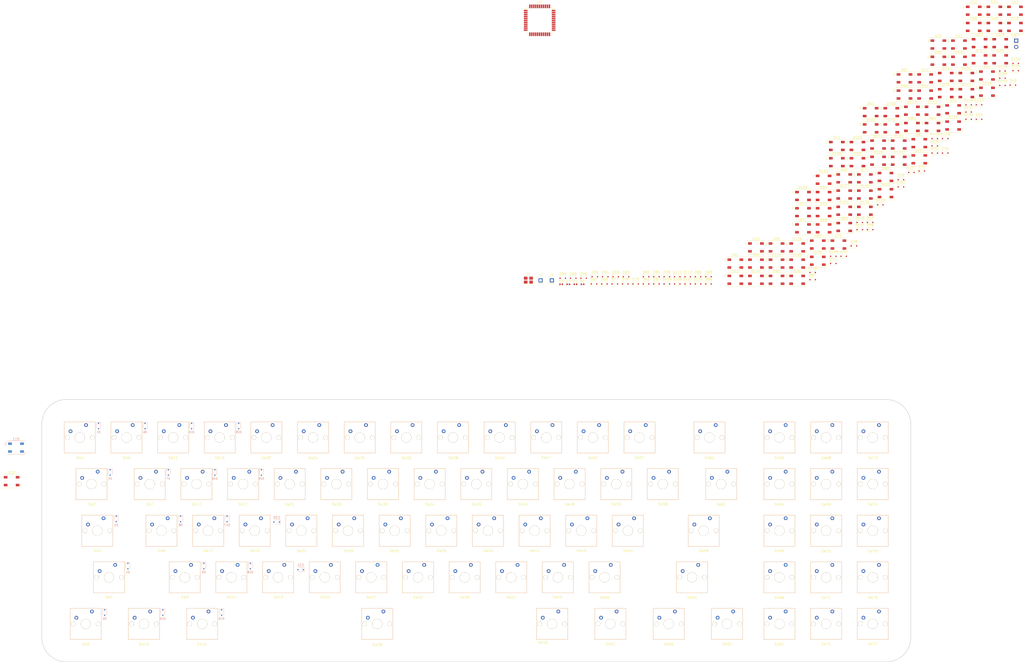
<source format=kicad_pcb>
(kicad_pcb (version 20171130) (host pcbnew "(5.1.6)-1")
  (layers (0 F.Cu signal) (31 B.Cu signal) (34 B.Paste user) (35 F.Paste user) (36 B.SilkS user) (37 F.SilkS user) (38 B.Mask user) (39 F.Mask user) (44 Edge.Cuts user))
  (net 0 "")
  (net 1 "Net-(C1-Pad1)")
  (net 2 GND)
  (net 3 "Net-(C2-Pad1)")
  (net 4 "Net-(C3-Pad1)")
  (net 5 "Net-(D1-Pad2)")
  (net 6 ROW0)
  (net 7 ROW1)
  (net 8 "Net-(D2-Pad2)")
  (net 9 ROW2)
  (net 10 "Net-(D3-Pad2)")
  (net 11 "Net-(D4-Pad2)")
  (net 12 ROW3)
  (net 13 ROW4)
  (net 14 "Net-(D5-Pad2)")
  (net 15 "Net-(D6-Pad2)")
  (net 16 "Net-(D7-Pad2)")
  (net 17 "Net-(D8-Pad2)")
  (net 18 "Net-(D9-Pad2)")
  (net 19 "Net-(D10-Pad2)")
  (net 20 +5V)
  (net 21 "Net-(D11-Pad2)")
  (net 22 "Net-(D12-Pad4)")
  (net 23 "Net-(D12-Pad2)")
  (net 24 "Net-(D13-Pad4)")
  (net 25 "Net-(D13-Pad2)")
  (net 26 "Net-(D14-Pad2)")
  (net 27 "Net-(D14-Pad4)")
  (net 28 "Net-(D15-Pad2)")
  (net 29 "Net-(D16-Pad2)")
  (net 30 "Net-(D17-Pad2)")
  (net 31 "Net-(D18-Pad2)")
  (net 32 "Net-(D19-Pad2)")
  (net 33 "Net-(D20-Pad2)")
  (net 34 "Net-(D21-Pad2)")
  (net 35 "Net-(D22-Pad2)")
  (net 36 "Net-(D23-Pad2)")
  (net 37 "Net-(D24-Pad2)")
  (net 38 "Net-(D25-Pad2)")
  (net 39 "Net-(D26-Pad2)")
  (net 40 "Net-(D27-Pad2)")
  (net 41 "Net-(D28-Pad2)")
  (net 42 "Net-(D29-Pad2)")
  (net 43 "Net-(D30-Pad2)")
  (net 44 "Net-(D31-Pad2)")
  (net 45 "Net-(D32-Pad2)")
  (net 46 "Net-(D33-Pad2)")
  (net 47 "Net-(D34-Pad2)")
  (net 48 "Net-(D35-Pad2)")
  (net 49 "Net-(D36-Pad2)")
  (net 50 "Net-(D37-Pad2)")
  (net 51 "Net-(D38-Pad2)")
  (net 52 "Net-(D39-Pad2)")
  (net 53 "Net-(D40-Pad2)")
  (net 54 "Net-(D41-Pad2)")
  (net 55 "Net-(D42-Pad2)")
  (net 56 "Net-(D43-Pad2)")
  (net 57 "Net-(D44-Pad2)")
  (net 58 "Net-(D45-Pad2)")
  (net 59 "Net-(D46-Pad2)")
  (net 60 "Net-(D47-Pad2)")
  (net 61 "Net-(D48-Pad2)")
  (net 62 "Net-(D49-Pad2)")
  (net 63 "Net-(D50-Pad2)")
  (net 64 "Net-(D51-Pad2)")
  (net 65 "Net-(D52-Pad2)")
  (net 66 "Net-(D53-Pad2)")
  (net 67 "Net-(D54-Pad2)")
  (net 68 "Net-(D55-Pad2)")
  (net 69 "Net-(D56-Pad2)")
  (net 70 "Net-(D57-Pad2)")
  (net 71 "Net-(D58-Pad2)")
  (net 72 "Net-(D59-Pad2)")
  (net 73 "Net-(D60-Pad2)")
  (net 74 "Net-(D61-Pad2)")
  (net 75 "Net-(D62-Pad2)")
  (net 76 "Net-(D63-Pad2)")
  (net 77 "Net-(D64-Pad2)")
  (net 78 "Net-(D65-Pad2)")
  (net 79 "Net-(D66-Pad2)")
  (net 80 "Net-(D67-Pad2)")
  (net 81 "Net-(D68-Pad2)")
  (net 82 "Net-(D69-Pad2)")
  (net 83 "Net-(D70-Pad2)")
  (net 84 "Net-(D71-Pad2)")
  (net 85 "Net-(D72-Pad2)")
  (net 86 "Net-(D73-Pad2)")
  (net 87 "Net-(D74-Pad2)")
  (net 88 "Net-(D75-Pad2)")
  (net 89 "Net-(D76-Pad2)")
  (net 90 "Net-(D77-Pad2)")
  (net 91 "Net-(D78-Pad2)")
  (net 92 "Net-(D79-Pad2)")
  (net 93 "Net-(D80-Pad2)")
  (net 94 "Net-(D81-Pad2)")
  (net 95 "Net-(D82-Pad2)")
  (net 96 "Net-(D83-Pad2)")
  (net 97 "Net-(D84-Pad2)")
  (net 98 "Net-(D85-Pad2)")
  (net 99 "Net-(D86-Pad2)")
  (net 100 "Net-(D87-Pad2)")
  (net 101 "Net-(D88-Pad2)")
  (net 102 "Net-(D89-Pad2)")
  (net 103 "Net-(D90-Pad2)")
  (net 104 "Net-(D100-Pad4)")
  (net 105 "Net-(D101-Pad4)")
  (net 106 "Net-(D102-Pad4)")
  (net 107 "Net-(D94-Pad2)")
  (net 108 "Net-(D95-Pad2)")
  (net 109 "Net-(D96-Pad2)")
  (net 110 "Net-(D97-Pad2)")
  (net 111 "Net-(D98-Pad2)")
  (net 112 "Net-(D103-Pad4)")
  (net 113 "Net-(D100-Pad2)")
  (net 114 "Net-(D101-Pad2)")
  (net 115 "Net-(D102-Pad2)")
  (net 116 "Net-(D103-Pad2)")
  (net 117 "Net-(D104-Pad2)")
  (net 118 "Net-(D105-Pad2)")
  (net 119 "Net-(D106-Pad2)")
  (net 120 "Net-(D107-Pad2)")
  (net 121 "Net-(D108-Pad2)")
  (net 122 "Net-(D109-Pad2)")
  (net 123 "Net-(D110-Pad2)")
  (net 124 "Net-(D111-Pad2)")
  (net 125 "Net-(D112-Pad2)")
  (net 126 "Net-(D113-Pad2)")
  (net 127 "Net-(D114-Pad2)")
  (net 128 "Net-(D115-Pad2)")
  (net 129 "Net-(D116-Pad2)")
  (net 130 "Net-(D117-Pad2)")
  (net 131 "Net-(D118-Pad2)")
  (net 132 "Net-(D119-Pad2)")
  (net 133 "Net-(D120-Pad2)")
  (net 134 "Net-(D121-Pad2)")
  (net 135 "Net-(D122-Pad2)")
  (net 136 "Net-(D123-Pad2)")
  (net 137 "Net-(D124-Pad2)")
  (net 138 "Net-(D125-Pad2)")
  (net 139 "Net-(D126-Pad2)")
  (net 140 "Net-(D127-Pad2)")
  (net 141 "Net-(D128-Pad2)")
  (net 142 "Net-(D129-Pad2)")
  (net 143 "Net-(D130-Pad2)")
  (net 144 "Net-(D131-Pad2)")
  (net 145 "Net-(D132-Pad2)")
  (net 146 "Net-(D133-Pad2)")
  (net 147 "Net-(D134-Pad2)")
  (net 148 "Net-(D135-Pad2)")
  (net 149 "Net-(D136-Pad2)")
  (net 150 "Net-(D137-Pad2)")
  (net 151 "Net-(D138-Pad2)")
  (net 152 "Net-(D142-Pad2)")
  (net 153 "Net-(D143-Pad2)")
  (net 154 "Net-(D144-Pad2)")
  (net 155 "Net-(D145-Pad2)")
  (net 156 "Net-(D146-Pad2)")
  (net 157 "Net-(D147-Pad2)")
  (net 158 "Net-(D148-Pad2)")
  (net 159 "Net-(D149-Pad2)")
  (net 160 "Net-(D150-Pad2)")
  (net 161 "Net-(D151-Pad2)")
  (net 162 "Net-(D152-Pad2)")
  (net 163 "Net-(J1-Pad1)")
  (net 164 "Net-(J2-Pad1)")
  (net 165 "Net-(R1-Pad2)")
  (net 166 COL0)
  (net 167 COL1)
  (net 168 COL2)
  (net 169 COL3)
  (net 170 COL4)
  (net 171 COL5)
  (net 172 COL6)
  (net 173 COL7)
  (net 174 COL8)
  (net 175 COL9)
  (net 176 COL10)
  (net 177 COL11)
  (net 178 COL12)
  (net 179 COL13)
  (net 180 COL14)
  (net 181 COL15)
  (net 182 COL16)
  (net 183 "Net-(U1-Pad1)")
  (net 184 "Net-(U1-Pad8)")
  (net 185 "Net-(U1-Pad9)")
  (net 186 "Net-(U1-Pad10)")
  (net 187 "Net-(U1-Pad11)")
  (net 188 "Net-(U1-Pad12)")
  (net 189 "Net-(U1-Pad18)")
  (net 190 "Net-(U1-Pad19)")
  (net 191 "Net-(U1-Pad20)")
  (net 192 "Net-(U1-Pad21)")
  (net 193 "Net-(U1-Pad22)")
  (net 194 "Net-(U1-Pad25)")
  (net 195 "Net-(U1-Pad26)")
  (net 196 "Net-(U1-Pad27)")
  (net 197 "Net-(U1-Pad28)")
  (net 198 "Net-(U1-Pad29)")
  (net 199 "Net-(U1-Pad30)")
  (net 200 "Net-(U1-Pad31)")
  (net 201 "Net-(U1-Pad32)")
  (net 202 "Net-(U1-Pad33)")
  (net 203 "Net-(U1-Pad36)")
  (net 204 "Net-(U1-Pad37)")
  (net 205 "Net-(U1-Pad38)")
  (net 206 "Net-(U1-Pad39)")
  (net 207 "Net-(U1-Pad40)")
  (net 208 "Net-(U1-Pad41)")
  (module LED_SMD:LED_WS2812B_PLCC4_5.0x5.0mm_P3.2mm (layer B.Cu) (at 128.778 195.58 180)
    (fp_text reference D11 (at 0 3.5 180) (layer B.SilkS) (effects (justify mirror)))
    (fp_text value WS2812B)
    (fp_text user 1 (at 4.15 1.6 180) (layer B.SilkS) (effects (justify mirror)))
    (pad 3 smd rect (at -2.45 -1.6 180) (size 1.5 1) (layers B.Cu B.Paste B.Mask))
    (pad 4 smd rect (at -2.45 1.6 180) (size 1.5 1) (layers B.Cu B.Paste B.Mask))
    (pad 2 smd rect (at 2.45 -1.6 180) (size 1.5 1) (layers B.Cu B.Paste B.Mask))
    (pad 1 smd rect (at 2.45 1.6 180) (size 1.5 1) (layers B.Cu B.Paste B.Mask))
  )
  (module Capacitor_SMD:C_0402_1005Metric (layer F.Cu) (at 351.455001 128.835001)
    (fp_text reference C1 (at 0 -1.17) (layer F.SilkS))
    (fp_text value 22pF)
    (pad 1 smd roundrect (at -0.485 0) (size 0.59 0.64) (layers F.Cu F.Paste F.Mask) (net 1 "Net-(C1-Pad1)"))
    (pad 2 smd roundrect (at 0.485 0) (size 0.59 0.64) (layers F.Cu F.Paste F.Mask) (net 2 GND))
  )
  (module Capacitor_SMD:C_0402_1005Metric (layer F.Cu) (at 357.275001 128.835001)
    (fp_text reference C2 (at 0 -1.17) (layer F.SilkS))
    (fp_text value 22pF)
    (pad 2 smd roundrect (at 0.485 0) (size 0.59 0.64) (layers F.Cu F.Paste F.Mask) (net 2 GND))
    (pad 1 smd roundrect (at -0.485 0) (size 0.59 0.64) (layers F.Cu F.Paste F.Mask) (net 3 "Net-(C2-Pad1)"))
  )
  (module Capacitor_SMD:C_0402_1005Metric (layer F.Cu) (at 354.365001 128.835001)
    (fp_text reference C3 (at 0 -1.17) (layer F.SilkS))
    (fp_text value 100nF)
    (pad 1 smd roundrect (at -0.485 0) (size 0.59 0.64) (layers F.Cu F.Paste F.Mask) (net 4 "Net-(C3-Pad1)"))
    (pad 2 smd roundrect (at 0.485 0) (size 0.59 0.64) (layers F.Cu F.Paste F.Mask) (net 2 GND))
  )
  (module Diode_SMD:D_SOD-323F (layer B.Cu) (at 162.5 186.75 270)
    (fp_text reference D1 (at 2.5 0 180) (layer B.SilkS) (effects (font (size 0.8128 0.8128) (thickness 0.1524)) (justify mirror)))
    (fp_text value 1N4148)
    (pad 2 smd rect (at 1.1 0 270) (size 0.5 0.5) (layers B.Cu B.Paste B.Mask) (net 5 "Net-(D1-Pad2)"))
    (pad 1 smd rect (at -1.1 0 270) (size 0.5 0.5) (layers B.Cu B.Paste B.Mask) (net 6 ROW0))
  )
  (module Diode_SMD:D_SOD-323F (layer B.Cu) (at 167.25 205.75 270)
    (fp_text reference D2 (at 2.5 0 180) (layer B.SilkS) (effects (font (size 0.8128 0.8128) (thickness 0.1524)) (justify mirror)))
    (fp_text value 1N4148)
    (pad 1 smd rect (at -1.1 0 270) (size 0.5 0.5) (layers B.Cu B.Paste B.Mask) (net 7 ROW1))
    (pad 2 smd rect (at 1.1 0 270) (size 0.5 0.5) (layers B.Cu B.Paste B.Mask) (net 8 "Net-(D2-Pad2)"))
  )
  (module Diode_SMD:D_SOD-323F (layer B.Cu) (at 169.75 224.75 270)
    (fp_text reference D3 (at 2.5 0 180) (layer B.SilkS) (effects (font (size 0.8128 0.8128) (thickness 0.1524)) (justify mirror)))
    (fp_text value 1N4148)
    (pad 1 smd rect (at -1.1 0 270) (size 0.5 0.5) (layers B.Cu B.Paste B.Mask) (net 9 ROW2))
    (pad 2 smd rect (at 1.1 0 270) (size 0.5 0.5) (layers B.Cu B.Paste B.Mask) (net 10 "Net-(D3-Pad2)"))
  )
  (module Diode_SMD:D_SOD-323F (layer B.Cu) (at 174.5 244 270)
    (fp_text reference D4 (at 2.5 0 180) (layer B.SilkS) (effects (font (size 0.8128 0.8128) (thickness 0.1524)) (justify mirror)))
    (fp_text value 1N4148)
    (pad 2 smd rect (at 1.1 0 270) (size 0.5 0.5) (layers B.Cu B.Paste B.Mask) (net 11 "Net-(D4-Pad2)"))
    (pad 1 smd rect (at -1.1 0 270) (size 0.5 0.5) (layers B.Cu B.Paste B.Mask) (net 12 ROW3))
  )
  (module Diode_SMD:D_SOD-323F (layer B.Cu) (at 165 263 270)
    (fp_text reference D5 (at 2.5 0 180) (layer B.SilkS) (effects (font (size 0.8128 0.8128) (thickness 0.1524)) (justify mirror)))
    (fp_text value 1N4148)
    (pad 1 smd rect (at -1.1 0 270) (size 0.5 0.5) (layers B.Cu B.Paste B.Mask) (net 13 ROW4))
    (pad 2 smd rect (at 1.1 0 270) (size 0.5 0.5) (layers B.Cu B.Paste B.Mask) (net 14 "Net-(D5-Pad2)"))
  )
  (module Diode_SMD:D_SOD-323F (layer B.Cu) (at 181.5 186.75 270)
    (fp_text reference D6 (at 2.5 0 180) (layer B.SilkS) (effects (font (size 0.8128 0.8128) (thickness 0.1524)) (justify mirror)))
    (fp_text value 1N4148)
    (pad 2 smd rect (at 1.1 0 270) (size 0.5 0.5) (layers B.Cu B.Paste B.Mask) (net 15 "Net-(D6-Pad2)"))
    (pad 1 smd rect (at -1.1 0 270) (size 0.5 0.5) (layers B.Cu B.Paste B.Mask) (net 6 ROW0))
  )
  (module Diode_SMD:D_SOD-323F (layer B.Cu) (at 191 205.75 270)
    (fp_text reference D7 (at 2.5 0 180) (layer B.SilkS) (effects (font (size 0.8128 0.8128) (thickness 0.1524)) (justify mirror)))
    (fp_text value 1N4148)
    (pad 1 smd rect (at -1.1 0 270) (size 0.5 0.5) (layers B.Cu B.Paste B.Mask) (net 7 ROW1))
    (pad 2 smd rect (at 1.1 0 270) (size 0.5 0.5) (layers B.Cu B.Paste B.Mask) (net 16 "Net-(D7-Pad2)"))
  )
  (module Diode_SMD:D_SOD-323F (layer B.Cu) (at 196 224.75 270)
    (fp_text reference D8 (at 2.5 0 180) (layer B.SilkS) (effects (font (size 0.8128 0.8128) (thickness 0.1524)) (justify mirror)))
    (fp_text value 1N4148)
    (pad 2 smd rect (at 1.1 0 270) (size 0.5 0.5) (layers B.Cu B.Paste B.Mask) (net 17 "Net-(D8-Pad2)"))
    (pad 1 smd rect (at -1.1 0 270) (size 0.5 0.5) (layers B.Cu B.Paste B.Mask) (net 9 ROW2))
  )
  (module Diode_SMD:D_SOD-323F (layer B.Cu) (at 205.5 244 270)
    (fp_text reference D9 (at 2.5 0 180) (layer B.SilkS) (effects (font (size 0.8128 0.8128) (thickness 0.1524)) (justify mirror)))
    (fp_text value 1N4148)
    (pad 1 smd rect (at -1.1 0 270) (size 0.5 0.5) (layers B.Cu B.Paste B.Mask) (net 12 ROW3))
    (pad 2 smd rect (at 1.1 0 270) (size 0.5 0.5) (layers B.Cu B.Paste B.Mask) (net 18 "Net-(D9-Pad2)"))
  )
  (module Diode_SMD:D_SOD-323F (layer B.Cu) (at 188.75 263 270)
    (fp_text reference D10 (at 2.5 0 180) (layer B.SilkS) (effects (font (size 0.8128 0.8128) (thickness 0.1524)) (justify mirror)))
    (fp_text value 1N4148)
    (pad 2 smd rect (at 1.1 0 270) (size 0.5 0.5) (layers B.Cu B.Paste B.Mask) (net 19 "Net-(D10-Pad2)"))
    (pad 1 smd rect (at -1.1 0 270) (size 0.5 0.5) (layers B.Cu B.Paste B.Mask) (net 13 ROW4))
  )
  (module LED_SMD:LED_WS2812B_PLCC4_5.0x5.0mm_P3.2mm (layer F.Cu) (at 500.100001 44.650001)
    (fp_text reference D12 (at 0 -3.5) (layer F.SilkS))
    (fp_text value WS2812B)
    (fp_text user 1 (at -4.15 -1.6) (layer F.SilkS))
    (pad 3 smd rect (at 2.45 1.6) (size 1.5 1) (layers F.Cu F.Paste F.Mask) (net 2 GND))
    (pad 4 smd rect (at 2.45 -1.6) (size 1.5 1) (layers F.Cu F.Paste F.Mask) (net 22 "Net-(D12-Pad4)"))
    (pad 2 smd rect (at -2.45 1.6) (size 1.5 1) (layers F.Cu F.Paste F.Mask) (net 23 "Net-(D12-Pad2)"))
    (pad 1 smd rect (at -2.45 -1.6) (size 1.5 1) (layers F.Cu F.Paste F.Mask) (net 20 +5V))
  )
  (module LED_SMD:LED_WS2812B_PLCC4_5.0x5.0mm_P3.2mm (layer F.Cu) (at 422.580001 126.990001)
    (fp_text reference D13 (at 0 -3.5) (layer F.SilkS))
    (fp_text value WS2812B)
    (fp_text user 1 (at -4.15 -1.6) (layer F.SilkS))
    (pad 3 smd rect (at 2.45 1.6) (size 1.5 1) (layers F.Cu F.Paste F.Mask) (net 2 GND))
    (pad 4 smd rect (at 2.45 -1.6) (size 1.5 1) (layers F.Cu F.Paste F.Mask) (net 24 "Net-(D13-Pad4)"))
    (pad 2 smd rect (at -2.45 1.6) (size 1.5 1) (layers F.Cu F.Paste F.Mask) (net 25 "Net-(D13-Pad2)"))
    (pad 1 smd rect (at -2.45 -1.6) (size 1.5 1) (layers F.Cu F.Paste F.Mask) (net 20 +5V))
  )
  (module LED_SMD:LED_WS2812B_PLCC4_5.0x5.0mm_P3.2mm (layer F.Cu) (at 450.220001 99.350001)
    (fp_text reference D14 (at 0 -3.5) (layer F.SilkS))
    (fp_text value WS2812B)
    (fp_text user 1 (at -4.15 -1.6) (layer F.SilkS))
    (pad 1 smd rect (at -2.45 -1.6) (size 1.5 1) (layers F.Cu F.Paste F.Mask) (net 20 +5V))
    (pad 2 smd rect (at -2.45 1.6) (size 1.5 1) (layers F.Cu F.Paste F.Mask) (net 26 "Net-(D14-Pad2)"))
    (pad 4 smd rect (at 2.45 -1.6) (size 1.5 1) (layers F.Cu F.Paste F.Mask) (net 27 "Net-(D14-Pad4)"))
    (pad 3 smd rect (at 2.45 1.6) (size 1.5 1) (layers F.Cu F.Paste F.Mask) (net 2 GND))
  )
  (module Diode_SMD:D_SOD-323F (layer B.Cu) (at 200.5 186.75 270)
    (fp_text reference D15 (at 2.5 0 180) (layer B.SilkS) (effects (font (size 0.8128 0.8128) (thickness 0.1524)) (justify mirror)))
    (fp_text value 1N4148)
    (pad 1 smd rect (at -1.1 0 270) (size 0.5 0.5) (layers B.Cu B.Paste B.Mask) (net 6 ROW0))
    (pad 2 smd rect (at 1.1 0 270) (size 0.5 0.5) (layers B.Cu B.Paste B.Mask) (net 28 "Net-(D15-Pad2)"))
  )
  (module Diode_SMD:D_SOD-323F (layer B.Cu) (at 210 205.75 270)
    (fp_text reference D16 (at 2.5 0 180) (layer B.SilkS) (effects (font (size 0.8128 0.8128) (thickness 0.1524)) (justify mirror)))
    (fp_text value 1N4148)
    (pad 2 smd rect (at 1.1 0 270) (size 0.5 0.5) (layers B.Cu B.Paste B.Mask) (net 29 "Net-(D16-Pad2)"))
    (pad 1 smd rect (at -1.1 0 270) (size 0.5 0.5) (layers B.Cu B.Paste B.Mask) (net 7 ROW1))
  )
  (module Diode_SMD:D_SOD-323F (layer B.Cu) (at 215 224.75 270)
    (fp_text reference D17 (at 2.5 0 180) (layer B.SilkS) (effects (font (size 0.8128 0.8128) (thickness 0.1524)) (justify mirror)))
    (fp_text value 1N4148)
    (pad 1 smd rect (at -1.1 0 270) (size 0.5 0.5) (layers B.Cu B.Paste B.Mask) (net 9 ROW2))
    (pad 2 smd rect (at 1.1 0 270) (size 0.5 0.5) (layers B.Cu B.Paste B.Mask) (net 30 "Net-(D17-Pad2)"))
  )
  (module Diode_SMD:D_SOD-323F (layer B.Cu) (at 224.5 244 270)
    (fp_text reference D18 (at 2.5 0 180) (layer B.SilkS) (effects (font (size 0.8128 0.8128) (thickness 0.1524)) (justify mirror)))
    (fp_text value 1N4148)
    (pad 2 smd rect (at 1.1 0 270) (size 0.5 0.5) (layers B.Cu B.Paste B.Mask) (net 31 "Net-(D18-Pad2)"))
    (pad 1 smd rect (at -1.1 0 270) (size 0.5 0.5) (layers B.Cu B.Paste B.Mask) (net 12 ROW3))
  )
  (module Diode_SMD:D_SOD-323F (layer B.Cu) (at 212.75 263 270)
    (fp_text reference D19 (at 2.5 0 180) (layer B.SilkS) (effects (font (size 0.8128 0.8128) (thickness 0.1524)) (justify mirror)))
    (fp_text value 1N4148)
    (pad 1 smd rect (at -1.1 0 270) (size 0.5 0.5) (layers B.Cu B.Paste B.Mask) (net 13 ROW4))
    (pad 2 smd rect (at 1.1 0 270) (size 0.5 0.5) (layers B.Cu B.Paste B.Mask) (net 32 "Net-(D19-Pad2)"))
  )
  (module LED_SMD:LED_WS2812B_PLCC4_5.0x5.0mm_P3.2mm (layer F.Cu) (at 127 209.3)
    (fp_text reference D20 (at 0 -3.5) (layer F.SilkS))
    (fp_text value WS2812B)
    (fp_text user 1 (at -4.15 -1.6) (layer F.SilkS))
    (pad 3 smd rect (at 2.45 1.6) (size 1.5 1) (layers F.Cu F.Paste F.Mask) (net 2 GND))
    (pad 4 smd rect (at 2.45 -1.6) (size 1.5 1) (layers F.Cu F.Paste F.Mask) (net 21 "Net-(D11-Pad2)"))
    (pad 2 smd rect (at -2.45 1.6) (size 1.5 1) (layers F.Cu F.Paste F.Mask) (net 33 "Net-(D20-Pad2)"))
    (pad 1 smd rect (at -2.45 -1.6) (size 1.5 1) (layers F.Cu F.Paste F.Mask) (net 20 +5V))
  )
  (module LED_SMD:LED_WS2812B_PLCC4_5.0x5.0mm_P3.2mm (layer F.Cu) (at 505.500001 30.830001)
    (fp_text reference D21 (at 0 -3.5) (layer F.SilkS))
    (fp_text value WS2812B)
    (fp_text user 1 (at -4.15 -1.6) (layer F.SilkS))
    (pad 1 smd rect (at -2.45 -1.6) (size 1.5 1) (layers F.Cu F.Paste F.Mask) (net 20 +5V))
    (pad 2 smd rect (at -2.45 1.6) (size 1.5 1) (layers F.Cu F.Paste F.Mask) (net 34 "Net-(D21-Pad2)"))
    (pad 4 smd rect (at 2.45 -1.6) (size 1.5 1) (layers F.Cu F.Paste F.Mask) (net 23 "Net-(D12-Pad2)"))
    (pad 3 smd rect (at 2.45 1.6) (size 1.5 1) (layers F.Cu F.Paste F.Mask) (net 2 GND))
  )
  (module LED_SMD:LED_WS2812B_PLCC4_5.0x5.0mm_P3.2mm (layer F.Cu) (at 513.920001 30.830001)
    (fp_text reference D22 (at 0 -3.5) (layer F.SilkS))
    (fp_text value WS2812B)
    (fp_text user 1 (at -4.15 -1.6) (layer F.SilkS))
    (pad 3 smd rect (at 2.45 1.6) (size 1.5 1) (layers F.Cu F.Paste F.Mask) (net 2 GND))
    (pad 4 smd rect (at 2.45 -1.6) (size 1.5 1) (layers F.Cu F.Paste F.Mask) (net 25 "Net-(D13-Pad2)"))
    (pad 2 smd rect (at -2.45 1.6) (size 1.5 1) (layers F.Cu F.Paste F.Mask) (net 35 "Net-(D22-Pad2)"))
    (pad 1 smd rect (at -2.45 -1.6) (size 1.5 1) (layers F.Cu F.Paste F.Mask) (net 20 +5V))
  )
  (module LED_SMD:LED_WS2812B_PLCC4_5.0x5.0mm_P3.2mm (layer F.Cu) (at 511.540001 57.310001)
    (fp_text reference D23 (at 0 -3.5) (layer F.SilkS))
    (fp_text value WS2812B)
    (fp_text user 1 (at -4.15 -1.6) (layer F.SilkS))
    (pad 1 smd rect (at -2.45 -1.6) (size 1.5 1) (layers F.Cu F.Paste F.Mask) (net 20 +5V))
    (pad 2 smd rect (at -2.45 1.6) (size 1.5 1) (layers F.Cu F.Paste F.Mask) (net 36 "Net-(D23-Pad2)"))
    (pad 4 smd rect (at 2.45 -1.6) (size 1.5 1) (layers F.Cu F.Paste F.Mask) (net 26 "Net-(D14-Pad2)"))
    (pad 3 smd rect (at 2.45 1.6) (size 1.5 1) (layers F.Cu F.Paste F.Mask) (net 2 GND))
  )
  (module LED_SMD:LED_WS2812B_PLCC4_5.0x5.0mm_P3.2mm (layer F.Cu) (at 525.360001 43.490001)
    (fp_text reference D24 (at 0 -3.5) (layer F.SilkS))
    (fp_text value WS2812B)
    (fp_text user 1 (at -4.15 -1.6) (layer F.SilkS))
    (pad 3 smd rect (at 2.45 1.6) (size 1.5 1) (layers F.Cu F.Paste F.Mask) (net 2 GND))
    (pad 4 smd rect (at 2.45 -1.6) (size 1.5 1) (layers F.Cu F.Paste F.Mask) (net 33 "Net-(D20-Pad2)"))
    (pad 2 smd rect (at -2.45 1.6) (size 1.5 1) (layers F.Cu F.Paste F.Mask) (net 37 "Net-(D24-Pad2)"))
    (pad 1 smd rect (at -2.45 -1.6) (size 1.5 1) (layers F.Cu F.Paste F.Mask) (net 20 +5V))
  )
  (module LED_SMD:LED_WS2812B_PLCC4_5.0x5.0mm_P3.2mm (layer F.Cu) (at 530.760001 36.870001)
    (fp_text reference D25 (at 0 -3.5) (layer F.SilkS))
    (fp_text value WS2812B)
    (fp_text user 1 (at -4.15 -1.6) (layer F.SilkS))
    (pad 1 smd rect (at -2.45 -1.6) (size 1.5 1) (layers F.Cu F.Paste F.Mask) (net 20 +5V))
    (pad 2 smd rect (at -2.45 1.6) (size 1.5 1) (layers F.Cu F.Paste F.Mask) (net 38 "Net-(D25-Pad2)"))
    (pad 4 smd rect (at 2.45 -1.6) (size 1.5 1) (layers F.Cu F.Paste F.Mask) (net 34 "Net-(D21-Pad2)"))
    (pad 3 smd rect (at 2.45 1.6) (size 1.5 1) (layers F.Cu F.Paste F.Mask) (net 2 GND))
  )
  (module LED_SMD:LED_WS2812B_PLCC4_5.0x5.0mm_P3.2mm (layer F.Cu) (at 447.840001 126.990001)
    (fp_text reference D26 (at 0 -3.5) (layer F.SilkS))
    (fp_text value WS2812B)
    (fp_text user 1 (at -4.15 -1.6) (layer F.SilkS))
    (pad 1 smd rect (at -2.45 -1.6) (size 1.5 1) (layers F.Cu F.Paste F.Mask) (net 20 +5V))
    (pad 2 smd rect (at -2.45 1.6) (size 1.5 1) (layers F.Cu F.Paste F.Mask) (net 39 "Net-(D26-Pad2)"))
    (pad 4 smd rect (at 2.45 -1.6) (size 1.5 1) (layers F.Cu F.Paste F.Mask) (net 35 "Net-(D22-Pad2)"))
    (pad 3 smd rect (at 2.45 1.6) (size 1.5 1) (layers F.Cu F.Paste F.Mask) (net 2 GND))
  )
  (module LED_SMD:LED_WS2812B_PLCC4_5.0x5.0mm_P3.2mm (layer F.Cu) (at 522.340001 30.250001)
    (fp_text reference D27 (at 0 -3.5) (layer F.SilkS))
    (fp_text value WS2812B)
    (fp_text user 1 (at -4.15 -1.6) (layer F.SilkS))
    (pad 1 smd rect (at -2.45 -1.6) (size 1.5 1) (layers F.Cu F.Paste F.Mask) (net 20 +5V))
    (pad 2 smd rect (at -2.45 1.6) (size 1.5 1) (layers F.Cu F.Paste F.Mask) (net 40 "Net-(D27-Pad2)"))
    (pad 4 smd rect (at 2.45 -1.6) (size 1.5 1) (layers F.Cu F.Paste F.Mask) (net 36 "Net-(D23-Pad2)"))
    (pad 3 smd rect (at 2.45 1.6) (size 1.5 1) (layers F.Cu F.Paste F.Mask) (net 2 GND))
  )
  (module Diode_SMD:D_SOD-323F (layer B.Cu) (at 219.75 186.75 270)
    (fp_text reference D28 (at 2.5 0 180) (layer B.SilkS) (effects (font (size 0.8128 0.8128) (thickness 0.1524)) (justify mirror)))
    (fp_text value 1N4148)
    (pad 2 smd rect (at 1.1 0 270) (size 0.5 0.5) (layers B.Cu B.Paste B.Mask) (net 41 "Net-(D28-Pad2)"))
    (pad 1 smd rect (at -1.1 0 270) (size 0.5 0.5) (layers B.Cu B.Paste B.Mask) (net 6 ROW0))
  )
  (module Diode_SMD:D_SOD-323F (layer B.Cu) (at 229 205.75 270)
    (fp_text reference D29 (at 2.5 0 180) (layer B.SilkS) (effects (font (size 0.8128 0.8128) (thickness 0.1524)) (justify mirror)))
    (fp_text value 1N4148)
    (pad 1 smd rect (at -1.1 0 270) (size 0.5 0.5) (layers B.Cu B.Paste B.Mask) (net 7 ROW1))
    (pad 2 smd rect (at 1.1 0 270) (size 0.5 0.5) (layers B.Cu B.Paste B.Mask) (net 42 "Net-(D29-Pad2)"))
  )
  (module Diode_SMD:D_SOD-323F (layer B.Cu) (at 235.25 226 180)
    (fp_text reference D30 (at 0 1.85) (layer B.SilkS) (effects (justify mirror)))
    (fp_text value 1N4148)
    (pad 2 smd rect (at 1.1 0 180) (size 0.5 0.5) (layers B.Cu B.Paste B.Mask) (net 43 "Net-(D30-Pad2)"))
    (pad 1 smd rect (at -1.1 0 180) (size 0.5 0.5) (layers B.Cu B.Paste B.Mask) (net 9 ROW2))
  )
  (module Diode_SMD:D_SOD-323F (layer B.Cu) (at 245 245.5 180)
    (fp_text reference D31 (at 0 1.85) (layer B.SilkS) (effects (justify mirror)))
    (fp_text value 1N4148)
    (pad 1 smd rect (at -1.1 0 180) (size 0.5 0.5) (layers B.Cu B.Paste B.Mask) (net 12 ROW3))
    (pad 2 smd rect (at 1.1 0 180) (size 0.5 0.5) (layers B.Cu B.Paste B.Mask) (net 44 "Net-(D31-Pad2)"))
  )
  (module LED_SMD:LED_WS2812B_PLCC4_5.0x5.0mm_P3.2mm (layer F.Cu) (at 519.950001 17.010001)
    (fp_text reference D32 (at 0 -3.5) (layer F.SilkS))
    (fp_text value WS2812B)
    (fp_text user 1 (at -4.15 -1.6) (layer F.SilkS))
    (pad 3 smd rect (at 2.45 1.6) (size 1.5 1) (layers F.Cu F.Paste F.Mask) (net 2 GND))
    (pad 4 smd rect (at 2.45 -1.6) (size 1.5 1) (layers F.Cu F.Paste F.Mask) (net 37 "Net-(D24-Pad2)"))
    (pad 2 smd rect (at -2.45 1.6) (size 1.5 1) (layers F.Cu F.Paste F.Mask) (net 45 "Net-(D32-Pad2)"))
    (pad 1 smd rect (at -2.45 -1.6) (size 1.5 1) (layers F.Cu F.Paste F.Mask) (net 20 +5V))
  )
  (module LED_SMD:LED_WS2812B_PLCC4_5.0x5.0mm_P3.2mm (layer F.Cu) (at 431.000001 113.750001)
    (fp_text reference D33 (at 0 -3.5) (layer F.SilkS))
    (fp_text value WS2812B)
    (fp_text user 1 (at -4.15 -1.6) (layer F.SilkS))
    (pad 3 smd rect (at 2.45 1.6) (size 1.5 1) (layers F.Cu F.Paste F.Mask) (net 2 GND))
    (pad 4 smd rect (at 2.45 -1.6) (size 1.5 1) (layers F.Cu F.Paste F.Mask) (net 38 "Net-(D25-Pad2)"))
    (pad 2 smd rect (at -2.45 1.6) (size 1.5 1) (layers F.Cu F.Paste F.Mask) (net 46 "Net-(D33-Pad2)"))
    (pad 1 smd rect (at -2.45 -1.6) (size 1.5 1) (layers F.Cu F.Paste F.Mask) (net 20 +5V))
  )
  (module LED_SMD:LED_WS2812B_PLCC4_5.0x5.0mm_P3.2mm (layer F.Cu) (at 528.370001 17.010001)
    (fp_text reference D34 (at 0 -3.5) (layer F.SilkS))
    (fp_text value WS2812B)
    (fp_text user 1 (at -4.15 -1.6) (layer F.SilkS))
    (pad 3 smd rect (at 2.45 1.6) (size 1.5 1) (layers F.Cu F.Paste F.Mask) (net 2 GND))
    (pad 4 smd rect (at 2.45 -1.6) (size 1.5 1) (layers F.Cu F.Paste F.Mask) (net 39 "Net-(D26-Pad2)"))
    (pad 2 smd rect (at -2.45 1.6) (size 1.5 1) (layers F.Cu F.Paste F.Mask) (net 47 "Net-(D34-Pad2)"))
    (pad 1 smd rect (at -2.45 -1.6) (size 1.5 1) (layers F.Cu F.Paste F.Mask) (net 20 +5V))
  )
  (module LED_SMD:LED_WS2812B_PLCC4_5.0x5.0mm_P3.2mm (layer F.Cu) (at 519.950001 23.630001)
    (fp_text reference D35 (at 0 -3.5) (layer F.SilkS))
    (fp_text value WS2812B)
    (fp_text user 1 (at -4.15 -1.6) (layer F.SilkS))
    (pad 3 smd rect (at 2.45 1.6) (size 1.5 1) (layers F.Cu F.Paste F.Mask) (net 2 GND))
    (pad 4 smd rect (at 2.45 -1.6) (size 1.5 1) (layers F.Cu F.Paste F.Mask) (net 40 "Net-(D27-Pad2)"))
    (pad 2 smd rect (at -2.45 1.6) (size 1.5 1) (layers F.Cu F.Paste F.Mask) (net 48 "Net-(D35-Pad2)"))
    (pad 1 smd rect (at -2.45 -1.6) (size 1.5 1) (layers F.Cu F.Paste F.Mask) (net 20 +5V))
  )
  (module Diode_SMD:D_SOD-323F (layer F.Cu) (at 490.235001 86.065001)
    (fp_text reference D36 (at 0 -1.85) (layer F.SilkS))
    (fp_text value 1N4148)
    (pad 2 smd rect (at 1.1 0) (size 0.5 0.5) (layers F.Cu F.Paste F.Mask) (net 49 "Net-(D36-Pad2)"))
    (pad 1 smd rect (at -1.1 0) (size 0.5 0.5) (layers F.Cu F.Paste F.Mask) (net 6 ROW0))
  )
  (module Diode_SMD:D_SOD-323F (layer F.Cu) (at 498.735001 82.535001)
    (fp_text reference D37 (at 0 -1.85) (layer F.SilkS))
    (fp_text value 1N4148)
    (pad 1 smd rect (at -1.1 0) (size 0.5 0.5) (layers F.Cu F.Paste F.Mask) (net 7 ROW1))
    (pad 2 smd rect (at 1.1 0) (size 0.5 0.5) (layers F.Cu F.Paste F.Mask) (net 50 "Net-(D37-Pad2)"))
  )
  (module Diode_SMD:D_SOD-323F (layer F.Cu) (at 471.015001 113.125001)
    (fp_text reference D38 (at 0 -1.85) (layer F.SilkS))
    (fp_text value 1N4148)
    (pad 2 smd rect (at 1.1 0) (size 0.5 0.5) (layers F.Cu F.Paste F.Mask) (net 51 "Net-(D38-Pad2)"))
    (pad 1 smd rect (at -1.1 0) (size 0.5 0.5) (layers F.Cu F.Paste F.Mask) (net 9 ROW2))
  )
  (module Diode_SMD:D_SOD-323F (layer F.Cu) (at 477.645001 106.505001)
    (fp_text reference D39 (at 0 -1.85) (layer F.SilkS))
    (fp_text value 1N4148)
    (pad 1 smd rect (at -1.1 0) (size 0.5 0.5) (layers F.Cu F.Paste F.Mask) (net 12 ROW3))
    (pad 2 smd rect (at 1.1 0) (size 0.5 0.5) (layers F.Cu F.Paste F.Mask) (net 52 "Net-(D39-Pad2)"))
  )
  (module LED_SMD:LED_WS2812B_PLCC4_5.0x5.0mm_P3.2mm (layer F.Cu) (at 458.640001 99.350001)
    (fp_text reference D40 (at 0 -3.5) (layer F.SilkS))
    (fp_text value WS2812B)
    (fp_text user 1 (at -4.15 -1.6) (layer F.SilkS))
    (pad 3 smd rect (at 2.45 1.6) (size 1.5 1) (layers F.Cu F.Paste F.Mask) (net 2 GND))
    (pad 4 smd rect (at 2.45 -1.6) (size 1.5 1) (layers F.Cu F.Paste F.Mask) (net 45 "Net-(D32-Pad2)"))
    (pad 2 smd rect (at -2.45 1.6) (size 1.5 1) (layers F.Cu F.Paste F.Mask) (net 53 "Net-(D40-Pad2)"))
    (pad 1 smd rect (at -2.45 -1.6) (size 1.5 1) (layers F.Cu F.Paste F.Mask) (net 20 +5V))
  )
  (module LED_SMD:LED_WS2812B_PLCC4_5.0x5.0mm_P3.2mm (layer F.Cu) (at 450.220001 105.970001)
    (fp_text reference D41 (at 0 -3.5) (layer F.SilkS))
    (fp_text value WS2812B)
    (fp_text user 1 (at -4.15 -1.6) (layer F.SilkS))
    (pad 3 smd rect (at 2.45 1.6) (size 1.5 1) (layers F.Cu F.Paste F.Mask) (net 2 GND))
    (pad 4 smd rect (at 2.45 -1.6) (size 1.5 1) (layers F.Cu F.Paste F.Mask) (net 46 "Net-(D33-Pad2)"))
    (pad 2 smd rect (at -2.45 1.6) (size 1.5 1) (layers F.Cu F.Paste F.Mask) (net 54 "Net-(D41-Pad2)"))
    (pad 1 smd rect (at -2.45 -1.6) (size 1.5 1) (layers F.Cu F.Paste F.Mask) (net 20 +5V))
  )
  (module LED_SMD:LED_WS2812B_PLCC4_5.0x5.0mm_P3.2mm (layer F.Cu) (at 464.040001 72.290001)
    (fp_text reference D42 (at 0 -3.5) (layer F.SilkS))
    (fp_text value WS2812B)
    (fp_text user 1 (at -4.15 -1.6) (layer F.SilkS))
    (pad 3 smd rect (at 2.45 1.6) (size 1.5 1) (layers F.Cu F.Paste F.Mask) (net 2 GND))
    (pad 4 smd rect (at 2.45 -1.6) (size 1.5 1) (layers F.Cu F.Paste F.Mask) (net 47 "Net-(D34-Pad2)"))
    (pad 2 smd rect (at -2.45 1.6) (size 1.5 1) (layers F.Cu F.Paste F.Mask) (net 55 "Net-(D42-Pad2)"))
    (pad 1 smd rect (at -2.45 -1.6) (size 1.5 1) (layers F.Cu F.Paste F.Mask) (net 20 +5V))
  )
  (module LED_SMD:LED_WS2812B_PLCC4_5.0x5.0mm_P3.2mm (layer F.Cu) (at 508.520001 44.070001)
    (fp_text reference D43 (at 0 -3.5) (layer F.SilkS))
    (fp_text value WS2812B)
    (fp_text user 1 (at -4.15 -1.6) (layer F.SilkS))
    (pad 3 smd rect (at 2.45 1.6) (size 1.5 1) (layers F.Cu F.Paste F.Mask) (net 2 GND))
    (pad 4 smd rect (at 2.45 -1.6) (size 1.5 1) (layers F.Cu F.Paste F.Mask) (net 48 "Net-(D35-Pad2)"))
    (pad 2 smd rect (at -2.45 1.6) (size 1.5 1) (layers F.Cu F.Paste F.Mask) (net 56 "Net-(D43-Pad2)"))
    (pad 1 smd rect (at -2.45 -1.6) (size 1.5 1) (layers F.Cu F.Paste F.Mask) (net 20 +5V))
  )
  (module Diode_SMD:D_SOD-323F (layer F.Cu) (at 466.845001 117.375001)
    (fp_text reference D44 (at 0 -1.85) (layer F.SilkS))
    (fp_text value 1N4148)
    (pad 2 smd rect (at 1.1 0) (size 0.5 0.5) (layers F.Cu F.Paste F.Mask) (net 57 "Net-(D44-Pad2)"))
    (pad 1 smd rect (at -1.1 0) (size 0.5 0.5) (layers F.Cu F.Paste F.Mask) (net 6 ROW0))
  )
  (module Diode_SMD:D_SOD-323F (layer F.Cu) (at 522.125001 61.375001)
    (fp_text reference D45 (at 0 -1.85) (layer F.SilkS))
    (fp_text value 1N4148)
    (pad 1 smd rect (at -1.1 0) (size 0.5 0.5) (layers F.Cu F.Paste F.Mask) (net 7 ROW1))
    (pad 2 smd rect (at 1.1 0) (size 0.5 0.5) (layers F.Cu F.Paste F.Mask) (net 58 "Net-(D45-Pad2)"))
  )
  (module Diode_SMD:D_SOD-323F (layer F.Cu) (at 508.305001 75.195001)
    (fp_text reference D46 (at 0 -1.85) (layer F.SilkS))
    (fp_text value 1N4148)
    (pad 2 smd rect (at 1.1 0) (size 0.5 0.5) (layers F.Cu F.Paste F.Mask) (net 59 "Net-(D46-Pad2)"))
    (pad 1 smd rect (at -1.1 0) (size 0.5 0.5) (layers F.Cu F.Paste F.Mask) (net 9 ROW2))
  )
  (module Diode_SMD:D_SOD-323F (layer F.Cu) (at 462.595001 120.325001)
    (fp_text reference D47 (at 0 -1.85) (layer F.SilkS))
    (fp_text value 1N4148)
    (pad 1 smd rect (at -1.1 0) (size 0.5 0.5) (layers F.Cu F.Paste F.Mask) (net 12 ROW3))
    (pad 2 smd rect (at 1.1 0) (size 0.5 0.5) (layers F.Cu F.Paste F.Mask) (net 60 "Net-(D47-Pad2)"))
  )
  (module Diode_SMD:D_SOD-323F (layer F.Cu) (at 535.945001 47.415001)
    (fp_text reference D48 (at 0 -1.85) (layer F.SilkS))
    (fp_text value 1N4148)
    (pad 2 smd rect (at 1.1 0) (size 0.5 0.5) (layers F.Cu F.Paste F.Mask) (net 61 "Net-(D48-Pad2)"))
    (pad 1 smd rect (at -1.1 0) (size 0.5 0.5) (layers F.Cu F.Paste F.Mask) (net 13 ROW4))
  )
  (module LED_SMD:LED_WS2812B_PLCC4_5.0x5.0mm_P3.2mm (layer F.Cu) (at 528.370001 23.630001)
    (fp_text reference D49 (at 0 -3.5) (layer F.SilkS))
    (fp_text value WS2812B)
    (fp_text user 1 (at -4.15 -1.6) (layer F.SilkS))
    (pad 1 smd rect (at -2.45 -1.6) (size 1.5 1) (layers F.Cu F.Paste F.Mask) (net 20 +5V))
    (pad 2 smd rect (at -2.45 1.6) (size 1.5 1) (layers F.Cu F.Paste F.Mask) (net 62 "Net-(D49-Pad2)"))
    (pad 4 smd rect (at 2.45 -1.6) (size 1.5 1) (layers F.Cu F.Paste F.Mask) (net 53 "Net-(D40-Pad2)"))
    (pad 3 smd rect (at 2.45 1.6) (size 1.5 1) (layers F.Cu F.Paste F.Mask) (net 2 GND))
  )
  (module LED_SMD:LED_WS2812B_PLCC4_5.0x5.0mm_P3.2mm (layer F.Cu) (at 513.920001 37.450001)
    (fp_text reference D50 (at 0 -3.5) (layer F.SilkS))
    (fp_text value WS2812B)
    (fp_text user 1 (at -4.15 -1.6) (layer F.SilkS))
    (pad 3 smd rect (at 2.45 1.6) (size 1.5 1) (layers F.Cu F.Paste F.Mask) (net 2 GND))
    (pad 4 smd rect (at 2.45 -1.6) (size 1.5 1) (layers F.Cu F.Paste F.Mask) (net 54 "Net-(D41-Pad2)"))
    (pad 2 smd rect (at -2.45 1.6) (size 1.5 1) (layers F.Cu F.Paste F.Mask) (net 63 "Net-(D50-Pad2)"))
    (pad 1 smd rect (at -2.45 -1.6) (size 1.5 1) (layers F.Cu F.Paste F.Mask) (net 20 +5V))
  )
  (module LED_SMD:LED_WS2812B_PLCC4_5.0x5.0mm_P3.2mm (layer F.Cu) (at 500.100001 51.270001)
    (fp_text reference D51 (at 0 -3.5) (layer F.SilkS))
    (fp_text value WS2812B)
    (fp_text user 1 (at -4.15 -1.6) (layer F.SilkS))
    (pad 1 smd rect (at -2.45 -1.6) (size 1.5 1) (layers F.Cu F.Paste F.Mask) (net 20 +5V))
    (pad 2 smd rect (at -2.45 1.6) (size 1.5 1) (layers F.Cu F.Paste F.Mask) (net 64 "Net-(D51-Pad2)"))
    (pad 4 smd rect (at 2.45 -1.6) (size 1.5 1) (layers F.Cu F.Paste F.Mask) (net 55 "Net-(D42-Pad2)"))
    (pad 3 smd rect (at 2.45 1.6) (size 1.5 1) (layers F.Cu F.Paste F.Mask) (net 2 GND))
  )
  (module LED_SMD:LED_WS2812B_PLCC4_5.0x5.0mm_P3.2mm (layer F.Cu) (at 505.500001 37.450001)
    (fp_text reference D52 (at 0 -3.5) (layer F.SilkS))
    (fp_text value WS2812B)
    (fp_text user 1 (at -4.15 -1.6) (layer F.SilkS))
    (pad 1 smd rect (at -2.45 -1.6) (size 1.5 1) (layers F.Cu F.Paste F.Mask) (net 20 +5V))
    (pad 2 smd rect (at -2.45 1.6) (size 1.5 1) (layers F.Cu F.Paste F.Mask) (net 65 "Net-(D52-Pad2)"))
    (pad 4 smd rect (at 2.45 -1.6) (size 1.5 1) (layers F.Cu F.Paste F.Mask) (net 56 "Net-(D43-Pad2)"))
    (pad 3 smd rect (at 2.45 1.6) (size 1.5 1) (layers F.Cu F.Paste F.Mask) (net 2 GND))
  )
  (module LED_SMD:LED_WS2812B_PLCC4_5.0x5.0mm_P3.2mm (layer F.Cu) (at 472.460001 78.910001)
    (fp_text reference D53 (at 0 -3.5) (layer F.SilkS))
    (fp_text value WS2812B)
    (fp_text user 1 (at -4.15 -1.6) (layer F.SilkS))
    (pad 1 smd rect (at -2.45 -1.6) (size 1.5 1) (layers F.Cu F.Paste F.Mask) (net 20 +5V))
    (pad 2 smd rect (at -2.45 1.6) (size 1.5 1) (layers F.Cu F.Paste F.Mask) (net 66 "Net-(D53-Pad2)"))
    (pad 4 smd rect (at 2.45 -1.6) (size 1.5 1) (layers F.Cu F.Paste F.Mask) (net 62 "Net-(D49-Pad2)"))
    (pad 3 smd rect (at 2.45 1.6) (size 1.5 1) (layers F.Cu F.Paste F.Mask) (net 2 GND))
  )
  (module LED_SMD:LED_WS2812B_PLCC4_5.0x5.0mm_P3.2mm (layer F.Cu) (at 458.640001 92.730001)
    (fp_text reference D54 (at 0 -3.5) (layer F.SilkS))
    (fp_text value WS2812B)
    (fp_text user 1 (at -4.15 -1.6) (layer F.SilkS))
    (pad 1 smd rect (at -2.45 -1.6) (size 1.5 1) (layers F.Cu F.Paste F.Mask) (net 20 +5V))
    (pad 2 smd rect (at -2.45 1.6) (size 1.5 1) (layers F.Cu F.Paste F.Mask) (net 67 "Net-(D54-Pad2)"))
    (pad 4 smd rect (at 2.45 -1.6) (size 1.5 1) (layers F.Cu F.Paste F.Mask) (net 63 "Net-(D50-Pad2)"))
    (pad 3 smd rect (at 2.45 1.6) (size 1.5 1) (layers F.Cu F.Paste F.Mask) (net 2 GND))
  )
  (module LED_SMD:LED_WS2812B_PLCC4_5.0x5.0mm_P3.2mm (layer F.Cu) (at 439.420001 113.750001)
    (fp_text reference D55 (at 0 -3.5) (layer F.SilkS))
    (fp_text value WS2812B)
    (fp_text user 1 (at -4.15 -1.6) (layer F.SilkS))
    (pad 3 smd rect (at 2.45 1.6) (size 1.5 1) (layers F.Cu F.Paste F.Mask) (net 2 GND))
    (pad 4 smd rect (at 2.45 -1.6) (size 1.5 1) (layers F.Cu F.Paste F.Mask) (net 64 "Net-(D51-Pad2)"))
    (pad 2 smd rect (at -2.45 1.6) (size 1.5 1) (layers F.Cu F.Paste F.Mask) (net 68 "Net-(D55-Pad2)"))
    (pad 1 smd rect (at -2.45 -1.6) (size 1.5 1) (layers F.Cu F.Paste F.Mask) (net 20 +5V))
  )
  (module LED_SMD:LED_WS2812B_PLCC4_5.0x5.0mm_P3.2mm (layer F.Cu) (at 431.000001 120.370001)
    (fp_text reference D56 (at 0 -3.5) (layer F.SilkS))
    (fp_text value WS2812B)
    (fp_text user 1 (at -4.15 -1.6) (layer F.SilkS))
    (pad 3 smd rect (at 2.45 1.6) (size 1.5 1) (layers F.Cu F.Paste F.Mask) (net 2 GND))
    (pad 4 smd rect (at 2.45 -1.6) (size 1.5 1) (layers F.Cu F.Paste F.Mask) (net 65 "Net-(D52-Pad2)"))
    (pad 2 smd rect (at -2.45 1.6) (size 1.5 1) (layers F.Cu F.Paste F.Mask) (net 69 "Net-(D56-Pad2)"))
    (pad 1 smd rect (at -2.45 -1.6) (size 1.5 1) (layers F.Cu F.Paste F.Mask) (net 20 +5V))
  )
  (module Diode_SMD:D_SOD-323F (layer F.Cu) (at 477.645001 103.555001)
    (fp_text reference D57 (at 0 -1.85) (layer F.SilkS))
    (fp_text value 1N4148)
    (pad 1 smd rect (at -1.1 0) (size 0.5 0.5) (layers F.Cu F.Paste F.Mask) (net 6 ROW0))
    (pad 2 smd rect (at 1.1 0) (size 0.5 0.5) (layers F.Cu F.Paste F.Mask) (net 70 "Net-(D57-Pad2)"))
  )
  (module Diode_SMD:D_SOD-323F (layer F.Cu) (at 394.625001 125.735001)
    (fp_text reference D58 (at 0 -1.85) (layer F.SilkS))
    (fp_text value 1N4148)
    (pad 2 smd rect (at 1.1 0) (size 0.5 0.5) (layers F.Cu F.Paste F.Mask) (net 71 "Net-(D58-Pad2)"))
    (pad 1 smd rect (at -1.1 0) (size 0.5 0.5) (layers F.Cu F.Paste F.Mask) (net 7 ROW1))
  )
  (module Diode_SMD:D_SOD-323F (layer F.Cu) (at 373.715001 125.735001)
    (fp_text reference D59 (at 0 -1.85) (layer F.SilkS))
    (fp_text value 1N4148)
    (pad 1 smd rect (at -1.1 0) (size 0.5 0.5) (layers F.Cu F.Paste F.Mask) (net 9 ROW2))
    (pad 2 smd rect (at 1.1 0) (size 0.5 0.5) (layers F.Cu F.Paste F.Mask) (net 72 "Net-(D59-Pad2)"))
  )
  (module Diode_SMD:D_SOD-323F (layer F.Cu) (at 386.125001 128.685001)
    (fp_text reference D60 (at 0 -1.85) (layer F.SilkS))
    (fp_text value 1N4148)
    (pad 2 smd rect (at 1.1 0) (size 0.5 0.5) (layers F.Cu F.Paste F.Mask) (net 73 "Net-(D60-Pad2)"))
    (pad 1 smd rect (at -1.1 0) (size 0.5 0.5) (layers F.Cu F.Paste F.Mask) (net 12 ROW3))
  )
  (module LED_SMD:LED_WS2812B_PLCC4_5.0x5.0mm_P3.2mm (layer F.Cu) (at 491.680001 44.650001)
    (fp_text reference D61 (at 0 -3.5) (layer F.SilkS))
    (fp_text value WS2812B)
    (fp_text user 1 (at -4.15 -1.6) (layer F.SilkS))
    (pad 1 smd rect (at -2.45 -1.6) (size 1.5 1) (layers F.Cu F.Paste F.Mask) (net 20 +5V))
    (pad 2 smd rect (at -2.45 1.6) (size 1.5 1) (layers F.Cu F.Paste F.Mask) (net 74 "Net-(D61-Pad2)"))
    (pad 4 smd rect (at 2.45 -1.6) (size 1.5 1) (layers F.Cu F.Paste F.Mask) (net 66 "Net-(D53-Pad2)"))
    (pad 3 smd rect (at 2.45 1.6) (size 1.5 1) (layers F.Cu F.Paste F.Mask) (net 2 GND))
  )
  (module LED_SMD:LED_WS2812B_PLCC4_5.0x5.0mm_P3.2mm (layer F.Cu) (at 477.860001 58.470001)
    (fp_text reference D62 (at 0 -3.5) (layer F.SilkS))
    (fp_text value WS2812B)
    (fp_text user 1 (at -4.15 -1.6) (layer F.SilkS))
    (pad 1 smd rect (at -2.45 -1.6) (size 1.5 1) (layers F.Cu F.Paste F.Mask) (net 20 +5V))
    (pad 2 smd rect (at -2.45 1.6) (size 1.5 1) (layers F.Cu F.Paste F.Mask) (net 75 "Net-(D62-Pad2)"))
    (pad 4 smd rect (at 2.45 -1.6) (size 1.5 1) (layers F.Cu F.Paste F.Mask) (net 67 "Net-(D54-Pad2)"))
    (pad 3 smd rect (at 2.45 1.6) (size 1.5 1) (layers F.Cu F.Paste F.Mask) (net 2 GND))
  )
  (module LED_SMD:LED_WS2812B_PLCC4_5.0x5.0mm_P3.2mm (layer F.Cu) (at 467.060001 105.390001)
    (fp_text reference D63 (at 0 -3.5) (layer F.SilkS))
    (fp_text value WS2812B)
    (fp_text user 1 (at -4.15 -1.6) (layer F.SilkS))
    (pad 1 smd rect (at -2.45 -1.6) (size 1.5 1) (layers F.Cu F.Paste F.Mask) (net 20 +5V))
    (pad 2 smd rect (at -2.45 1.6) (size 1.5 1) (layers F.Cu F.Paste F.Mask) (net 76 "Net-(D63-Pad2)"))
    (pad 4 smd rect (at 2.45 -1.6) (size 1.5 1) (layers F.Cu F.Paste F.Mask) (net 68 "Net-(D55-Pad2)"))
    (pad 3 smd rect (at 2.45 1.6) (size 1.5 1) (layers F.Cu F.Paste F.Mask) (net 2 GND))
  )
  (module LED_SMD:LED_WS2812B_PLCC4_5.0x5.0mm_P3.2mm (layer F.Cu) (at 503.120001 64.510001)
    (fp_text reference D64 (at 0 -3.5) (layer F.SilkS))
    (fp_text value WS2812B)
    (fp_text user 1 (at -4.15 -1.6) (layer F.SilkS))
    (pad 1 smd rect (at -2.45 -1.6) (size 1.5 1) (layers F.Cu F.Paste F.Mask) (net 20 +5V))
    (pad 2 smd rect (at -2.45 1.6) (size 1.5 1) (layers F.Cu F.Paste F.Mask) (net 77 "Net-(D64-Pad2)"))
    (pad 4 smd rect (at 2.45 -1.6) (size 1.5 1) (layers F.Cu F.Paste F.Mask) (net 69 "Net-(D56-Pad2)"))
    (pad 3 smd rect (at 2.45 1.6) (size 1.5 1) (layers F.Cu F.Paste F.Mask) (net 2 GND))
  )
  (module Diode_SMD:D_SOD-323F (layer F.Cu) (at 377.965001 125.735001)
    (fp_text reference D65 (at 0 -1.85) (layer F.SilkS))
    (fp_text value 1N4148)
    (pad 1 smd rect (at -1.1 0) (size 0.5 0.5) (layers F.Cu F.Paste F.Mask) (net 6 ROW0))
    (pad 2 smd rect (at 1.1 0) (size 0.5 0.5) (layers F.Cu F.Paste F.Mask) (net 78 "Net-(D65-Pad2)"))
  )
  (module Diode_SMD:D_SOD-323F (layer F.Cu) (at 356.375001 126.365001)
    (fp_text reference D66 (at 0 -1.85) (layer F.SilkS))
    (fp_text value 1N4148)
    (pad 2 smd rect (at 1.1 0) (size 0.5 0.5) (layers F.Cu F.Paste F.Mask) (net 79 "Net-(D66-Pad2)"))
    (pad 1 smd rect (at -1.1 0) (size 0.5 0.5) (layers F.Cu F.Paste F.Mask) (net 7 ROW1))
  )
  (module Diode_SMD:D_SOD-323F (layer F.Cu) (at 364.875001 128.685001)
    (fp_text reference D67 (at 0 -1.85) (layer F.SilkS))
    (fp_text value 1N4148)
    (pad 1 smd rect (at -1.1 0) (size 0.5 0.5) (layers F.Cu F.Paste F.Mask) (net 9 ROW2))
    (pad 2 smd rect (at 1.1 0) (size 0.5 0.5) (layers F.Cu F.Paste F.Mask) (net 80 "Net-(D67-Pad2)"))
  )
  (module Diode_SMD:D_SOD-323F (layer F.Cu) (at 369.125001 128.685001)
    (fp_text reference D68 (at 0 -1.85) (layer F.SilkS))
    (fp_text value 1N4148)
    (pad 2 smd rect (at 1.1 0) (size 0.5 0.5) (layers F.Cu F.Paste F.Mask) (net 81 "Net-(D68-Pad2)"))
    (pad 1 smd rect (at -1.1 0) (size 0.5 0.5) (layers F.Cu F.Paste F.Mask) (net 12 ROW3))
  )
  (module LED_SMD:LED_WS2812B_PLCC4_5.0x5.0mm_P3.2mm (layer F.Cu) (at 458.640001 105.970001)
    (fp_text reference D69 (at 0 -3.5) (layer F.SilkS))
    (fp_text value WS2812B)
    (fp_text user 1 (at -4.15 -1.6) (layer F.SilkS))
    (pad 3 smd rect (at 2.45 1.6) (size 1.5 1) (layers F.Cu F.Paste F.Mask) (net 2 GND))
    (pad 4 smd rect (at 2.45 -1.6) (size 1.5 1) (layers F.Cu F.Paste F.Mask) (net 74 "Net-(D61-Pad2)"))
    (pad 2 smd rect (at -2.45 1.6) (size 1.5 1) (layers F.Cu F.Paste F.Mask) (net 82 "Net-(D69-Pad2)"))
    (pad 1 smd rect (at -2.45 -1.6) (size 1.5 1) (layers F.Cu F.Paste F.Mask) (net 20 +5V))
  )
  (module LED_SMD:LED_WS2812B_PLCC4_5.0x5.0mm_P3.2mm (layer F.Cu) (at 536.790001 23.630001)
    (fp_text reference D70 (at 0 -3.5) (layer F.SilkS))
    (fp_text value WS2812B)
    (fp_text user 1 (at -4.15 -1.6) (layer F.SilkS))
    (pad 1 smd rect (at -2.45 -1.6) (size 1.5 1) (layers F.Cu F.Paste F.Mask) (net 20 +5V))
    (pad 2 smd rect (at -2.45 1.6) (size 1.5 1) (layers F.Cu F.Paste F.Mask) (net 83 "Net-(D70-Pad2)"))
    (pad 4 smd rect (at 2.45 -1.6) (size 1.5 1) (layers F.Cu F.Paste F.Mask) (net 75 "Net-(D62-Pad2)"))
    (pad 3 smd rect (at 2.45 1.6) (size 1.5 1) (layers F.Cu F.Paste F.Mask) (net 2 GND))
  )
  (module LED_SMD:LED_WS2812B_PLCC4_5.0x5.0mm_P3.2mm (layer F.Cu) (at 522.340001 36.870001)
    (fp_text reference D71 (at 0 -3.5) (layer F.SilkS))
    (fp_text value WS2812B)
    (fp_text user 1 (at -4.15 -1.6) (layer F.SilkS))
    (pad 1 smd rect (at -2.45 -1.6) (size 1.5 1) (layers F.Cu F.Paste F.Mask) (net 20 +5V))
    (pad 2 smd rect (at -2.45 1.6) (size 1.5 1) (layers F.Cu F.Paste F.Mask) (net 84 "Net-(D71-Pad2)"))
    (pad 4 smd rect (at 2.45 -1.6) (size 1.5 1) (layers F.Cu F.Paste F.Mask) (net 76 "Net-(D63-Pad2)"))
    (pad 3 smd rect (at 2.45 1.6) (size 1.5 1) (layers F.Cu F.Paste F.Mask) (net 2 GND))
  )
  (module LED_SMD:LED_WS2812B_PLCC4_5.0x5.0mm_P3.2mm (layer F.Cu) (at 486.280001 65.090001)
    (fp_text reference D72 (at 0 -3.5) (layer F.SilkS))
    (fp_text value WS2812B)
    (fp_text user 1 (at -4.15 -1.6) (layer F.SilkS))
    (pad 1 smd rect (at -2.45 -1.6) (size 1.5 1) (layers F.Cu F.Paste F.Mask) (net 20 +5V))
    (pad 2 smd rect (at -2.45 1.6) (size 1.5 1) (layers F.Cu F.Paste F.Mask) (net 85 "Net-(D72-Pad2)"))
    (pad 4 smd rect (at 2.45 -1.6) (size 1.5 1) (layers F.Cu F.Paste F.Mask) (net 77 "Net-(D64-Pad2)"))
    (pad 3 smd rect (at 2.45 1.6) (size 1.5 1) (layers F.Cu F.Paste F.Mask) (net 2 GND))
  )
  (module LED_SMD:LED_WS2812B_PLCC4_5.0x5.0mm_P3.2mm (layer F.Cu) (at 508.520001 50.690001)
    (fp_text reference D73 (at 0 -3.5) (layer F.SilkS))
    (fp_text value WS2812B)
    (fp_text user 1 (at -4.15 -1.6) (layer F.SilkS))
    (pad 1 smd rect (at -2.45 -1.6) (size 1.5 1) (layers F.Cu F.Paste F.Mask) (net 20 +5V))
    (pad 2 smd rect (at -2.45 1.6) (size 1.5 1) (layers F.Cu F.Paste F.Mask) (net 86 "Net-(D73-Pad2)"))
    (pad 4 smd rect (at 2.45 -1.6) (size 1.5 1) (layers F.Cu F.Paste F.Mask) (net 82 "Net-(D69-Pad2)"))
    (pad 3 smd rect (at 2.45 1.6) (size 1.5 1) (layers F.Cu F.Paste F.Mask) (net 2 GND))
  )
  (module LED_SMD:LED_WS2812B_PLCC4_5.0x5.0mm_P3.2mm (layer F.Cu) (at 475.480001 85.530001)
    (fp_text reference D74 (at 0 -3.5) (layer F.SilkS))
    (fp_text value WS2812B)
    (fp_text user 1 (at -4.15 -1.6) (layer F.SilkS))
    (pad 3 smd rect (at 2.45 1.6) (size 1.5 1) (layers F.Cu F.Paste F.Mask) (net 2 GND))
    (pad 4 smd rect (at 2.45 -1.6) (size 1.5 1) (layers F.Cu F.Paste F.Mask) (net 83 "Net-(D70-Pad2)"))
    (pad 2 smd rect (at -2.45 1.6) (size 1.5 1) (layers F.Cu F.Paste F.Mask) (net 87 "Net-(D74-Pad2)"))
    (pad 1 smd rect (at -2.45 -1.6) (size 1.5 1) (layers F.Cu F.Paste F.Mask) (net 20 +5V))
  )
  (module LED_SMD:LED_WS2812B_PLCC4_5.0x5.0mm_P3.2mm (layer F.Cu) (at 464.680001 112.590001)
    (fp_text reference D75 (at 0 -3.5) (layer F.SilkS))
    (fp_text value WS2812B)
    (fp_text user 1 (at -4.15 -1.6) (layer F.SilkS))
    (pad 3 smd rect (at 2.45 1.6) (size 1.5 1) (layers F.Cu F.Paste F.Mask) (net 2 GND))
    (pad 4 smd rect (at 2.45 -1.6) (size 1.5 1) (layers F.Cu F.Paste F.Mask) (net 84 "Net-(D71-Pad2)"))
    (pad 2 smd rect (at -2.45 1.6) (size 1.5 1) (layers F.Cu F.Paste F.Mask) (net 88 "Net-(D75-Pad2)"))
    (pad 1 smd rect (at -2.45 -1.6) (size 1.5 1) (layers F.Cu F.Paste F.Mask) (net 20 +5V))
  )
  (module LED_SMD:LED_WS2812B_PLCC4_5.0x5.0mm_P3.2mm (layer F.Cu) (at 456.260001 119.210001)
    (fp_text reference D76 (at 0 -3.5) (layer F.SilkS))
    (fp_text value WS2812B)
    (fp_text user 1 (at -4.15 -1.6) (layer F.SilkS))
    (pad 3 smd rect (at 2.45 1.6) (size 1.5 1) (layers F.Cu F.Paste F.Mask) (net 2 GND))
    (pad 4 smd rect (at 2.45 -1.6) (size 1.5 1) (layers F.Cu F.Paste F.Mask) (net 85 "Net-(D72-Pad2)"))
    (pad 2 smd rect (at -2.45 1.6) (size 1.5 1) (layers F.Cu F.Paste F.Mask) (net 89 "Net-(D76-Pad2)"))
    (pad 1 smd rect (at -2.45 -1.6) (size 1.5 1) (layers F.Cu F.Paste F.Mask) (net 20 +5V))
  )
  (module Diode_SMD:D_SOD-323F (layer F.Cu) (at 373.375001 128.685001)
    (fp_text reference D77 (at 0 -1.85) (layer F.SilkS))
    (fp_text value 1N4148)
    (pad 1 smd rect (at -1.1 0) (size 0.5 0.5) (layers F.Cu F.Paste F.Mask) (net 6 ROW0))
    (pad 2 smd rect (at 1.1 0) (size 0.5 0.5) (layers F.Cu F.Paste F.Mask) (net 90 "Net-(D77-Pad2)"))
  )
  (module Diode_SMD:D_SOD-323F (layer F.Cu) (at 377.625001 128.685001)
    (fp_text reference D78 (at 0 -1.85) (layer F.SilkS))
    (fp_text value 1N4148)
    (pad 2 smd rect (at 1.1 0) (size 0.5 0.5) (layers F.Cu F.Paste F.Mask) (net 91 "Net-(D78-Pad2)"))
    (pad 1 smd rect (at -1.1 0) (size 0.5 0.5) (layers F.Cu F.Paste F.Mask) (net 7 ROW1))
  )
  (module Diode_SMD:D_SOD-323F (layer F.Cu) (at 381.875001 128.685001)
    (fp_text reference D79 (at 0 -1.85) (layer F.SilkS))
    (fp_text value 1N4148)
    (pad 1 smd rect (at -1.1 0) (size 0.5 0.5) (layers F.Cu F.Paste F.Mask) (net 9 ROW2))
    (pad 2 smd rect (at 1.1 0) (size 0.5 0.5) (layers F.Cu F.Paste F.Mask) (net 92 "Net-(D79-Pad2)"))
  )
  (module Diode_SMD:D_SOD-323F (layer F.Cu) (at 386.125001 125.735001)
    (fp_text reference D80 (at 0 -1.85) (layer F.SilkS))
    (fp_text value 1N4148)
    (pad 2 smd rect (at 1.1 0) (size 0.5 0.5) (layers F.Cu F.Paste F.Mask) (net 93 "Net-(D80-Pad2)"))
    (pad 1 smd rect (at -1.1 0) (size 0.5 0.5) (layers F.Cu F.Paste F.Mask) (net 12 ROW3))
  )
  (module LED_SMD:LED_WS2812B_PLCC4_5.0x5.0mm_P3.2mm (layer F.Cu) (at 497.720001 71.130001)
    (fp_text reference D81 (at 0 -3.5) (layer F.SilkS))
    (fp_text value WS2812B)
    (fp_text user 1 (at -4.15 -1.6) (layer F.SilkS))
    (pad 3 smd rect (at 2.45 1.6) (size 1.5 1) (layers F.Cu F.Paste F.Mask) (net 2 GND))
    (pad 4 smd rect (at 2.45 -1.6) (size 1.5 1) (layers F.Cu F.Paste F.Mask) (net 86 "Net-(D73-Pad2)"))
    (pad 2 smd rect (at -2.45 1.6) (size 1.5 1) (layers F.Cu F.Paste F.Mask) (net 94 "Net-(D81-Pad2)"))
    (pad 1 smd rect (at -2.45 -1.6) (size 1.5 1) (layers F.Cu F.Paste F.Mask) (net 20 +5V))
  )
  (module LED_SMD:LED_WS2812B_PLCC4_5.0x5.0mm_P3.2mm (layer F.Cu) (at 483.900001 84.950001)
    (fp_text reference D82 (at 0 -3.5) (layer F.SilkS))
    (fp_text value WS2812B)
    (fp_text user 1 (at -4.15 -1.6) (layer F.SilkS))
    (pad 1 smd rect (at -2.45 -1.6) (size 1.5 1) (layers F.Cu F.Paste F.Mask) (net 20 +5V))
    (pad 2 smd rect (at -2.45 1.6) (size 1.5 1) (layers F.Cu F.Paste F.Mask) (net 95 "Net-(D82-Pad2)"))
    (pad 4 smd rect (at 2.45 -1.6) (size 1.5 1) (layers F.Cu F.Paste F.Mask) (net 87 "Net-(D74-Pad2)"))
    (pad 3 smd rect (at 2.45 1.6) (size 1.5 1) (layers F.Cu F.Paste F.Mask) (net 2 GND))
  )
  (module LED_SMD:LED_WS2812B_PLCC4_5.0x5.0mm_P3.2mm (layer F.Cu) (at 456.260001 112.590001)
    (fp_text reference D83 (at 0 -3.5) (layer F.SilkS))
    (fp_text value WS2812B)
    (fp_text user 1 (at -4.15 -1.6) (layer F.SilkS))
    (pad 1 smd rect (at -2.45 -1.6) (size 1.5 1) (layers F.Cu F.Paste F.Mask) (net 20 +5V))
    (pad 2 smd rect (at -2.45 1.6) (size 1.5 1) (layers F.Cu F.Paste F.Mask) (net 96 "Net-(D83-Pad2)"))
    (pad 4 smd rect (at 2.45 -1.6) (size 1.5 1) (layers F.Cu F.Paste F.Mask) (net 88 "Net-(D75-Pad2)"))
    (pad 3 smd rect (at 2.45 1.6) (size 1.5 1) (layers F.Cu F.Paste F.Mask) (net 2 GND))
  )
  (module LED_SMD:LED_WS2812B_PLCC4_5.0x5.0mm_P3.2mm (layer F.Cu) (at 494.700001 64.510001)
    (fp_text reference D84 (at 0 -3.5) (layer F.SilkS))
    (fp_text value WS2812B)
    (fp_text user 1 (at -4.15 -1.6) (layer F.SilkS))
    (pad 1 smd rect (at -2.45 -1.6) (size 1.5 1) (layers F.Cu F.Paste F.Mask) (net 20 +5V))
    (pad 2 smd rect (at -2.45 1.6) (size 1.5 1) (layers F.Cu F.Paste F.Mask) (net 97 "Net-(D84-Pad2)"))
    (pad 4 smd rect (at 2.45 -1.6) (size 1.5 1) (layers F.Cu F.Paste F.Mask) (net 89 "Net-(D76-Pad2)"))
    (pad 3 smd rect (at 2.45 1.6) (size 1.5 1) (layers F.Cu F.Paste F.Mask) (net 2 GND))
  )
  (module Diode_SMD:D_SOD-323F (layer F.Cu) (at 390.375001 125.735001)
    (fp_text reference D85 (at 0 -1.85) (layer F.SilkS))
    (fp_text value 1N4148)
    (pad 1 smd rect (at -1.1 0) (size 0.5 0.5) (layers F.Cu F.Paste F.Mask) (net 6 ROW0))
    (pad 2 smd rect (at 1.1 0) (size 0.5 0.5) (layers F.Cu F.Paste F.Mask) (net 98 "Net-(D85-Pad2)"))
  )
  (module Diode_SMD:D_SOD-323F (layer F.Cu) (at 407.375001 125.735001)
    (fp_text reference D86 (at 0 -1.85) (layer F.SilkS))
    (fp_text value 1N4148)
    (pad 2 smd rect (at 1.1 0) (size 0.5 0.5) (layers F.Cu F.Paste F.Mask) (net 99 "Net-(D86-Pad2)"))
    (pad 1 smd rect (at -1.1 0) (size 0.5 0.5) (layers F.Cu F.Paste F.Mask) (net 7 ROW1))
  )
  (module Diode_SMD:D_SOD-323F (layer F.Cu) (at 454.175001 126.945001)
    (fp_text reference D87 (at 0 -1.85) (layer F.SilkS))
    (fp_text value 1N4148)
    (pad 1 smd rect (at -1.1 0) (size 0.5 0.5) (layers F.Cu F.Paste F.Mask) (net 9 ROW2))
    (pad 2 smd rect (at 1.1 0) (size 0.5 0.5) (layers F.Cu F.Paste F.Mask) (net 100 "Net-(D87-Pad2)"))
  )
  (module Diode_SMD:D_SOD-323F (layer F.Cu) (at 411.625001 128.685001)
    (fp_text reference D88 (at 0 -1.85) (layer F.SilkS))
    (fp_text value 1N4148)
    (pad 2 smd rect (at 1.1 0) (size 0.5 0.5) (layers F.Cu F.Paste F.Mask) (net 101 "Net-(D88-Pad2)"))
    (pad 1 smd rect (at -1.1 0) (size 0.5 0.5) (layers F.Cu F.Paste F.Mask) (net 12 ROW3))
  )
  (module Diode_SMD:D_SOD-323F (layer F.Cu) (at 352.125001 126.365001)
    (fp_text reference D89 (at 0 -1.85) (layer F.SilkS))
    (fp_text value 1N4148)
    (pad 1 smd rect (at -1.1 0) (size 0.5 0.5) (layers F.Cu F.Paste F.Mask) (net 13 ROW4))
    (pad 2 smd rect (at 1.1 0) (size 0.5 0.5) (layers F.Cu F.Paste F.Mask) (net 102 "Net-(D89-Pad2)"))
  )
  (module LED_SMD:LED_WS2812B_PLCC4_5.0x5.0mm_P3.2mm (layer F.Cu) (at 439.420001 126.990001)
    (fp_text reference D90 (at 0 -3.5) (layer F.SilkS))
    (fp_text value WS2812B)
    (fp_text user 1 (at -4.15 -1.6) (layer F.SilkS))
    (pad 1 smd rect (at -2.45 -1.6) (size 1.5 1) (layers F.Cu F.Paste F.Mask) (net 20 +5V))
    (pad 2 smd rect (at -2.45 1.6) (size 1.5 1) (layers F.Cu F.Paste F.Mask) (net 103 "Net-(D90-Pad2)"))
    (pad 4 smd rect (at 2.45 -1.6) (size 1.5 1) (layers F.Cu F.Paste F.Mask) (net 94 "Net-(D81-Pad2)"))
    (pad 3 smd rect (at 2.45 1.6) (size 1.5 1) (layers F.Cu F.Paste F.Mask) (net 2 GND))
  )
  (module LED_SMD:LED_WS2812B_PLCC4_5.0x5.0mm_P3.2mm (layer F.Cu) (at 422.580001 120.370001)
    (fp_text reference D91 (at 0 -3.5) (layer F.SilkS))
    (fp_text value WS2812B)
    (fp_text user 1 (at -4.15 -1.6) (layer F.SilkS))
    (pad 3 smd rect (at 2.45 1.6) (size 1.5 1) (layers F.Cu F.Paste F.Mask) (net 2 GND))
    (pad 4 smd rect (at 2.45 -1.6) (size 1.5 1) (layers F.Cu F.Paste F.Mask) (net 95 "Net-(D82-Pad2)"))
    (pad 2 smd rect (at -2.45 1.6) (size 1.5 1) (layers F.Cu F.Paste F.Mask) (net 104 "Net-(D100-Pad4)"))
    (pad 1 smd rect (at -2.45 -1.6) (size 1.5 1) (layers F.Cu F.Paste F.Mask) (net 20 +5V))
  )
  (module LED_SMD:LED_WS2812B_PLCC4_5.0x5.0mm_P3.2mm (layer F.Cu) (at 467.060001 85.530001)
    (fp_text reference D92 (at 0 -3.5) (layer F.SilkS))
    (fp_text value WS2812B)
    (fp_text user 1 (at -4.15 -1.6) (layer F.SilkS))
    (pad 3 smd rect (at 2.45 1.6) (size 1.5 1) (layers F.Cu F.Paste F.Mask) (net 2 GND))
    (pad 4 smd rect (at 2.45 -1.6) (size 1.5 1) (layers F.Cu F.Paste F.Mask) (net 96 "Net-(D83-Pad2)"))
    (pad 2 smd rect (at -2.45 1.6) (size 1.5 1) (layers F.Cu F.Paste F.Mask) (net 105 "Net-(D101-Pad4)"))
    (pad 1 smd rect (at -2.45 -1.6) (size 1.5 1) (layers F.Cu F.Paste F.Mask) (net 20 +5V))
  )
  (module LED_SMD:LED_WS2812B_PLCC4_5.0x5.0mm_P3.2mm (layer F.Cu) (at 536.790001 17.010001)
    (fp_text reference D93 (at 0 -3.5) (layer F.SilkS))
    (fp_text value WS2812B)
    (fp_text user 1 (at -4.15 -1.6) (layer F.SilkS))
    (pad 3 smd rect (at 2.45 1.6) (size 1.5 1) (layers F.Cu F.Paste F.Mask) (net 2 GND))
    (pad 4 smd rect (at 2.45 -1.6) (size 1.5 1) (layers F.Cu F.Paste F.Mask) (net 97 "Net-(D84-Pad2)"))
    (pad 2 smd rect (at -2.45 1.6) (size 1.5 1) (layers F.Cu F.Paste F.Mask) (net 106 "Net-(D102-Pad4)"))
    (pad 1 smd rect (at -2.45 -1.6) (size 1.5 1) (layers F.Cu F.Paste F.Mask) (net 20 +5V))
  )
  (module Diode_SMD:D_SOD-323F (layer F.Cu) (at 369.465001 125.735001)
    (fp_text reference D94 (at 0 -1.85) (layer F.SilkS))
    (fp_text value 1N4148)
    (pad 2 smd rect (at 1.1 0) (size 0.5 0.5) (layers F.Cu F.Paste F.Mask) (net 107 "Net-(D94-Pad2)"))
    (pad 1 smd rect (at -1.1 0) (size 0.5 0.5) (layers F.Cu F.Paste F.Mask) (net 6 ROW0))
  )
  (module Diode_SMD:D_SOD-323F (layer F.Cu) (at 365.215001 125.735001)
    (fp_text reference D95 (at 0 -1.85) (layer F.SilkS))
    (fp_text value 1N4148)
    (pad 1 smd rect (at -1.1 0) (size 0.5 0.5) (layers F.Cu F.Paste F.Mask) (net 7 ROW1))
    (pad 2 smd rect (at 1.1 0) (size 0.5 0.5) (layers F.Cu F.Paste F.Mask) (net 108 "Net-(D95-Pad2)"))
  )
  (module Diode_SMD:D_SOD-323F (layer F.Cu) (at 360.625001 126.365001)
    (fp_text reference D96 (at 0 -1.85) (layer F.SilkS))
    (fp_text value 1N4148)
    (pad 2 smd rect (at 1.1 0) (size 0.5 0.5) (layers F.Cu F.Paste F.Mask) (net 109 "Net-(D96-Pad2)"))
    (pad 1 smd rect (at -1.1 0) (size 0.5 0.5) (layers F.Cu F.Paste F.Mask) (net 9 ROW2))
  )
  (module Diode_SMD:D_SOD-323F (layer F.Cu) (at 390.375001 128.685001)
    (fp_text reference D97 (at 0 -1.85) (layer F.SilkS))
    (fp_text value 1N4148)
    (pad 2 smd rect (at 1.1 0) (size 0.5 0.5) (layers F.Cu F.Paste F.Mask) (net 110 "Net-(D97-Pad2)"))
    (pad 1 smd rect (at -1.1 0) (size 0.5 0.5) (layers F.Cu F.Paste F.Mask) (net 12 ROW3))
  )
  (module Diode_SMD:D_SOD-323F (layer F.Cu) (at 411.625001 125.735001)
    (fp_text reference D98 (at 0 -1.85) (layer F.SilkS))
    (fp_text value 1N4148)
    (pad 1 smd rect (at -1.1 0) (size 0.5 0.5) (layers F.Cu F.Paste F.Mask) (net 13 ROW4))
    (pad 2 smd rect (at 1.1 0) (size 0.5 0.5) (layers F.Cu F.Paste F.Mask) (net 111 "Net-(D98-Pad2)"))
  )
  (module LED_SMD:LED_WS2812B_PLCC4_5.0x5.0mm_P3.2mm (layer F.Cu) (at 491.680001 51.270001)
    (fp_text reference D99 (at 0 -3.5) (layer F.SilkS))
    (fp_text value WS2812B)
    (fp_text user 1 (at -4.15 -1.6) (layer F.SilkS))
    (pad 1 smd rect (at -2.45 -1.6) (size 1.5 1) (layers F.Cu F.Paste F.Mask) (net 20 +5V))
    (pad 2 smd rect (at -2.45 1.6) (size 1.5 1) (layers F.Cu F.Paste F.Mask) (net 112 "Net-(D103-Pad4)"))
    (pad 4 smd rect (at 2.45 -1.6) (size 1.5 1) (layers F.Cu F.Paste F.Mask) (net 103 "Net-(D90-Pad2)"))
    (pad 3 smd rect (at 2.45 1.6) (size 1.5 1) (layers F.Cu F.Paste F.Mask) (net 2 GND))
  )
  (module LED_SMD:LED_WS2812B_PLCC4_5.0x5.0mm_P3.2mm (layer F.Cu) (at 486.280001 58.470001)
    (fp_text reference D100 (at 0 -3.5) (layer F.SilkS))
    (fp_text value WS2812B)
    (fp_text user 1 (at -4.15 -1.6) (layer F.SilkS))
    (pad 1 smd rect (at -2.45 -1.6) (size 1.5 1) (layers F.Cu F.Paste F.Mask) (net 20 +5V))
    (pad 2 smd rect (at -2.45 1.6) (size 1.5 1) (layers F.Cu F.Paste F.Mask) (net 113 "Net-(D100-Pad2)"))
    (pad 4 smd rect (at 2.45 -1.6) (size 1.5 1) (layers F.Cu F.Paste F.Mask) (net 104 "Net-(D100-Pad4)"))
    (pad 3 smd rect (at 2.45 1.6) (size 1.5 1) (layers F.Cu F.Paste F.Mask) (net 2 GND))
  )
  (module LED_SMD:LED_WS2812B_PLCC4_5.0x5.0mm_P3.2mm (layer F.Cu) (at 467.060001 98.770001)
    (fp_text reference D101 (at 0 -3.5) (layer F.SilkS))
    (fp_text value WS2812B)
    (fp_text user 1 (at -4.15 -1.6) (layer F.SilkS))
    (pad 1 smd rect (at -2.45 -1.6) (size 1.5 1) (layers F.Cu F.Paste F.Mask) (net 20 +5V))
    (pad 2 smd rect (at -2.45 1.6) (size 1.5 1) (layers F.Cu F.Paste F.Mask) (net 114 "Net-(D101-Pad2)"))
    (pad 4 smd rect (at 2.45 -1.6) (size 1.5 1) (layers F.Cu F.Paste F.Mask) (net 105 "Net-(D101-Pad4)"))
    (pad 3 smd rect (at 2.45 1.6) (size 1.5 1) (layers F.Cu F.Paste F.Mask) (net 2 GND))
  )
  (module LED_SMD:LED_WS2812B_PLCC4_5.0x5.0mm_P3.2mm (layer F.Cu) (at 477.860001 65.090001)
    (fp_text reference D102 (at 0 -3.5) (layer F.SilkS))
    (fp_text value WS2812B)
    (fp_text user 1 (at -4.15 -1.6) (layer F.SilkS))
    (pad 1 smd rect (at -2.45 -1.6) (size 1.5 1) (layers F.Cu F.Paste F.Mask) (net 20 +5V))
    (pad 2 smd rect (at -2.45 1.6) (size 1.5 1) (layers F.Cu F.Paste F.Mask) (net 115 "Net-(D102-Pad2)"))
    (pad 4 smd rect (at 2.45 -1.6) (size 1.5 1) (layers F.Cu F.Paste F.Mask) (net 106 "Net-(D102-Pad4)"))
    (pad 3 smd rect (at 2.45 1.6) (size 1.5 1) (layers F.Cu F.Paste F.Mask) (net 2 GND))
  )
  (module LED_SMD:LED_WS2812B_PLCC4_5.0x5.0mm_P3.2mm (layer F.Cu) (at 472.460001 72.290001)
    (fp_text reference D103 (at 0 -3.5) (layer F.SilkS))
    (fp_text value WS2812B)
    (fp_text user 1 (at -4.15 -1.6) (layer F.SilkS))
    (pad 1 smd rect (at -2.45 -1.6) (size 1.5 1) (layers F.Cu F.Paste F.Mask) (net 20 +5V))
    (pad 2 smd rect (at -2.45 1.6) (size 1.5 1) (layers F.Cu F.Paste F.Mask) (net 116 "Net-(D103-Pad2)"))
    (pad 4 smd rect (at 2.45 -1.6) (size 1.5 1) (layers F.Cu F.Paste F.Mask) (net 112 "Net-(D103-Pad4)"))
    (pad 3 smd rect (at 2.45 1.6) (size 1.5 1) (layers F.Cu F.Paste F.Mask) (net 2 GND))
  )
  (module LED_SMD:LED_WS2812B_PLCC4_5.0x5.0mm_P3.2mm (layer F.Cu) (at 464.040001 78.910001)
    (fp_text reference D104 (at 0 -3.5) (layer F.SilkS))
    (fp_text value WS2812B)
    (fp_text user 1 (at -4.15 -1.6) (layer F.SilkS))
    (pad 3 smd rect (at 2.45 1.6) (size 1.5 1) (layers F.Cu F.Paste F.Mask) (net 2 GND))
    (pad 4 smd rect (at 2.45 -1.6) (size 1.5 1) (layers F.Cu F.Paste F.Mask) (net 113 "Net-(D100-Pad2)"))
    (pad 2 smd rect (at -2.45 1.6) (size 1.5 1) (layers F.Cu F.Paste F.Mask) (net 117 "Net-(D104-Pad2)"))
    (pad 1 smd rect (at -2.45 -1.6) (size 1.5 1) (layers F.Cu F.Paste F.Mask) (net 20 +5V))
  )
  (module LED_SMD:LED_WS2812B_PLCC4_5.0x5.0mm_P3.2mm (layer F.Cu) (at 458.640001 86.110001)
    (fp_text reference D105 (at 0 -3.5) (layer F.SilkS))
    (fp_text value WS2812B)
    (fp_text user 1 (at -4.15 -1.6) (layer F.SilkS))
    (pad 3 smd rect (at 2.45 1.6) (size 1.5 1) (layers F.Cu F.Paste F.Mask) (net 2 GND))
    (pad 4 smd rect (at 2.45 -1.6) (size 1.5 1) (layers F.Cu F.Paste F.Mask) (net 114 "Net-(D101-Pad2)"))
    (pad 2 smd rect (at -2.45 1.6) (size 1.5 1) (layers F.Cu F.Paste F.Mask) (net 118 "Net-(D105-Pad2)"))
    (pad 1 smd rect (at -2.45 -1.6) (size 1.5 1) (layers F.Cu F.Paste F.Mask) (net 20 +5V))
  )
  (module LED_SMD:LED_WS2812B_PLCC4_5.0x5.0mm_P3.2mm (layer F.Cu) (at 450.220001 92.730001)
    (fp_text reference D106 (at 0 -3.5) (layer F.SilkS))
    (fp_text value WS2812B)
    (fp_text user 1 (at -4.15 -1.6) (layer F.SilkS))
    (pad 3 smd rect (at 2.45 1.6) (size 1.5 1) (layers F.Cu F.Paste F.Mask) (net 2 GND))
    (pad 4 smd rect (at 2.45 -1.6) (size 1.5 1) (layers F.Cu F.Paste F.Mask) (net 115 "Net-(D102-Pad2)"))
    (pad 2 smd rect (at -2.45 1.6) (size 1.5 1) (layers F.Cu F.Paste F.Mask) (net 119 "Net-(D106-Pad2)"))
    (pad 1 smd rect (at -2.45 -1.6) (size 1.5 1) (layers F.Cu F.Paste F.Mask) (net 20 +5V))
  )
  (module Diode_SMD:D_SOD-323F (layer F.Cu) (at 403.125001 128.685001)
    (fp_text reference D107 (at 0 -1.85) (layer F.SilkS))
    (fp_text value 1N4148)
    (pad 2 smd rect (at 1.1 0) (size 0.5 0.5) (layers F.Cu F.Paste F.Mask) (net 120 "Net-(D107-Pad2)"))
    (pad 1 smd rect (at -1.1 0) (size 0.5 0.5) (layers F.Cu F.Paste F.Mask) (net 6 ROW0))
  )
  (module Diode_SMD:D_SOD-323F (layer F.Cu) (at 398.875001 128.685001)
    (fp_text reference D108 (at 0 -1.85) (layer F.SilkS))
    (fp_text value 1N4148)
    (pad 1 smd rect (at -1.1 0) (size 0.5 0.5) (layers F.Cu F.Paste F.Mask) (net 7 ROW1))
    (pad 2 smd rect (at 1.1 0) (size 0.5 0.5) (layers F.Cu F.Paste F.Mask) (net 121 "Net-(D108-Pad2)"))
  )
  (module Diode_SMD:D_SOD-323F (layer F.Cu) (at 394.625001 128.685001)
    (fp_text reference D109 (at 0 -1.85) (layer F.SilkS))
    (fp_text value 1N4148)
    (pad 2 smd rect (at 1.1 0) (size 0.5 0.5) (layers F.Cu F.Paste F.Mask) (net 122 "Net-(D109-Pad2)"))
    (pad 1 smd rect (at -1.1 0) (size 0.5 0.5) (layers F.Cu F.Paste F.Mask) (net 9 ROW2))
  )
  (module Diode_SMD:D_SOD-323F (layer F.Cu) (at 403.125001 125.735001)
    (fp_text reference D110 (at 0 -1.85) (layer F.SilkS))
    (fp_text value 1N4148)
    (pad 1 smd rect (at -1.1 0) (size 0.5 0.5) (layers F.Cu F.Paste F.Mask) (net 12 ROW3))
    (pad 2 smd rect (at 1.1 0) (size 0.5 0.5) (layers F.Cu F.Paste F.Mask) (net 123 "Net-(D110-Pad2)"))
  )
  (module Diode_SMD:D_SOD-323F (layer F.Cu) (at 398.875001 125.735001)
    (fp_text reference D111 (at 0 -1.85) (layer F.SilkS))
    (fp_text value 1N4148)
    (pad 2 smd rect (at 1.1 0) (size 0.5 0.5) (layers F.Cu F.Paste F.Mask) (net 124 "Net-(D111-Pad2)"))
    (pad 1 smd rect (at -1.1 0) (size 0.5 0.5) (layers F.Cu F.Paste F.Mask) (net 13 ROW4))
  )
  (module LED_SMD:LED_WS2812B_PLCC4_5.0x5.0mm_P3.2mm (layer F.Cu) (at 480.880001 71.710001)
    (fp_text reference D112 (at 0 -3.5) (layer F.SilkS))
    (fp_text value WS2812B)
    (fp_text user 1 (at -4.15 -1.6) (layer F.SilkS))
    (pad 3 smd rect (at 2.45 1.6) (size 1.5 1) (layers F.Cu F.Paste F.Mask) (net 2 GND))
    (pad 4 smd rect (at 2.45 -1.6) (size 1.5 1) (layers F.Cu F.Paste F.Mask) (net 116 "Net-(D103-Pad2)"))
    (pad 2 smd rect (at -2.45 1.6) (size 1.5 1) (layers F.Cu F.Paste F.Mask) (net 125 "Net-(D112-Pad2)"))
    (pad 1 smd rect (at -2.45 -1.6) (size 1.5 1) (layers F.Cu F.Paste F.Mask) (net 20 +5V))
  )
  (module LED_SMD:LED_WS2812B_PLCC4_5.0x5.0mm_P3.2mm (layer F.Cu) (at 494.700001 57.890001)
    (fp_text reference D113 (at 0 -3.5) (layer F.SilkS))
    (fp_text value WS2812B)
    (fp_text user 1 (at -4.15 -1.6) (layer F.SilkS))
    (pad 1 smd rect (at -2.45 -1.6) (size 1.5 1) (layers F.Cu F.Paste F.Mask) (net 20 +5V))
    (pad 2 smd rect (at -2.45 1.6) (size 1.5 1) (layers F.Cu F.Paste F.Mask) (net 126 "Net-(D113-Pad2)"))
    (pad 4 smd rect (at 2.45 -1.6) (size 1.5 1) (layers F.Cu F.Paste F.Mask) (net 117 "Net-(D104-Pad2)"))
    (pad 3 smd rect (at 2.45 1.6) (size 1.5 1) (layers F.Cu F.Paste F.Mask) (net 2 GND))
  )
  (module LED_SMD:LED_WS2812B_PLCC4_5.0x5.0mm_P3.2mm (layer F.Cu) (at 431.000001 126.990001)
    (fp_text reference D114 (at 0 -3.5) (layer F.SilkS))
    (fp_text value WS2812B)
    (fp_text user 1 (at -4.15 -1.6) (layer F.SilkS))
    (pad 1 smd rect (at -2.45 -1.6) (size 1.5 1) (layers F.Cu F.Paste F.Mask) (net 20 +5V))
    (pad 2 smd rect (at -2.45 1.6) (size 1.5 1) (layers F.Cu F.Paste F.Mask) (net 127 "Net-(D114-Pad2)"))
    (pad 4 smd rect (at 2.45 -1.6) (size 1.5 1) (layers F.Cu F.Paste F.Mask) (net 118 "Net-(D105-Pad2)"))
    (pad 3 smd rect (at 2.45 1.6) (size 1.5 1) (layers F.Cu F.Paste F.Mask) (net 2 GND))
  )
  (module LED_SMD:LED_WS2812B_PLCC4_5.0x5.0mm_P3.2mm (layer F.Cu) (at 439.420001 120.370001)
    (fp_text reference D115 (at 0 -3.5) (layer F.SilkS))
    (fp_text value WS2812B)
    (fp_text user 1 (at -4.15 -1.6) (layer F.SilkS))
    (pad 1 smd rect (at -2.45 -1.6) (size 1.5 1) (layers F.Cu F.Paste F.Mask) (net 20 +5V))
    (pad 2 smd rect (at -2.45 1.6) (size 1.5 1) (layers F.Cu F.Paste F.Mask) (net 128 "Net-(D115-Pad2)"))
    (pad 4 smd rect (at 2.45 -1.6) (size 1.5 1) (layers F.Cu F.Paste F.Mask) (net 119 "Net-(D106-Pad2)"))
    (pad 3 smd rect (at 2.45 1.6) (size 1.5 1) (layers F.Cu F.Paste F.Mask) (net 2 GND))
  )
  (module Diode_SMD:D_SOD-323F (layer F.Cu) (at 504.055001 69.295001)
    (fp_text reference D116 (at 0 -1.85) (layer F.SilkS))
    (fp_text value 1N4148)
    (pad 1 smd rect (at -1.1 0) (size 0.5 0.5) (layers F.Cu F.Paste F.Mask) (net 6 ROW0))
    (pad 2 smd rect (at 1.1 0) (size 0.5 0.5) (layers F.Cu F.Paste F.Mask) (net 129 "Net-(D116-Pad2)"))
  )
  (module Diode_SMD:D_SOD-323F (layer F.Cu) (at 494.485001 83.115001)
    (fp_text reference D117 (at 0 -1.85) (layer F.SilkS))
    (fp_text value 1N4148)
    (pad 1 smd rect (at -1.1 0) (size 0.5 0.5) (layers F.Cu F.Paste F.Mask) (net 7 ROW1))
    (pad 2 smd rect (at 1.1 0) (size 0.5 0.5) (layers F.Cu F.Paste F.Mask) (net 130 "Net-(D117-Pad2)"))
  )
  (module Diode_SMD:D_SOD-323F (layer F.Cu) (at 508.305001 69.295001)
    (fp_text reference D118 (at 0 -1.85) (layer F.SilkS))
    (fp_text value 1N4148)
    (pad 2 smd rect (at 1.1 0) (size 0.5 0.5) (layers F.Cu F.Paste F.Mask) (net 131 "Net-(D118-Pad2)"))
    (pad 1 smd rect (at -1.1 0) (size 0.5 0.5) (layers F.Cu F.Paste F.Mask) (net 9 ROW2))
  )
  (module LED_SMD:LED_WS2812B_PLCC4_5.0x5.0mm_P3.2mm (layer F.Cu) (at 525.360001 50.110001)
    (fp_text reference D119 (at 0 -3.5) (layer F.SilkS))
    (fp_text value WS2812B)
    (fp_text user 1 (at -4.15 -1.6) (layer F.SilkS))
    (pad 3 smd rect (at 2.45 1.6) (size 1.5 1) (layers F.Cu F.Paste F.Mask) (net 2 GND))
    (pad 4 smd rect (at 2.45 -1.6) (size 1.5 1) (layers F.Cu F.Paste F.Mask) (net 125 "Net-(D112-Pad2)"))
    (pad 2 smd rect (at -2.45 1.6) (size 1.5 1) (layers F.Cu F.Paste F.Mask) (net 132 "Net-(D119-Pad2)"))
    (pad 1 smd rect (at -2.45 -1.6) (size 1.5 1) (layers F.Cu F.Paste F.Mask) (net 20 +5V))
  )
  (module LED_SMD:LED_WS2812B_PLCC4_5.0x5.0mm_P3.2mm (layer F.Cu) (at 511.540001 63.930001)
    (fp_text reference D120 (at 0 -3.5) (layer F.SilkS))
    (fp_text value WS2812B)
    (fp_text user 1 (at -4.15 -1.6) (layer F.SilkS))
    (pad 3 smd rect (at 2.45 1.6) (size 1.5 1) (layers F.Cu F.Paste F.Mask) (net 2 GND))
    (pad 4 smd rect (at 2.45 -1.6) (size 1.5 1) (layers F.Cu F.Paste F.Mask) (net 126 "Net-(D113-Pad2)"))
    (pad 2 smd rect (at -2.45 1.6) (size 1.5 1) (layers F.Cu F.Paste F.Mask) (net 133 "Net-(D120-Pad2)"))
    (pad 1 smd rect (at -2.45 -1.6) (size 1.5 1) (layers F.Cu F.Paste F.Mask) (net 20 +5V))
  )
  (module LED_SMD:LED_WS2812B_PLCC4_5.0x5.0mm_P3.2mm (layer F.Cu) (at 497.720001 77.750001)
    (fp_text reference D121 (at 0 -3.5) (layer F.SilkS))
    (fp_text value WS2812B)
    (fp_text user 1 (at -4.15 -1.6) (layer F.SilkS))
    (pad 3 smd rect (at 2.45 1.6) (size 1.5 1) (layers F.Cu F.Paste F.Mask) (net 2 GND))
    (pad 4 smd rect (at 2.45 -1.6) (size 1.5 1) (layers F.Cu F.Paste F.Mask) (net 127 "Net-(D114-Pad2)"))
    (pad 2 smd rect (at -2.45 1.6) (size 1.5 1) (layers F.Cu F.Paste F.Mask) (net 134 "Net-(D121-Pad2)"))
    (pad 1 smd rect (at -2.45 -1.6) (size 1.5 1) (layers F.Cu F.Paste F.Mask) (net 20 +5V))
  )
  (module LED_SMD:LED_WS2812B_PLCC4_5.0x5.0mm_P3.2mm (layer F.Cu) (at 483.900001 91.570001)
    (fp_text reference D122 (at 0 -3.5) (layer F.SilkS))
    (fp_text value WS2812B)
    (fp_text user 1 (at -4.15 -1.6) (layer F.SilkS))
    (pad 3 smd rect (at 2.45 1.6) (size 1.5 1) (layers F.Cu F.Paste F.Mask) (net 2 GND))
    (pad 4 smd rect (at 2.45 -1.6) (size 1.5 1) (layers F.Cu F.Paste F.Mask) (net 128 "Net-(D115-Pad2)"))
    (pad 2 smd rect (at -2.45 1.6) (size 1.5 1) (layers F.Cu F.Paste F.Mask) (net 135 "Net-(D122-Pad2)"))
    (pad 1 smd rect (at -2.45 -1.6) (size 1.5 1) (layers F.Cu F.Paste F.Mask) (net 20 +5V))
  )
  (module Diode_SMD:D_SOD-323F (layer F.Cu) (at 522.125001 55.475001)
    (fp_text reference D123 (at 0 -1.85) (layer F.SilkS))
    (fp_text value 1N4148)
    (pad 1 smd rect (at -1.1 0) (size 0.5 0.5) (layers F.Cu F.Paste F.Mask) (net 6 ROW0))
    (pad 2 smd rect (at 1.1 0) (size 0.5 0.5) (layers F.Cu F.Paste F.Mask) (net 136 "Net-(D123-Pad2)"))
  )
  (module Diode_SMD:D_SOD-323F (layer F.Cu) (at 537.095001 41.515001)
    (fp_text reference D124 (at 0 -1.85) (layer F.SilkS))
    (fp_text value 1N4148)
    (pad 2 smd rect (at 1.1 0) (size 0.5 0.5) (layers F.Cu F.Paste F.Mask) (net 137 "Net-(D124-Pad2)"))
    (pad 1 smd rect (at -1.1 0) (size 0.5 0.5) (layers F.Cu F.Paste F.Mask) (net 7 ROW1))
  )
  (module Diode_SMD:D_SOD-323F (layer F.Cu) (at 481.815001 96.355001)
    (fp_text reference D125 (at 0 -1.85) (layer F.SilkS))
    (fp_text value 1N4148)
    (pad 1 smd rect (at -1.1 0) (size 0.5 0.5) (layers F.Cu F.Paste F.Mask) (net 13 ROW4))
    (pad 2 smd rect (at 1.1 0) (size 0.5 0.5) (layers F.Cu F.Paste F.Mask) (net 138 "Net-(D125-Pad2)"))
  )
  (module LED_SMD:LED_WS2812B_PLCC4_5.0x5.0mm_P3.2mm (layer F.Cu) (at 480.880001 78.330001)
    (fp_text reference D126 (at 0 -3.5) (layer F.SilkS))
    (fp_text value WS2812B)
    (fp_text user 1 (at -4.15 -1.6) (layer F.SilkS))
    (pad 1 smd rect (at -2.45 -1.6) (size 1.5 1) (layers F.Cu F.Paste F.Mask) (net 20 +5V))
    (pad 2 smd rect (at -2.45 1.6) (size 1.5 1) (layers F.Cu F.Paste F.Mask) (net 139 "Net-(D126-Pad2)"))
    (pad 4 smd rect (at 2.45 -1.6) (size 1.5 1) (layers F.Cu F.Paste F.Mask) (net 132 "Net-(D119-Pad2)"))
    (pad 3 smd rect (at 2.45 1.6) (size 1.5 1) (layers F.Cu F.Paste F.Mask) (net 2 GND))
  )
  (module LED_SMD:LED_WS2812B_PLCC4_5.0x5.0mm_P3.2mm (layer F.Cu) (at 467.060001 92.150001)
    (fp_text reference D127 (at 0 -3.5) (layer F.SilkS))
    (fp_text value WS2812B)
    (fp_text user 1 (at -4.15 -1.6) (layer F.SilkS))
    (pad 3 smd rect (at 2.45 1.6) (size 1.5 1) (layers F.Cu F.Paste F.Mask) (net 2 GND))
    (pad 4 smd rect (at 2.45 -1.6) (size 1.5 1) (layers F.Cu F.Paste F.Mask) (net 133 "Net-(D120-Pad2)"))
    (pad 2 smd rect (at -2.45 1.6) (size 1.5 1) (layers F.Cu F.Paste F.Mask) (net 140 "Net-(D127-Pad2)"))
    (pad 1 smd rect (at -2.45 -1.6) (size 1.5 1) (layers F.Cu F.Paste F.Mask) (net 20 +5V))
  )
  (module LED_SMD:LED_WS2812B_PLCC4_5.0x5.0mm_P3.2mm (layer F.Cu) (at 447.840001 113.750001)
    (fp_text reference D128 (at 0 -3.5) (layer F.SilkS))
    (fp_text value WS2812B)
    (fp_text user 1 (at -4.15 -1.6) (layer F.SilkS))
    (pad 1 smd rect (at -2.45 -1.6) (size 1.5 1) (layers F.Cu F.Paste F.Mask) (net 20 +5V))
    (pad 2 smd rect (at -2.45 1.6) (size 1.5 1) (layers F.Cu F.Paste F.Mask) (net 141 "Net-(D128-Pad2)"))
    (pad 4 smd rect (at 2.45 -1.6) (size 1.5 1) (layers F.Cu F.Paste F.Mask) (net 134 "Net-(D121-Pad2)"))
    (pad 3 smd rect (at 2.45 1.6) (size 1.5 1) (layers F.Cu F.Paste F.Mask) (net 2 GND))
  )
  (module LED_SMD:LED_WS2812B_PLCC4_5.0x5.0mm_P3.2mm (layer F.Cu) (at 530.760001 30.250001)
    (fp_text reference D129 (at 0 -3.5) (layer F.SilkS))
    (fp_text value WS2812B)
    (fp_text user 1 (at -4.15 -1.6) (layer F.SilkS))
    (pad 3 smd rect (at 2.45 1.6) (size 1.5 1) (layers F.Cu F.Paste F.Mask) (net 2 GND))
    (pad 4 smd rect (at 2.45 -1.6) (size 1.5 1) (layers F.Cu F.Paste F.Mask) (net 135 "Net-(D122-Pad2)"))
    (pad 2 smd rect (at -2.45 1.6) (size 1.5 1) (layers F.Cu F.Paste F.Mask) (net 142 "Net-(D129-Pad2)"))
    (pad 1 smd rect (at -2.45 -1.6) (size 1.5 1) (layers F.Cu F.Paste F.Mask) (net 20 +5V))
  )
  (module LED_SMD:LED_WS2812B_PLCC4_5.0x5.0mm_P3.2mm (layer F.Cu) (at 516.940001 44.070001)
    (fp_text reference D130 (at 0 -3.5) (layer F.SilkS))
    (fp_text value WS2812B)
    (fp_text user 1 (at -4.15 -1.6) (layer F.SilkS))
    (pad 3 smd rect (at 2.45 1.6) (size 1.5 1) (layers F.Cu F.Paste F.Mask) (net 2 GND))
    (pad 4 smd rect (at 2.45 -1.6) (size 1.5 1) (layers F.Cu F.Paste F.Mask) (net 139 "Net-(D126-Pad2)"))
    (pad 2 smd rect (at -2.45 1.6) (size 1.5 1) (layers F.Cu F.Paste F.Mask) (net 143 "Net-(D130-Pad2)"))
    (pad 1 smd rect (at -2.45 -1.6) (size 1.5 1) (layers F.Cu F.Paste F.Mask) (net 20 +5V))
  )
  (module LED_SMD:LED_WS2812B_PLCC4_5.0x5.0mm_P3.2mm (layer F.Cu) (at 475.480001 98.770001)
    (fp_text reference D131 (at 0 -3.5) (layer F.SilkS))
    (fp_text value WS2812B)
    (fp_text user 1 (at -4.15 -1.6) (layer F.SilkS))
    (pad 1 smd rect (at -2.45 -1.6) (size 1.5 1) (layers F.Cu F.Paste F.Mask) (net 20 +5V))
    (pad 2 smd rect (at -2.45 1.6) (size 1.5 1) (layers F.Cu F.Paste F.Mask) (net 144 "Net-(D131-Pad2)"))
    (pad 4 smd rect (at 2.45 -1.6) (size 1.5 1) (layers F.Cu F.Paste F.Mask) (net 140 "Net-(D127-Pad2)"))
    (pad 3 smd rect (at 2.45 1.6) (size 1.5 1) (layers F.Cu F.Paste F.Mask) (net 2 GND))
  )
  (module LED_SMD:LED_WS2812B_PLCC4_5.0x5.0mm_P3.2mm (layer F.Cu) (at 503.120001 57.890001)
    (fp_text reference D132 (at 0 -3.5) (layer F.SilkS))
    (fp_text value WS2812B)
    (fp_text user 1 (at -4.15 -1.6) (layer F.SilkS))
    (pad 3 smd rect (at 2.45 1.6) (size 1.5 1) (layers F.Cu F.Paste F.Mask) (net 2 GND))
    (pad 4 smd rect (at 2.45 -1.6) (size 1.5 1) (layers F.Cu F.Paste F.Mask) (net 141 "Net-(D128-Pad2)"))
    (pad 2 smd rect (at -2.45 1.6) (size 1.5 1) (layers F.Cu F.Paste F.Mask) (net 145 "Net-(D132-Pad2)"))
    (pad 1 smd rect (at -2.45 -1.6) (size 1.5 1) (layers F.Cu F.Paste F.Mask) (net 20 +5V))
  )
  (module LED_SMD:LED_WS2812B_PLCC4_5.0x5.0mm_P3.2mm (layer F.Cu) (at 489.300001 71.710001)
    (fp_text reference D133 (at 0 -3.5) (layer F.SilkS))
    (fp_text value WS2812B)
    (fp_text user 1 (at -4.15 -1.6) (layer F.SilkS))
    (pad 1 smd rect (at -2.45 -1.6) (size 1.5 1) (layers F.Cu F.Paste F.Mask) (net 20 +5V))
    (pad 2 smd rect (at -2.45 1.6) (size 1.5 1) (layers F.Cu F.Paste F.Mask) (net 146 "Net-(D133-Pad2)"))
    (pad 4 smd rect (at 2.45 -1.6) (size 1.5 1) (layers F.Cu F.Paste F.Mask) (net 142 "Net-(D129-Pad2)"))
    (pad 3 smd rect (at 2.45 1.6) (size 1.5 1) (layers F.Cu F.Paste F.Mask) (net 2 GND))
  )
  (module Diode_SMD:D_SOD-323F (layer F.Cu) (at 407.375001 128.685001)
    (fp_text reference D134 (at 0 -1.85) (layer F.SilkS))
    (fp_text value 1N4148)
    (pad 2 smd rect (at 1.1 0) (size 0.5 0.5) (layers F.Cu F.Paste F.Mask) (net 147 "Net-(D134-Pad2)"))
    (pad 1 smd rect (at -1.1 0) (size 0.5 0.5) (layers F.Cu F.Paste F.Mask) (net 6 ROW0))
  )
  (module Diode_SMD:D_SOD-323F (layer F.Cu) (at 537.095001 38.565001)
    (fp_text reference D135 (at 0 -1.85) (layer F.SilkS))
    (fp_text value 1N4148)
    (pad 1 smd rect (at -1.1 0) (size 0.5 0.5) (layers F.Cu F.Paste F.Mask) (net 7 ROW1))
    (pad 2 smd rect (at 1.1 0) (size 0.5 0.5) (layers F.Cu F.Paste F.Mask) (net 148 "Net-(D135-Pad2)"))
  )
  (module Diode_SMD:D_SOD-323F (layer F.Cu) (at 504.055001 72.245001)
    (fp_text reference D136 (at 0 -1.85) (layer F.SilkS))
    (fp_text value 1N4148)
    (pad 2 smd rect (at 1.1 0) (size 0.5 0.5) (layers F.Cu F.Paste F.Mask) (net 149 "Net-(D136-Pad2)"))
    (pad 1 smd rect (at -1.1 0) (size 0.5 0.5) (layers F.Cu F.Paste F.Mask) (net 9 ROW2))
  )
  (module Diode_SMD:D_SOD-323F (layer F.Cu) (at 517.875001 58.425001)
    (fp_text reference D137 (at 0 -1.85) (layer F.SilkS))
    (fp_text value 1N4148)
    (pad 1 smd rect (at -1.1 0) (size 0.5 0.5) (layers F.Cu F.Paste F.Mask) (net 12 ROW3))
    (pad 2 smd rect (at 1.1 0) (size 0.5 0.5) (layers F.Cu F.Paste F.Mask) (net 150 "Net-(D137-Pad2)"))
  )
  (module Diode_SMD:D_SOD-323F (layer F.Cu) (at 531.695001 44.605001)
    (fp_text reference D138 (at 0 -1.85) (layer F.SilkS))
    (fp_text value 1N4148)
    (pad 2 smd rect (at 1.1 0) (size 0.5 0.5) (layers F.Cu F.Paste F.Mask) (net 151 "Net-(D138-Pad2)"))
    (pad 1 smd rect (at -1.1 0) (size 0.5 0.5) (layers F.Cu F.Paste F.Mask) (net 13 ROW4))
  )
  (module LED_SMD:LED_WS2812B_PLCC4_5.0x5.0mm_P3.2mm (layer F.Cu) (at 447.840001 120.370001)
    (fp_text reference D139 (at 0 -3.5) (layer F.SilkS))
    (fp_text value WS2812B)
    (fp_text user 1 (at -4.15 -1.6) (layer F.SilkS))
    (pad 1 smd rect (at -2.45 -1.6) (size 1.5 1) (layers F.Cu F.Paste F.Mask) (net 20 +5V))
    (pad 2 smd rect (at -2.45 1.6) (size 1.5 1) (layers F.Cu F.Paste F.Mask) (net 22 "Net-(D12-Pad4)"))
    (pad 4 smd rect (at 2.45 -1.6) (size 1.5 1) (layers F.Cu F.Paste F.Mask) (net 143 "Net-(D130-Pad2)"))
    (pad 3 smd rect (at 2.45 1.6) (size 1.5 1) (layers F.Cu F.Paste F.Mask) (net 2 GND))
  )
  (module LED_SMD:LED_WS2812B_PLCC4_5.0x5.0mm_P3.2mm (layer F.Cu) (at 475.480001 92.150001)
    (fp_text reference D140 (at 0 -3.5) (layer F.SilkS))
    (fp_text value WS2812B)
    (fp_text user 1 (at -4.15 -1.6) (layer F.SilkS))
    (pad 3 smd rect (at 2.45 1.6) (size 1.5 1) (layers F.Cu F.Paste F.Mask) (net 2 GND))
    (pad 4 smd rect (at 2.45 -1.6) (size 1.5 1) (layers F.Cu F.Paste F.Mask) (net 144 "Net-(D131-Pad2)"))
    (pad 2 smd rect (at -2.45 1.6) (size 1.5 1) (layers F.Cu F.Paste F.Mask) (net 24 "Net-(D13-Pad4)"))
    (pad 1 smd rect (at -2.45 -1.6) (size 1.5 1) (layers F.Cu F.Paste F.Mask) (net 20 +5V))
  )
  (module LED_SMD:LED_WS2812B_PLCC4_5.0x5.0mm_P3.2mm (layer F.Cu) (at 489.300001 78.330001)
    (fp_text reference D141 (at 0 -3.5) (layer F.SilkS))
    (fp_text value WS2812B)
    (fp_text user 1 (at -4.15 -1.6) (layer F.SilkS))
    (pad 1 smd rect (at -2.45 -1.6) (size 1.5 1) (layers F.Cu F.Paste F.Mask) (net 20 +5V))
    (pad 2 smd rect (at -2.45 1.6) (size 1.5 1) (layers F.Cu F.Paste F.Mask) (net 27 "Net-(D14-Pad4)"))
    (pad 4 smd rect (at 2.45 -1.6) (size 1.5 1) (layers F.Cu F.Paste F.Mask) (net 145 "Net-(D132-Pad2)"))
    (pad 3 smd rect (at 2.45 1.6) (size 1.5 1) (layers F.Cu F.Paste F.Mask) (net 2 GND))
  )
  (module LED_SMD:LED_WS2812B_PLCC4_5.0x5.0mm_P3.2mm (layer F.Cu) (at 516.940001 50.690001)
    (fp_text reference D142 (at 0 -3.5) (layer F.SilkS))
    (fp_text value WS2812B)
    (fp_text user 1 (at -4.15 -1.6) (layer F.SilkS))
    (pad 3 smd rect (at 2.45 1.6) (size 1.5 1) (layers F.Cu F.Paste F.Mask) (net 2 GND))
    (pad 4 smd rect (at 2.45 -1.6) (size 1.5 1) (layers F.Cu F.Paste F.Mask) (net 146 "Net-(D133-Pad2)"))
    (pad 2 smd rect (at -2.45 1.6) (size 1.5 1) (layers F.Cu F.Paste F.Mask) (net 152 "Net-(D142-Pad2)"))
    (pad 1 smd rect (at -2.45 -1.6) (size 1.5 1) (layers F.Cu F.Paste F.Mask) (net 20 +5V))
  )
  (module Diode_SMD:D_SOD-323F (layer F.Cu) (at 473.395001 103.555001)
    (fp_text reference D143 (at 0 -1.85) (layer F.SilkS))
    (fp_text value 1N4148)
    (pad 1 smd rect (at -1.1 0) (size 0.5 0.5) (layers F.Cu F.Paste F.Mask) (net 6 ROW0))
    (pad 2 smd rect (at 1.1 0) (size 0.5 0.5) (layers F.Cu F.Paste F.Mask) (net 153 "Net-(D143-Pad2)"))
  )
  (module Diode_SMD:D_SOD-323F (layer F.Cu) (at 531.695001 41.655001)
    (fp_text reference D144 (at 0 -1.85) (layer F.SilkS))
    (fp_text value 1N4148)
    (pad 2 smd rect (at 1.1 0) (size 0.5 0.5) (layers F.Cu F.Paste F.Mask) (net 154 "Net-(D144-Pad2)"))
    (pad 1 smd rect (at -1.1 0) (size 0.5 0.5) (layers F.Cu F.Paste F.Mask) (net 7 ROW1))
  )
  (module Diode_SMD:D_SOD-323F (layer F.Cu) (at 517.875001 55.475001)
    (fp_text reference D145 (at 0 -1.85) (layer F.SilkS))
    (fp_text value 1N4148)
    (pad 1 smd rect (at -1.1 0) (size 0.5 0.5) (layers F.Cu F.Paste F.Mask) (net 9 ROW2))
    (pad 2 smd rect (at 1.1 0) (size 0.5 0.5) (layers F.Cu F.Paste F.Mask) (net 155 "Net-(D145-Pad2)"))
  )
  (module Diode_SMD:D_SOD-323F (layer F.Cu) (at 454.175001 123.995001)
    (fp_text reference D146 (at 0 -1.85) (layer F.SilkS))
    (fp_text value 1N4148)
    (pad 2 smd rect (at 1.1 0) (size 0.5 0.5) (layers F.Cu F.Paste F.Mask) (net 156 "Net-(D146-Pad2)"))
    (pad 1 smd rect (at -1.1 0) (size 0.5 0.5) (layers F.Cu F.Paste F.Mask) (net 12 ROW3))
  )
  (module Diode_SMD:D_SOD-323F (layer F.Cu) (at 473.395001 106.505001)
    (fp_text reference D147 (at 0 -1.85) (layer F.SilkS))
    (fp_text value 1N4148)
    (pad 1 smd rect (at -1.1 0) (size 0.5 0.5) (layers F.Cu F.Paste F.Mask) (net 13 ROW4))
    (pad 2 smd rect (at 1.1 0) (size 0.5 0.5) (layers F.Cu F.Paste F.Mask) (net 157 "Net-(D147-Pad2)"))
  )
  (module Diode_SMD:D_SOD-323F (layer F.Cu) (at 462.595001 117.375001)
    (fp_text reference D148 (at 0 -1.85) (layer F.SilkS))
    (fp_text value 1N4148)
    (pad 2 smd rect (at 1.1 0) (size 0.5 0.5) (layers F.Cu F.Paste F.Mask) (net 158 "Net-(D148-Pad2)"))
    (pad 1 smd rect (at -1.1 0) (size 0.5 0.5) (layers F.Cu F.Paste F.Mask) (net 6 ROW0))
  )
  (module Diode_SMD:D_SOD-323F (layer F.Cu) (at 531.695001 47.555001)
    (fp_text reference D149 (at 0 -1.85) (layer F.SilkS))
    (fp_text value 1N4148)
    (pad 1 smd rect (at -1.1 0) (size 0.5 0.5) (layers F.Cu F.Paste F.Mask) (net 7 ROW1))
    (pad 2 smd rect (at 1.1 0) (size 0.5 0.5) (layers F.Cu F.Paste F.Mask) (net 159 "Net-(D149-Pad2)"))
  )
  (module Diode_SMD:D_SOD-323F (layer F.Cu) (at 517.875001 61.375001)
    (fp_text reference D150 (at 0 -1.85) (layer F.SilkS))
    (fp_text value 1N4148)
    (pad 2 smd rect (at 1.1 0) (size 0.5 0.5) (layers F.Cu F.Paste F.Mask) (net 160 "Net-(D150-Pad2)"))
    (pad 1 smd rect (at -1.1 0) (size 0.5 0.5) (layers F.Cu F.Paste F.Mask) (net 9 ROW2))
  )
  (module Diode_SMD:D_SOD-323F (layer F.Cu) (at 504.055001 75.195001)
    (fp_text reference D151 (at 0 -1.85) (layer F.SilkS))
    (fp_text value 1N4148)
    (pad 1 smd rect (at -1.1 0) (size 0.5 0.5) (layers F.Cu F.Paste F.Mask) (net 12 ROW3))
    (pad 2 smd rect (at 1.1 0) (size 0.5 0.5) (layers F.Cu F.Paste F.Mask) (net 161 "Net-(D151-Pad2)"))
  )
  (module Diode_SMD:D_SOD-323F (layer F.Cu) (at 490.235001 89.015001)
    (fp_text reference D152 (at 0 -1.85) (layer F.SilkS))
    (fp_text value 1N4148)
    (pad 2 smd rect (at 1.1 0) (size 0.5 0.5) (layers F.Cu F.Paste F.Mask) (net 162 "Net-(D152-Pad2)"))
    (pad 1 smd rect (at -1.1 0) (size 0.5 0.5) (layers F.Cu F.Paste F.Mask) (net 13 ROW4))
  )
  (module Connector_PinHeader_2.54mm:PinHeader_1x01_P2.54mm_Vertical (layer F.Cu) (at 347.675001 127.215001)
    (fp_text reference J1 (at 0 -2.33) (layer F.SilkS))
    (fp_text value D+)
    (pad 1 thru_hole rect (at 0 0) (size 1.7 1.7) (drill 1) (layers *.Cu *.Mask) (net 163 "Net-(J1-Pad1)"))
  )
  (module Connector_PinHeader_2.54mm:PinHeader_1x01_P2.54mm_Vertical (layer F.Cu) (at 343.025001 127.215001)
    (fp_text reference J2 (at 0 -2.33) (layer F.SilkS))
    (fp_text value D-)
    (pad 1 thru_hole rect (at 0 0) (size 1.7 1.7) (drill 1) (layers *.Cu *.Mask) (net 164 "Net-(J2-Pad1)"))
  )
  (module Resistor_SMD:R_0402_1005Metric (layer F.Cu) (at 360.185001 128.835001)
    (fp_text reference R1 (at 0 -1.17) (layer F.SilkS))
    (fp_text value R)
    (pad 1 smd roundrect (at -0.485 0) (size 0.59 0.64) (layers F.Cu F.Paste F.Mask) (net 20 +5V))
    (pad 2 smd roundrect (at 0.485 0) (size 0.59 0.64) (layers F.Cu F.Paste F.Mask) (net 165 "Net-(R1-Pad2)"))
  )
  (module "Skayboard:Cherry MX" (layer F.Cu) (at 154.857655 191.448981)
    (fp_text reference SW1 (at 0.142345 8.301019 180) (layer F.SilkS))
    (fp_text value "C3 Tangerine")
    (pad 1 thru_hole circle (at -3.81 -2.54) (size 1.524 1.524) (drill 0.7493) (layers *.Cu *.Mask) (net 166 COL0))
    (pad 2 thru_hole circle (at 2.54 -5.08) (size 1.524 1.524) (drill 0.7493) (layers *.Cu *.Mask) (net 5 "Net-(D1-Pad2)"))
    (pad "" thru_hole circle (at 0 0) (size 4.064 4.064) (drill 3.9878) (layers *.Cu *.Mask))
    (pad "" thru_hole circle (at 5.08 0) (size 1.778 1.778) (drill 1.7018) (layers *.Cu *.Mask))
    (pad 70 thru_hole circle (at -5.08 0) (size 1.778 1.778) (drill 1.7018) (layers *.Cu *.Mask))
  )
  (module "Skayboard:Cherry MX" (layer F.Cu) (at 159.62014 210.499681)
    (fp_text reference SW2 (at 0.12986 8.250319 180) (layer F.SilkS))
    (fp_text value "C3 Tangerine")
    (pad 1 thru_hole circle (at -3.81 -2.54) (size 1.524 1.524) (drill 0.7493) (layers *.Cu *.Mask) (net 166 COL0))
    (pad 2 thru_hole circle (at 2.54 -5.08) (size 1.524 1.524) (drill 0.7493) (layers *.Cu *.Mask) (net 8 "Net-(D2-Pad2)"))
    (pad "" thru_hole circle (at 0 0) (size 4.064 4.064) (drill 3.9878) (layers *.Cu *.Mask))
    (pad "" thru_hole circle (at 5.08 0) (size 1.778 1.778) (drill 1.7018) (layers *.Cu *.Mask))
    (pad 70 thru_hole circle (at -5.08 0) (size 1.778 1.778) (drill 1.7018) (layers *.Cu *.Mask))
  )
  (module "Skayboard:Cherry MX" (layer F.Cu) (at 162.00139 229.549681)
    (fp_text reference SW3 (at -0.00139 8.200319 180) (layer F.SilkS))
    (fp_text value "C3 Tangerine")
    (pad 70 thru_hole circle (at -5.08 0) (size 1.778 1.778) (drill 1.7018) (layers *.Cu *.Mask))
    (pad "" thru_hole circle (at 5.08 0) (size 1.778 1.778) (drill 1.7018) (layers *.Cu *.Mask))
    (pad "" thru_hole circle (at 0 0) (size 4.064 4.064) (drill 3.9878) (layers *.Cu *.Mask))
    (pad 2 thru_hole circle (at 2.54 -5.08) (size 1.524 1.524) (drill 0.7493) (layers *.Cu *.Mask) (net 10 "Net-(D3-Pad2)"))
    (pad 1 thru_hole circle (at -3.81 -2.54) (size 1.524 1.524) (drill 0.7493) (layers *.Cu *.Mask) (net 166 COL0))
  )
  (module "Skayboard:Cherry MX" (layer F.Cu) (at 166.76389 248.599631)
    (fp_text reference SW4 (at -0.01389 8.150369) (layer F.SilkS))
    (fp_text value "C3 Tangerine")
    (pad 1 thru_hole circle (at -3.81 -2.54) (size 1.524 1.524) (drill 0.7493) (layers *.Cu *.Mask) (net 166 COL0))
    (pad 2 thru_hole circle (at 2.54 -5.08) (size 1.524 1.524) (drill 0.7493) (layers *.Cu *.Mask) (net 11 "Net-(D4-Pad2)"))
    (pad "" thru_hole circle (at 0 0) (size 4.064 4.064) (drill 3.9878) (layers *.Cu *.Mask))
    (pad "" thru_hole circle (at 5.08 0) (size 1.778 1.778) (drill 1.7018) (layers *.Cu *.Mask))
    (pad 70 thru_hole circle (at -5.08 0) (size 1.778 1.778) (drill 1.7018) (layers *.Cu *.Mask))
  )
  (module "Skayboard:Cherry MX" (layer F.Cu) (at 157.23889 267.649616)
    (fp_text reference SW5 (at 0.01111 8.350384) (layer F.SilkS))
    (fp_text value "C3 Tangerine")
    (pad 70 thru_hole circle (at -5.08 0) (size 1.778 1.778) (drill 1.7018) (layers *.Cu *.Mask))
    (pad "" thru_hole circle (at 5.08 0) (size 1.778 1.778) (drill 1.7018) (layers *.Cu *.Mask))
    (pad "" thru_hole circle (at 0 0) (size 4.064 4.064) (drill 3.9878) (layers *.Cu *.Mask))
    (pad 2 thru_hole circle (at 2.54 -5.08) (size 1.524 1.524) (drill 0.7493) (layers *.Cu *.Mask) (net 14 "Net-(D5-Pad2)"))
    (pad 1 thru_hole circle (at -3.81 -2.54) (size 1.524 1.524) (drill 0.7493) (layers *.Cu *.Mask) (net 166 COL0))
  )
  (module "Skayboard:Cherry MX" (layer F.Cu) (at 173.90839 191.448981)
    (fp_text reference SW6 (at 0.09161 8.301019) (layer F.SilkS))
    (fp_text value "C3 Tangerine")
    (pad 1 thru_hole circle (at -3.81 -2.54) (size 1.524 1.524) (drill 0.7493) (layers *.Cu *.Mask) (net 167 COL1))
    (pad 2 thru_hole circle (at 2.54 -5.08) (size 1.524 1.524) (drill 0.7493) (layers *.Cu *.Mask) (net 15 "Net-(D6-Pad2)"))
    (pad "" thru_hole circle (at 0 0) (size 4.064 4.064) (drill 3.9878) (layers *.Cu *.Mask))
    (pad "" thru_hole circle (at 5.08 0) (size 1.778 1.778) (drill 1.7018) (layers *.Cu *.Mask))
    (pad 70 thru_hole circle (at -5.08 0) (size 1.778 1.778) (drill 1.7018) (layers *.Cu *.Mask))
  )
  (module "Skayboard:Cherry MX" (layer F.Cu) (at 183.43339 210.499681)
    (fp_text reference SW7 (at 0.06661 8.250319) (layer F.SilkS))
    (fp_text value "C3 Tangerine")
    (pad 1 thru_hole circle (at -3.81 -2.54) (size 1.524 1.524) (drill 0.7493) (layers *.Cu *.Mask) (net 167 COL1))
    (pad 2 thru_hole circle (at 2.54 -5.08) (size 1.524 1.524) (drill 0.7493) (layers *.Cu *.Mask) (net 16 "Net-(D7-Pad2)"))
    (pad "" thru_hole circle (at 0 0) (size 4.064 4.064) (drill 3.9878) (layers *.Cu *.Mask))
    (pad "" thru_hole circle (at 5.08 0) (size 1.778 1.778) (drill 1.7018) (layers *.Cu *.Mask))
    (pad 70 thru_hole circle (at -5.08 0) (size 1.778 1.778) (drill 1.7018) (layers *.Cu *.Mask))
  )
  (module "Skayboard:Cherry MX" (layer F.Cu) (at 188.19519 229.549681)
    (fp_text reference SW8 (at 0.05481 8.200319) (layer F.SilkS))
    (fp_text value "C3 Tangerine")
    (pad 70 thru_hole circle (at -5.08 0) (size 1.778 1.778) (drill 1.7018) (layers *.Cu *.Mask))
    (pad "" thru_hole circle (at 5.08 0) (size 1.778 1.778) (drill 1.7018) (layers *.Cu *.Mask))
    (pad "" thru_hole circle (at 0 0) (size 4.064 4.064) (drill 3.9878) (layers *.Cu *.Mask))
    (pad 2 thru_hole circle (at 2.54 -5.08) (size 1.524 1.524) (drill 0.7493) (layers *.Cu *.Mask) (net 17 "Net-(D8-Pad2)"))
    (pad 1 thru_hole circle (at -3.81 -2.54) (size 1.524 1.524) (drill 0.7493) (layers *.Cu *.Mask) (net 167 COL1))
  )
  (module "Skayboard:Cherry MX" (layer F.Cu) (at 197.72019 248.599631)
    (fp_text reference SW9 (at 0.02981 8.150369) (layer F.SilkS))
    (fp_text value "C3 Tangerine")
    (pad 1 thru_hole circle (at -3.81 -2.54) (size 1.524 1.524) (drill 0.7493) (layers *.Cu *.Mask) (net 167 COL1))
    (pad 2 thru_hole circle (at 2.54 -5.08) (size 1.524 1.524) (drill 0.7493) (layers *.Cu *.Mask) (net 18 "Net-(D9-Pad2)"))
    (pad "" thru_hole circle (at 0 0) (size 4.064 4.064) (drill 3.9878) (layers *.Cu *.Mask))
    (pad "" thru_hole circle (at 5.08 0) (size 1.778 1.778) (drill 1.7018) (layers *.Cu *.Mask))
    (pad 70 thru_hole circle (at -5.08 0) (size 1.778 1.778) (drill 1.7018) (layers *.Cu *.Mask))
  )
  (module "Skayboard:Cherry MX" (layer F.Cu) (at 181.05149 267.649616)
    (fp_text reference SW10 (at -0.05149 8.350384) (layer F.SilkS))
    (fp_text value "C3 Tangerine")
    (pad 70 thru_hole circle (at -5.08 0) (size 1.778 1.778) (drill 1.7018) (layers *.Cu *.Mask))
    (pad "" thru_hole circle (at 5.08 0) (size 1.778 1.778) (drill 1.7018) (layers *.Cu *.Mask))
    (pad "" thru_hole circle (at 0 0) (size 4.064 4.064) (drill 3.9878) (layers *.Cu *.Mask))
    (pad 2 thru_hole circle (at 2.54 -5.08) (size 1.524 1.524) (drill 0.7493) (layers *.Cu *.Mask) (net 19 "Net-(D10-Pad2)"))
    (pad 1 thru_hole circle (at -3.81 -2.54) (size 1.524 1.524) (drill 0.7493) (layers *.Cu *.Mask) (net 167 COL1))
  )
  (module "Skayboard:Cherry MX" (layer F.Cu) (at 192.95839 191.448981)
    (fp_text reference SW11 (at 0.04161 8.301019) (layer F.SilkS))
    (fp_text value "C3 Tangerine")
    (pad 70 thru_hole circle (at -5.08 0) (size 1.778 1.778) (drill 1.7018) (layers *.Cu *.Mask))
    (pad "" thru_hole circle (at 5.08 0) (size 1.778 1.778) (drill 1.7018) (layers *.Cu *.Mask))
    (pad "" thru_hole circle (at 0 0) (size 4.064 4.064) (drill 3.9878) (layers *.Cu *.Mask))
    (pad 2 thru_hole circle (at 2.54 -5.08) (size 1.524 1.524) (drill 0.7493) (layers *.Cu *.Mask) (net 28 "Net-(D15-Pad2)"))
    (pad 1 thru_hole circle (at -3.81 -2.54) (size 1.524 1.524) (drill 0.7493) (layers *.Cu *.Mask) (net 168 COL2))
  )
  (module "Skayboard:Cherry MX" (layer F.Cu) (at 202.48339 210.499681)
    (fp_text reference SW12 (at 0.01661 8.250319) (layer F.SilkS))
    (fp_text value "C3 Tangerine")
    (pad 1 thru_hole circle (at -3.81 -2.54) (size 1.524 1.524) (drill 0.7493) (layers *.Cu *.Mask) (net 168 COL2))
    (pad 2 thru_hole circle (at 2.54 -5.08) (size 1.524 1.524) (drill 0.7493) (layers *.Cu *.Mask) (net 29 "Net-(D16-Pad2)"))
    (pad "" thru_hole circle (at 0 0) (size 4.064 4.064) (drill 3.9878) (layers *.Cu *.Mask))
    (pad "" thru_hole circle (at 5.08 0) (size 1.778 1.778) (drill 1.7018) (layers *.Cu *.Mask))
    (pad 70 thru_hole circle (at -5.08 0) (size 1.778 1.778) (drill 1.7018) (layers *.Cu *.Mask))
  )
  (module "Skayboard:Cherry MX" (layer F.Cu) (at 207.24519 229.549681)
    (fp_text reference SW13 (at 0.00481 8.200319) (layer F.SilkS))
    (fp_text value "C3 Tangerine")
    (pad 70 thru_hole circle (at -5.08 0) (size 1.778 1.778) (drill 1.7018) (layers *.Cu *.Mask))
    (pad "" thru_hole circle (at 5.08 0) (size 1.778 1.778) (drill 1.7018) (layers *.Cu *.Mask))
    (pad "" thru_hole circle (at 0 0) (size 4.064 4.064) (drill 3.9878) (layers *.Cu *.Mask))
    (pad 2 thru_hole circle (at 2.54 -5.08) (size 1.524 1.524) (drill 0.7493) (layers *.Cu *.Mask) (net 30 "Net-(D17-Pad2)"))
    (pad 1 thru_hole circle (at -3.81 -2.54) (size 1.524 1.524) (drill 0.7493) (layers *.Cu *.Mask) (net 168 COL2))
  )
  (module "Skayboard:Cherry MX" (layer F.Cu) (at 216.77019 248.599631)
    (fp_text reference SW14 (at -0.02019 8.150369) (layer F.SilkS))
    (fp_text value "C3 Tangerine")
    (pad 70 thru_hole circle (at -5.08 0) (size 1.778 1.778) (drill 1.7018) (layers *.Cu *.Mask))
    (pad "" thru_hole circle (at 5.08 0) (size 1.778 1.778) (drill 1.7018) (layers *.Cu *.Mask))
    (pad "" thru_hole circle (at 0 0) (size 4.064 4.064) (drill 3.9878) (layers *.Cu *.Mask))
    (pad 2 thru_hole circle (at 2.54 -5.08) (size 1.524 1.524) (drill 0.7493) (layers *.Cu *.Mask) (net 31 "Net-(D18-Pad2)"))
    (pad 1 thru_hole circle (at -3.81 -2.54) (size 1.524 1.524) (drill 0.7493) (layers *.Cu *.Mask) (net 168 COL2))
  )
  (module "Skayboard:Cherry MX" (layer F.Cu) (at 204.86394 267.649616)
    (fp_text reference SW15 (at -0.11394 8.350384) (layer F.SilkS))
    (fp_text value "C3 Tangerine")
    (pad 70 thru_hole circle (at -5.08 0) (size 1.778 1.778) (drill 1.7018) (layers *.Cu *.Mask))
    (pad "" thru_hole circle (at 5.08 0) (size 1.778 1.778) (drill 1.7018) (layers *.Cu *.Mask))
    (pad "" thru_hole circle (at 0 0) (size 4.064 4.064) (drill 3.9878) (layers *.Cu *.Mask))
    (pad 2 thru_hole circle (at 2.54 -5.08) (size 1.524 1.524) (drill 0.7493) (layers *.Cu *.Mask) (net 32 "Net-(D19-Pad2)"))
    (pad 1 thru_hole circle (at -3.81 -2.54) (size 1.524 1.524) (drill 0.7493) (layers *.Cu *.Mask) (net 168 COL2))
  )
  (module "Skayboard:Cherry MX" (layer F.Cu) (at 212.00839 191.448981)
    (fp_text reference SW16 (at -0.00839 8.301019) (layer F.SilkS))
    (fp_text value "C3 Tangerine")
    (pad 1 thru_hole circle (at -3.81 -2.54) (size 1.524 1.524) (drill 0.7493) (layers *.Cu *.Mask) (net 169 COL3))
    (pad 2 thru_hole circle (at 2.54 -5.08) (size 1.524 1.524) (drill 0.7493) (layers *.Cu *.Mask) (net 41 "Net-(D28-Pad2)"))
    (pad "" thru_hole circle (at 0 0) (size 4.064 4.064) (drill 3.9878) (layers *.Cu *.Mask))
    (pad "" thru_hole circle (at 5.08 0) (size 1.778 1.778) (drill 1.7018) (layers *.Cu *.Mask))
    (pad 70 thru_hole circle (at -5.08 0) (size 1.778 1.778) (drill 1.7018) (layers *.Cu *.Mask))
  )
  (module "Skayboard:Cherry MX" (layer F.Cu) (at 221.53339 210.499681)
    (fp_text reference SW17 (at -0.03339 8.250319) (layer F.SilkS))
    (fp_text value "C3 Tangerine")
    (pad 70 thru_hole circle (at -5.08 0) (size 1.778 1.778) (drill 1.7018) (layers *.Cu *.Mask))
    (pad "" thru_hole circle (at 5.08 0) (size 1.778 1.778) (drill 1.7018) (layers *.Cu *.Mask))
    (pad "" thru_hole circle (at 0 0) (size 4.064 4.064) (drill 3.9878) (layers *.Cu *.Mask))
    (pad 2 thru_hole circle (at 2.54 -5.08) (size 1.524 1.524) (drill 0.7493) (layers *.Cu *.Mask) (net 42 "Net-(D29-Pad2)"))
    (pad 1 thru_hole circle (at -3.81 -2.54) (size 1.524 1.524) (drill 0.7493) (layers *.Cu *.Mask) (net 169 COL3))
  )
  (module "Skayboard:Cherry MX" (layer F.Cu) (at 226.29519 229.549681)
    (fp_text reference SW18 (at -0.04519 8.200319) (layer F.SilkS))
    (fp_text value "C3 Tangerine")
    (pad 70 thru_hole circle (at -5.08 0) (size 1.778 1.778) (drill 1.7018) (layers *.Cu *.Mask))
    (pad "" thru_hole circle (at 5.08 0) (size 1.778 1.778) (drill 1.7018) (layers *.Cu *.Mask))
    (pad "" thru_hole circle (at 0 0) (size 4.064 4.064) (drill 3.9878) (layers *.Cu *.Mask))
    (pad 2 thru_hole circle (at 2.54 -5.08) (size 1.524 1.524) (drill 0.7493) (layers *.Cu *.Mask) (net 43 "Net-(D30-Pad2)"))
    (pad 1 thru_hole circle (at -3.81 -2.54) (size 1.524 1.524) (drill 0.7493) (layers *.Cu *.Mask) (net 169 COL3))
  )
  (module "Skayboard:Cherry MX" (layer F.Cu) (at 235.82029 248.599631)
    (fp_text reference SW19 (at 0.17971 8.150369) (layer F.SilkS))
    (fp_text value "C3 Tangerine")
    (pad 70 thru_hole circle (at -5.08 0) (size 1.778 1.778) (drill 1.7018) (layers *.Cu *.Mask))
    (pad "" thru_hole circle (at 5.08 0) (size 1.778 1.778) (drill 1.7018) (layers *.Cu *.Mask))
    (pad "" thru_hole circle (at 0 0) (size 4.064 4.064) (drill 3.9878) (layers *.Cu *.Mask))
    (pad 2 thru_hole circle (at 2.54 -5.08) (size 1.524 1.524) (drill 0.7493) (layers *.Cu *.Mask) (net 44 "Net-(D31-Pad2)"))
    (pad 1 thru_hole circle (at -3.81 -2.54) (size 1.524 1.524) (drill 0.7493) (layers *.Cu *.Mask) (net 169 COL3))
  )
  (module "Skayboard:Cherry MX" (layer F.Cu) (at 231.05839 191.448981)
    (fp_text reference SW20 (at -0.05839 8.351019) (layer F.SilkS))
    (fp_text value "C3 Tangerine")
    (pad 1 thru_hole circle (at -3.81 -2.54) (size 1.524 1.524) (drill 0.7493) (layers *.Cu *.Mask) (net 170 COL4))
    (pad 2 thru_hole circle (at 2.54 -5.08) (size 1.524 1.524) (drill 0.7493) (layers *.Cu *.Mask) (net 49 "Net-(D36-Pad2)"))
    (pad "" thru_hole circle (at 0 0) (size 4.064 4.064) (drill 3.9878) (layers *.Cu *.Mask))
    (pad "" thru_hole circle (at 5.08 0) (size 1.778 1.778) (drill 1.7018) (layers *.Cu *.Mask))
    (pad 70 thru_hole circle (at -5.08 0) (size 1.778 1.778) (drill 1.7018) (layers *.Cu *.Mask))
  )
  (module "Skayboard:Cherry MX" (layer F.Cu) (at 240.58354 210.499681)
    (fp_text reference SW21 (at 0.01646 8.300319) (layer F.SilkS))
    (fp_text value "C3 Tangerine")
    (pad 1 thru_hole circle (at -3.81 -2.54) (size 1.524 1.524) (drill 0.7493) (layers *.Cu *.Mask) (net 170 COL4))
    (pad 2 thru_hole circle (at 2.54 -5.08) (size 1.524 1.524) (drill 0.7493) (layers *.Cu *.Mask) (net 50 "Net-(D37-Pad2)"))
    (pad "" thru_hole circle (at 0 0) (size 4.064 4.064) (drill 3.9878) (layers *.Cu *.Mask))
    (pad "" thru_hole circle (at 5.08 0) (size 1.778 1.778) (drill 1.7018) (layers *.Cu *.Mask))
    (pad 70 thru_hole circle (at -5.08 0) (size 1.778 1.778) (drill 1.7018) (layers *.Cu *.Mask))
  )
  (module "Skayboard:Cherry MX" (layer F.Cu) (at 245.34529 229.549681)
    (fp_text reference SW22 (at 0.05471 8.250319) (layer F.SilkS))
    (fp_text value "C3 Tangerine")
    (pad 70 thru_hole circle (at -5.08 0) (size 1.778 1.778) (drill 1.7018) (layers *.Cu *.Mask))
    (pad "" thru_hole circle (at 5.08 0) (size 1.778 1.778) (drill 1.7018) (layers *.Cu *.Mask))
    (pad "" thru_hole circle (at 0 0) (size 4.064 4.064) (drill 3.9878) (layers *.Cu *.Mask))
    (pad 2 thru_hole circle (at 2.54 -5.08) (size 1.524 1.524) (drill 0.7493) (layers *.Cu *.Mask) (net 51 "Net-(D38-Pad2)"))
    (pad 1 thru_hole circle (at -3.81 -2.54) (size 1.524 1.524) (drill 0.7493) (layers *.Cu *.Mask) (net 170 COL4))
  )
  (module "Skayboard:Cherry MX" (layer F.Cu) (at 254.87019 248.599631)
    (fp_text reference SW23 (at 0.12981 8.200369) (layer F.SilkS))
    (fp_text value "C3 Tangerine")
    (pad 70 thru_hole circle (at -5.08 0) (size 1.778 1.778) (drill 1.7018) (layers *.Cu *.Mask))
    (pad "" thru_hole circle (at 5.08 0) (size 1.778 1.778) (drill 1.7018) (layers *.Cu *.Mask))
    (pad "" thru_hole circle (at 0 0) (size 4.064 4.064) (drill 3.9878) (layers *.Cu *.Mask))
    (pad 2 thru_hole circle (at 2.54 -5.08) (size 1.524 1.524) (drill 0.7493) (layers *.Cu *.Mask) (net 52 "Net-(D39-Pad2)"))
    (pad 1 thru_hole circle (at -3.81 -2.54) (size 1.524 1.524) (drill 0.7493) (layers *.Cu *.Mask) (net 170 COL4))
  )
  (module "Skayboard:Cherry MX" (layer F.Cu) (at 250.10669 191.448981)
    (fp_text reference SW24 (at 0.09331 8.351019) (layer F.SilkS))
    (fp_text value "C3 Tangerine")
    (pad 70 thru_hole circle (at -5.08 0) (size 1.778 1.778) (drill 1.7018) (layers *.Cu *.Mask))
    (pad "" thru_hole circle (at 5.08 0) (size 1.778 1.778) (drill 1.7018) (layers *.Cu *.Mask))
    (pad "" thru_hole circle (at 0 0) (size 4.064 4.064) (drill 3.9878) (layers *.Cu *.Mask))
    (pad 2 thru_hole circle (at 2.54 -5.08) (size 1.524 1.524) (drill 0.7493) (layers *.Cu *.Mask) (net 57 "Net-(D44-Pad2)"))
    (pad 1 thru_hole circle (at -3.81 -2.54) (size 1.524 1.524) (drill 0.7493) (layers *.Cu *.Mask) (net 171 COL5))
  )
  (module "Skayboard:Cherry MX" (layer F.Cu) (at 259.63369 210.499681)
    (fp_text reference SW25 (at 0.16631 8.300319) (layer F.SilkS))
    (fp_text value "C3 Tangerine")
    (pad 70 thru_hole circle (at -5.08 0) (size 1.778 1.778) (drill 1.7018) (layers *.Cu *.Mask))
    (pad "" thru_hole circle (at 5.08 0) (size 1.778 1.778) (drill 1.7018) (layers *.Cu *.Mask))
    (pad "" thru_hole circle (at 0 0) (size 4.064 4.064) (drill 3.9878) (layers *.Cu *.Mask))
    (pad 2 thru_hole circle (at 2.54 -5.08) (size 1.524 1.524) (drill 0.7493) (layers *.Cu *.Mask) (net 58 "Net-(D45-Pad2)"))
    (pad 1 thru_hole circle (at -3.81 -2.54) (size 1.524 1.524) (drill 0.7493) (layers *.Cu *.Mask) (net 171 COL5))
  )
  (module "Skayboard:Cherry MX" (layer F.Cu) (at 264.39519 229.549681)
    (fp_text reference SW26 (at 0.20481 8.250319) (layer F.SilkS))
    (fp_text value "C3 Tangerine")
    (pad 1 thru_hole circle (at -3.81 -2.54) (size 1.524 1.524) (drill 0.7493) (layers *.Cu *.Mask) (net 171 COL5))
    (pad 2 thru_hole circle (at 2.54 -5.08) (size 1.524 1.524) (drill 0.7493) (layers *.Cu *.Mask) (net 59 "Net-(D46-Pad2)"))
    (pad "" thru_hole circle (at 0 0) (size 4.064 4.064) (drill 3.9878) (layers *.Cu *.Mask))
    (pad "" thru_hole circle (at 5.08 0) (size 1.778 1.778) (drill 1.7018) (layers *.Cu *.Mask))
    (pad 70 thru_hole circle (at -5.08 0) (size 1.778 1.778) (drill 1.7018) (layers *.Cu *.Mask))
  )
  (module "Skayboard:Cherry MX" (layer F.Cu) (at 273.92019 248.599631)
    (fp_text reference SW27 (at 0.07981 8.200369) (layer F.SilkS))
    (fp_text value "C3 Tangerine")
    (pad 1 thru_hole circle (at -3.81 -2.54) (size 1.524 1.524) (drill 0.7493) (layers *.Cu *.Mask) (net 171 COL5))
    (pad 2 thru_hole circle (at 2.54 -5.08) (size 1.524 1.524) (drill 0.7493) (layers *.Cu *.Mask) (net 60 "Net-(D47-Pad2)"))
    (pad "" thru_hole circle (at 0 0) (size 4.064 4.064) (drill 3.9878) (layers *.Cu *.Mask))
    (pad "" thru_hole circle (at 5.08 0) (size 1.778 1.778) (drill 1.7018) (layers *.Cu *.Mask))
    (pad 70 thru_hole circle (at -5.08 0) (size 1.778 1.778) (drill 1.7018) (layers *.Cu *.Mask))
  )
  (module "Skayboard:Cherry MX" (layer F.Cu) (at 276.301189 267.649616)
    (fp_text reference SW28 (at 0.098811 8.550384) (layer F.SilkS))
    (fp_text value "C3 Tangerine")
    (pad 1 thru_hole circle (at -3.81 -2.54) (size 1.524 1.524) (drill 0.7493) (layers *.Cu *.Mask) (net 171 COL5))
    (pad 2 thru_hole circle (at 2.54 -5.08) (size 1.524 1.524) (drill 0.7493) (layers *.Cu *.Mask) (net 61 "Net-(D48-Pad2)"))
    (pad "" thru_hole circle (at 0 0) (size 4.064 4.064) (drill 3.9878) (layers *.Cu *.Mask))
    (pad "" thru_hole circle (at 5.08 0) (size 1.778 1.778) (drill 1.7018) (layers *.Cu *.Mask))
    (pad 70 thru_hole circle (at -5.08 0) (size 1.778 1.778) (drill 1.7018) (layers *.Cu *.Mask))
  )
  (module "Skayboard:Cherry MX" (layer F.Cu) (at 269.2 191.448981)
    (fp_text reference SW29 (at 0 8.351019) (layer F.SilkS))
    (fp_text value "C3 Tangerine")
    (pad 70 thru_hole circle (at -5.08 0) (size 1.778 1.778) (drill 1.7018) (layers *.Cu *.Mask))
    (pad "" thru_hole circle (at 5.08 0) (size 1.778 1.778) (drill 1.7018) (layers *.Cu *.Mask))
    (pad "" thru_hole circle (at 0 0) (size 4.064 4.064) (drill 3.9878) (layers *.Cu *.Mask))
    (pad 2 thru_hole circle (at 2.54 -5.08) (size 1.524 1.524) (drill 0.7493) (layers *.Cu *.Mask) (net 70 "Net-(D57-Pad2)"))
    (pad 1 thru_hole circle (at -3.81 -2.54) (size 1.524 1.524) (drill 0.7493) (layers *.Cu *.Mask) (net 172 COL6))
  )
  (module "Skayboard:Cherry MX" (layer F.Cu) (at 278.683689 210.499681)
    (fp_text reference SW30 (at -0.083689 8.300319) (layer F.SilkS))
    (fp_text value "C3 Tangerine")
    (pad 1 thru_hole circle (at -3.81 -2.54) (size 1.524 1.524) (drill 0.7493) (layers *.Cu *.Mask) (net 172 COL6))
    (pad 2 thru_hole circle (at 2.54 -5.08) (size 1.524 1.524) (drill 0.7493) (layers *.Cu *.Mask) (net 71 "Net-(D58-Pad2)"))
    (pad "" thru_hole circle (at 0 0) (size 4.064 4.064) (drill 3.9878) (layers *.Cu *.Mask))
    (pad "" thru_hole circle (at 5.08 0) (size 1.778 1.778) (drill 1.7018) (layers *.Cu *.Mask))
    (pad 70 thru_hole circle (at -5.08 0) (size 1.778 1.778) (drill 1.7018) (layers *.Cu *.Mask))
  )
  (module "Skayboard:Cherry MX" (layer F.Cu) (at 283.44519 229.549681)
    (fp_text reference SW31 (at -0.04519 8.250319) (layer F.SilkS))
    (fp_text value "C3 Tangerine")
    (pad 1 thru_hole circle (at -3.81 -2.54) (size 1.524 1.524) (drill 0.7493) (layers *.Cu *.Mask) (net 172 COL6))
    (pad 2 thru_hole circle (at 2.54 -5.08) (size 1.524 1.524) (drill 0.7493) (layers *.Cu *.Mask) (net 72 "Net-(D59-Pad2)"))
    (pad "" thru_hole circle (at 0 0) (size 4.064 4.064) (drill 3.9878) (layers *.Cu *.Mask))
    (pad "" thru_hole circle (at 5.08 0) (size 1.778 1.778) (drill 1.7018) (layers *.Cu *.Mask))
    (pad 70 thru_hole circle (at -5.08 0) (size 1.778 1.778) (drill 1.7018) (layers *.Cu *.Mask))
  )
  (module "Skayboard:Cherry MX" (layer F.Cu) (at 292.97019 248.599631)
    (fp_text reference SW32 (at 0.02981 8.200369) (layer F.SilkS))
    (fp_text value "C3 Tangerine")
    (pad 70 thru_hole circle (at -5.08 0) (size 1.778 1.778) (drill 1.7018) (layers *.Cu *.Mask))
    (pad "" thru_hole circle (at 5.08 0) (size 1.778 1.778) (drill 1.7018) (layers *.Cu *.Mask))
    (pad "" thru_hole circle (at 0 0) (size 4.064 4.064) (drill 3.9878) (layers *.Cu *.Mask))
    (pad 2 thru_hole circle (at 2.54 -5.08) (size 1.524 1.524) (drill 0.7493) (layers *.Cu *.Mask) (net 73 "Net-(D60-Pad2)"))
    (pad 1 thru_hole circle (at -3.81 -2.54) (size 1.524 1.524) (drill 0.7493) (layers *.Cu *.Mask) (net 172 COL6))
  )
  (module "Skayboard:Cherry MX" (layer F.Cu) (at 288.20869 191.448981)
    (fp_text reference SW33 (at -0.00869 8.351019) (layer F.SilkS))
    (fp_text value "C3 Tangerine")
    (pad 70 thru_hole circle (at -5.08 0) (size 1.778 1.778) (drill 1.7018) (layers *.Cu *.Mask))
    (pad "" thru_hole circle (at 5.08 0) (size 1.778 1.778) (drill 1.7018) (layers *.Cu *.Mask))
    (pad "" thru_hole circle (at 0 0) (size 4.064 4.064) (drill 3.9878) (layers *.Cu *.Mask))
    (pad 2 thru_hole circle (at 2.54 -5.08) (size 1.524 1.524) (drill 0.7493) (layers *.Cu *.Mask) (net 78 "Net-(D65-Pad2)"))
    (pad 1 thru_hole circle (at -3.81 -2.54) (size 1.524 1.524) (drill 0.7493) (layers *.Cu *.Mask) (net 173 COL7))
  )
  (module "Skayboard:Cherry MX" (layer F.Cu) (at 297.73369 210.499681)
    (fp_text reference SW34 (at 0.06631 8.300319) (layer F.SilkS))
    (fp_text value "C3 Tangerine")
    (pad 1 thru_hole circle (at -3.81 -2.54) (size 1.524 1.524) (drill 0.7493) (layers *.Cu *.Mask) (net 173 COL7))
    (pad 2 thru_hole circle (at 2.54 -5.08) (size 1.524 1.524) (drill 0.7493) (layers *.Cu *.Mask) (net 79 "Net-(D66-Pad2)"))
    (pad "" thru_hole circle (at 0 0) (size 4.064 4.064) (drill 3.9878) (layers *.Cu *.Mask))
    (pad "" thru_hole circle (at 5.08 0) (size 1.778 1.778) (drill 1.7018) (layers *.Cu *.Mask))
    (pad 70 thru_hole circle (at -5.08 0) (size 1.778 1.778) (drill 1.7018) (layers *.Cu *.Mask))
  )
  (module "Skayboard:Cherry MX" (layer F.Cu) (at 302.49519 229.549681)
    (fp_text reference SW35 (at 0.10481 8.250319) (layer F.SilkS))
    (fp_text value "C3 Tangerine")
    (pad 70 thru_hole circle (at -5.08 0) (size 1.778 1.778) (drill 1.7018) (layers *.Cu *.Mask))
    (pad "" thru_hole circle (at 5.08 0) (size 1.778 1.778) (drill 1.7018) (layers *.Cu *.Mask))
    (pad "" thru_hole circle (at 0 0) (size 4.064 4.064) (drill 3.9878) (layers *.Cu *.Mask))
    (pad 2 thru_hole circle (at 2.54 -5.08) (size 1.524 1.524) (drill 0.7493) (layers *.Cu *.Mask) (net 80 "Net-(D67-Pad2)"))
    (pad 1 thru_hole circle (at -3.81 -2.54) (size 1.524 1.524) (drill 0.7493) (layers *.Cu *.Mask) (net 173 COL7))
  )
  (module "Skayboard:Cherry MX" (layer F.Cu) (at 312.02019 248.599631)
    (fp_text reference SW36 (at -0.02019 8.200369) (layer F.SilkS))
    (fp_text value "C3 Tangerine")
    (pad 70 thru_hole circle (at -5.08 0) (size 1.778 1.778) (drill 1.7018) (layers *.Cu *.Mask))
    (pad "" thru_hole circle (at 5.08 0) (size 1.778 1.778) (drill 1.7018) (layers *.Cu *.Mask))
    (pad "" thru_hole circle (at 0 0) (size 4.064 4.064) (drill 3.9878) (layers *.Cu *.Mask))
    (pad 2 thru_hole circle (at 2.54 -5.08) (size 1.524 1.524) (drill 0.7493) (layers *.Cu *.Mask) (net 81 "Net-(D68-Pad2)"))
    (pad 1 thru_hole circle (at -3.81 -2.54) (size 1.524 1.524) (drill 0.7493) (layers *.Cu *.Mask) (net 173 COL7))
  )
  (module Connector_PinHeader_2.54mm:PinHeader_1x02_P2.54mm_Vertical (layer F.Cu) (at 537.295001 29.265001)
    (fp_text reference SW37 (at 0 -2.33) (layer F.SilkS))
    (fp_text value RST)
    (pad 1 thru_hole rect (at 0 0) (size 1.7 1.7) (drill 1) (layers *.Cu *.Mask) (net 2 GND))
    (pad 2 thru_hole oval (at 0 2.54) (size 1.7 1.7) (drill 1) (layers *.Cu *.Mask) (net 165 "Net-(R1-Pad2)"))
  )
  (module "Skayboard:Cherry MX" (layer F.Cu) (at 307.25869 191.448981)
    (fp_text reference SW38 (at 0.14131 8.351019) (layer F.SilkS))
    (fp_text value "C3 Tangerine")
    (pad 70 thru_hole circle (at -5.08 0) (size 1.778 1.778) (drill 1.7018) (layers *.Cu *.Mask))
    (pad "" thru_hole circle (at 5.08 0) (size 1.778 1.778) (drill 1.7018) (layers *.Cu *.Mask))
    (pad "" thru_hole circle (at 0 0) (size 4.064 4.064) (drill 3.9878) (layers *.Cu *.Mask))
    (pad 2 thru_hole circle (at 2.54 -5.08) (size 1.524 1.524) (drill 0.7493) (layers *.Cu *.Mask) (net 90 "Net-(D77-Pad2)"))
    (pad 1 thru_hole circle (at -3.81 -2.54) (size 1.524 1.524) (drill 0.7493) (layers *.Cu *.Mask) (net 174 COL8))
  )
  (module "Skayboard:Cherry MX" (layer F.Cu) (at 316.78369 210.499681)
    (fp_text reference SW39 (at 0.01631 8.300319) (layer F.SilkS))
    (fp_text value "C3 Tangerine")
    (pad 1 thru_hole circle (at -3.81 -2.54) (size 1.524 1.524) (drill 0.7493) (layers *.Cu *.Mask) (net 174 COL8))
    (pad 2 thru_hole circle (at 2.54 -5.08) (size 1.524 1.524) (drill 0.7493) (layers *.Cu *.Mask) (net 91 "Net-(D78-Pad2)"))
    (pad "" thru_hole circle (at 0 0) (size 4.064 4.064) (drill 3.9878) (layers *.Cu *.Mask))
    (pad "" thru_hole circle (at 5.08 0) (size 1.778 1.778) (drill 1.7018) (layers *.Cu *.Mask))
    (pad 70 thru_hole circle (at -5.08 0) (size 1.778 1.778) (drill 1.7018) (layers *.Cu *.Mask))
  )
  (module "Skayboard:Cherry MX" (layer F.Cu) (at 321.54519 229.549681)
    (fp_text reference SW40 (at 0.05481 8.250319) (layer F.SilkS))
    (fp_text value "C3 Tangerine")
    (pad 1 thru_hole circle (at -3.81 -2.54) (size 1.524 1.524) (drill 0.7493) (layers *.Cu *.Mask) (net 174 COL8))
    (pad 2 thru_hole circle (at 2.54 -5.08) (size 1.524 1.524) (drill 0.7493) (layers *.Cu *.Mask) (net 92 "Net-(D79-Pad2)"))
    (pad "" thru_hole circle (at 0 0) (size 4.064 4.064) (drill 3.9878) (layers *.Cu *.Mask))
    (pad "" thru_hole circle (at 5.08 0) (size 1.778 1.778) (drill 1.7018) (layers *.Cu *.Mask))
    (pad 70 thru_hole circle (at -5.08 0) (size 1.778 1.778) (drill 1.7018) (layers *.Cu *.Mask))
  )
  (module "Skayboard:Cherry MX" (layer F.Cu) (at 331.07019 248.599631)
    (fp_text reference SW41 (at -0.07019 8.200369) (layer F.SilkS))
    (fp_text value "C3 Tangerine")
    (pad 70 thru_hole circle (at -5.08 0) (size 1.778 1.778) (drill 1.7018) (layers *.Cu *.Mask))
    (pad "" thru_hole circle (at 5.08 0) (size 1.778 1.778) (drill 1.7018) (layers *.Cu *.Mask))
    (pad "" thru_hole circle (at 0 0) (size 4.064 4.064) (drill 3.9878) (layers *.Cu *.Mask))
    (pad 2 thru_hole circle (at 2.54 -5.08) (size 1.524 1.524) (drill 0.7493) (layers *.Cu *.Mask) (net 93 "Net-(D80-Pad2)"))
    (pad 1 thru_hole circle (at -3.81 -2.54) (size 1.524 1.524) (drill 0.7493) (layers *.Cu *.Mask) (net 174 COL8))
  )
  (module "Skayboard:Cherry MX" (layer F.Cu) (at 326.30869 191.448981)
    (fp_text reference SW42 (at 0.09131 8.351019) (layer F.SilkS))
    (fp_text value "C3 Tangerine")
    (pad 70 thru_hole circle (at -5.08 0) (size 1.778 1.778) (drill 1.7018) (layers *.Cu *.Mask))
    (pad "" thru_hole circle (at 5.08 0) (size 1.778 1.778) (drill 1.7018) (layers *.Cu *.Mask))
    (pad "" thru_hole circle (at 0 0) (size 4.064 4.064) (drill 3.9878) (layers *.Cu *.Mask))
    (pad 2 thru_hole circle (at 2.54 -5.08) (size 1.524 1.524) (drill 0.7493) (layers *.Cu *.Mask) (net 98 "Net-(D85-Pad2)"))
    (pad 1 thru_hole circle (at -3.81 -2.54) (size 1.524 1.524) (drill 0.7493) (layers *.Cu *.Mask) (net 175 COL9))
  )
  (module "Skayboard:Cherry MX" (layer F.Cu) (at 335.83369 210.499681)
    (fp_text reference SW43 (at -0.03369 8.200319) (layer F.SilkS))
    (fp_text value "C3 Tangerine")
    (pad 1 thru_hole circle (at -3.81 -2.54) (size 1.524 1.524) (drill 0.7493) (layers *.Cu *.Mask) (net 175 COL9))
    (pad 2 thru_hole circle (at 2.54 -5.08) (size 1.524 1.524) (drill 0.7493) (layers *.Cu *.Mask) (net 99 "Net-(D86-Pad2)"))
    (pad "" thru_hole circle (at 0 0) (size 4.064 4.064) (drill 3.9878) (layers *.Cu *.Mask))
    (pad "" thru_hole circle (at 5.08 0) (size 1.778 1.778) (drill 1.7018) (layers *.Cu *.Mask))
    (pad 70 thru_hole circle (at -5.08 0) (size 1.778 1.778) (drill 1.7018) (layers *.Cu *.Mask))
  )
  (module "Skayboard:Cherry MX" (layer F.Cu) (at 340.59519 229.549681)
    (fp_text reference SW44 (at 0.00481 8.250319) (layer F.SilkS))
    (fp_text value "C3 Tangerine")
    (pad 1 thru_hole circle (at -3.81 -2.54) (size 1.524 1.524) (drill 0.7493) (layers *.Cu *.Mask) (net 175 COL9))
    (pad 2 thru_hole circle (at 2.54 -5.08) (size 1.524 1.524) (drill 0.7493) (layers *.Cu *.Mask) (net 100 "Net-(D87-Pad2)"))
    (pad "" thru_hole circle (at 0 0) (size 4.064 4.064) (drill 3.9878) (layers *.Cu *.Mask))
    (pad "" thru_hole circle (at 5.08 0) (size 1.778 1.778) (drill 1.7018) (layers *.Cu *.Mask))
    (pad 70 thru_hole circle (at -5.08 0) (size 1.778 1.778) (drill 1.7018) (layers *.Cu *.Mask))
  )
  (module "Skayboard:Cherry MX" (layer F.Cu) (at 350.12019 248.599631)
    (fp_text reference SW45 (at -0.12019 8.100369) (layer F.SilkS))
    (fp_text value "C3 Tangerine")
    (pad 70 thru_hole circle (at -5.08 0) (size 1.778 1.778) (drill 1.7018) (layers *.Cu *.Mask))
    (pad "" thru_hole circle (at 5.08 0) (size 1.778 1.778) (drill 1.7018) (layers *.Cu *.Mask))
    (pad "" thru_hole circle (at 0 0) (size 4.064 4.064) (drill 3.9878) (layers *.Cu *.Mask))
    (pad 2 thru_hole circle (at 2.54 -5.08) (size 1.524 1.524) (drill 0.7493) (layers *.Cu *.Mask) (net 101 "Net-(D88-Pad2)"))
    (pad 1 thru_hole circle (at -3.81 -2.54) (size 1.524 1.524) (drill 0.7493) (layers *.Cu *.Mask) (net 175 COL9))
  )
  (module "Skayboard:Cherry MX" (layer F.Cu) (at 347.73919 267.649616)
    (fp_text reference SW46 (at -3.81 7.62) (layer F.SilkS))
    (fp_text value "C3 Tangerine")
    (pad 70 thru_hole circle (at -5.08 0) (size 1.778 1.778) (drill 1.7018) (layers *.Cu *.Mask))
    (pad "" thru_hole circle (at 5.08 0) (size 1.778 1.778) (drill 1.7018) (layers *.Cu *.Mask))
    (pad "" thru_hole circle (at 0 0) (size 4.064 4.064) (drill 3.9878) (layers *.Cu *.Mask))
    (pad 2 thru_hole circle (at 2.54 -5.08) (size 1.524 1.524) (drill 0.7493) (layers *.Cu *.Mask) (net 102 "Net-(D89-Pad2)"))
    (pad 1 thru_hole circle (at -3.81 -2.54) (size 1.524 1.524) (drill 0.7493) (layers *.Cu *.Mask) (net 175 COL9))
  )
  (module "Skayboard:Cherry MX" (layer F.Cu) (at 345.35869 191.448981)
    (fp_text reference SW47 (at -0.05869 8.251019) (layer F.SilkS))
    (fp_text value "C3 Tangerine")
    (pad 1 thru_hole circle (at -3.81 -2.54) (size 1.524 1.524) (drill 0.7493) (layers *.Cu *.Mask) (net 176 COL10))
    (pad 2 thru_hole circle (at 2.54 -5.08) (size 1.524 1.524) (drill 0.7493) (layers *.Cu *.Mask) (net 107 "Net-(D94-Pad2)"))
    (pad "" thru_hole circle (at 0 0) (size 4.064 4.064) (drill 3.9878) (layers *.Cu *.Mask))
    (pad "" thru_hole circle (at 5.08 0) (size 1.778 1.778) (drill 1.7018) (layers *.Cu *.Mask))
    (pad 70 thru_hole circle (at -5.08 0) (size 1.778 1.778) (drill 1.7018) (layers *.Cu *.Mask))
  )
  (module "Skayboard:Cherry MX" (layer F.Cu) (at 354.88369 210.499681)
    (fp_text reference SW48 (at 0.01631 8.300319) (layer F.SilkS))
    (fp_text value "C3 Tangerine")
    (pad 1 thru_hole circle (at -3.81 -2.54) (size 1.524 1.524) (drill 0.7493) (layers *.Cu *.Mask) (net 176 COL10))
    (pad 2 thru_hole circle (at 2.54 -5.08) (size 1.524 1.524) (drill 0.7493) (layers *.Cu *.Mask) (net 108 "Net-(D95-Pad2)"))
    (pad "" thru_hole circle (at 0 0) (size 4.064 4.064) (drill 3.9878) (layers *.Cu *.Mask))
    (pad "" thru_hole circle (at 5.08 0) (size 1.778 1.778) (drill 1.7018) (layers *.Cu *.Mask))
    (pad 70 thru_hole circle (at -5.08 0) (size 1.778 1.778) (drill 1.7018) (layers *.Cu *.Mask))
  )
  (module "Skayboard:Cherry MX" (layer F.Cu) (at 359.64519 229.549681)
    (fp_text reference SW49 (at 0.05481 8.250319) (layer F.SilkS))
    (fp_text value "C3 Tangerine")
    (pad 70 thru_hole circle (at -5.08 0) (size 1.778 1.778) (drill 1.7018) (layers *.Cu *.Mask))
    (pad "" thru_hole circle (at 5.08 0) (size 1.778 1.778) (drill 1.7018) (layers *.Cu *.Mask))
    (pad "" thru_hole circle (at 0 0) (size 4.064 4.064) (drill 3.9878) (layers *.Cu *.Mask))
    (pad 2 thru_hole circle (at 2.54 -5.08) (size 1.524 1.524) (drill 0.7493) (layers *.Cu *.Mask) (net 109 "Net-(D96-Pad2)"))
    (pad 1 thru_hole circle (at -3.81 -2.54) (size 1.524 1.524) (drill 0.7493) (layers *.Cu *.Mask) (net 176 COL10))
  )
  (module "Skayboard:Cherry MX" (layer F.Cu) (at 369.17019 248.599631)
    (fp_text reference SW50 (at 0.02981 8.300369) (layer F.SilkS))
    (fp_text value "C3 Tangerine")
    (pad 70 thru_hole circle (at -5.08 0) (size 1.778 1.778) (drill 1.7018) (layers *.Cu *.Mask))
    (pad "" thru_hole circle (at 5.08 0) (size 1.778 1.778) (drill 1.7018) (layers *.Cu *.Mask))
    (pad "" thru_hole circle (at 0 0) (size 4.064 4.064) (drill 3.9878) (layers *.Cu *.Mask))
    (pad 2 thru_hole circle (at 2.54 -5.08) (size 1.524 1.524) (drill 0.7493) (layers *.Cu *.Mask) (net 110 "Net-(D97-Pad2)"))
    (pad 1 thru_hole circle (at -3.81 -2.54) (size 1.524 1.524) (drill 0.7493) (layers *.Cu *.Mask) (net 176 COL10))
  )
  (module "Skayboard:Cherry MX" (layer F.Cu) (at 371.55119 267.649616)
    (fp_text reference SW51 (at 0.04881 8.250384) (layer F.SilkS))
    (fp_text value "C3 Tangerine")
    (pad 1 thru_hole circle (at -3.81 -2.54) (size 1.524 1.524) (drill 0.7493) (layers *.Cu *.Mask) (net 176 COL10))
    (pad 2 thru_hole circle (at 2.54 -5.08) (size 1.524 1.524) (drill 0.7493) (layers *.Cu *.Mask) (net 111 "Net-(D98-Pad2)"))
    (pad "" thru_hole circle (at 0 0) (size 4.064 4.064) (drill 3.9878) (layers *.Cu *.Mask))
    (pad "" thru_hole circle (at 5.08 0) (size 1.778 1.778) (drill 1.7018) (layers *.Cu *.Mask))
    (pad 70 thru_hole circle (at -5.08 0) (size 1.778 1.778) (drill 1.7018) (layers *.Cu *.Mask))
  )
  (module "Skayboard:Cherry MX" (layer F.Cu) (at 364.40869 191.448981)
    (fp_text reference SW52 (at 0.04131 8.351019) (layer F.SilkS))
    (fp_text value "C3 Tangerine")
    (pad 70 thru_hole circle (at -5.08 0) (size 1.778 1.778) (drill 1.7018) (layers *.Cu *.Mask))
    (pad "" thru_hole circle (at 5.08 0) (size 1.778 1.778) (drill 1.7018) (layers *.Cu *.Mask))
    (pad "" thru_hole circle (at 0 0) (size 4.064 4.064) (drill 3.9878) (layers *.Cu *.Mask))
    (pad 2 thru_hole circle (at 2.54 -5.08) (size 1.524 1.524) (drill 0.7493) (layers *.Cu *.Mask) (net 120 "Net-(D107-Pad2)"))
    (pad 1 thru_hole circle (at -3.81 -2.54) (size 1.524 1.524) (drill 0.7493) (layers *.Cu *.Mask) (net 177 COL11))
  )
  (module "Skayboard:Cherry MX" (layer F.Cu) (at 373.93369 210.499681)
    (fp_text reference SW53 (at 0.01631 8.200319) (layer F.SilkS))
    (fp_text value "C3 Tangerine")
    (pad 1 thru_hole circle (at -3.81 -2.54) (size 1.524 1.524) (drill 0.7493) (layers *.Cu *.Mask) (net 177 COL11))
    (pad 2 thru_hole circle (at 2.54 -5.08) (size 1.524 1.524) (drill 0.7493) (layers *.Cu *.Mask) (net 121 "Net-(D108-Pad2)"))
    (pad "" thru_hole circle (at 0 0) (size 4.064 4.064) (drill 3.9878) (layers *.Cu *.Mask))
    (pad "" thru_hole circle (at 5.08 0) (size 1.778 1.778) (drill 1.7018) (layers *.Cu *.Mask))
    (pad 70 thru_hole circle (at -5.08 0) (size 1.778 1.778) (drill 1.7018) (layers *.Cu *.Mask))
  )
  (module "Skayboard:Cherry MX" (layer F.Cu) (at 378.69519 229.549681)
    (fp_text reference SW54 (at 0.05481 8.250319) (layer F.SilkS))
    (fp_text value "C3 Tangerine")
    (pad 1 thru_hole circle (at -3.81 -2.54) (size 1.524 1.524) (drill 0.7493) (layers *.Cu *.Mask) (net 177 COL11))
    (pad 2 thru_hole circle (at 2.54 -5.08) (size 1.524 1.524) (drill 0.7493) (layers *.Cu *.Mask) (net 122 "Net-(D109-Pad2)"))
    (pad "" thru_hole circle (at 0 0) (size 4.064 4.064) (drill 3.9878) (layers *.Cu *.Mask))
    (pad "" thru_hole circle (at 5.08 0) (size 1.778 1.778) (drill 1.7018) (layers *.Cu *.Mask))
    (pad 70 thru_hole circle (at -5.08 0) (size 1.778 1.778) (drill 1.7018) (layers *.Cu *.Mask))
  )
  (module "Skayboard:Cherry MX" (layer F.Cu) (at 404.889189 248.599631)
    (fp_text reference SW55 (at 0 8.3) (layer F.SilkS))
    (fp_text value "C3 Tangerine")
    (pad 1 thru_hole circle (at -3.81 -2.54) (size 1.524 1.524) (drill 0.7493) (layers *.Cu *.Mask) (net 177 COL11))
    (pad 2 thru_hole circle (at 2.54 -5.08) (size 1.524 1.524) (drill 0.7493) (layers *.Cu *.Mask) (net 123 "Net-(D110-Pad2)"))
    (pad "" thru_hole circle (at 0 0) (size 4.064 4.064) (drill 3.9878) (layers *.Cu *.Mask))
    (pad "" thru_hole circle (at 5.08 0) (size 1.778 1.778) (drill 1.7018) (layers *.Cu *.Mask))
    (pad 70 thru_hole circle (at -5.08 0) (size 1.778 1.778) (drill 1.7018) (layers *.Cu *.Mask))
  )
  (module "Skayboard:Cherry MX" (layer F.Cu) (at 395.36419 267.649616)
    (fp_text reference SW56 (at 0.04881 8.350384) (layer F.SilkS))
    (fp_text value "C3 Tangerine")
    (pad 70 thru_hole circle (at -5.08 0) (size 1.778 1.778) (drill 1.7018) (layers *.Cu *.Mask))
    (pad "" thru_hole circle (at 5.08 0) (size 1.778 1.778) (drill 1.7018) (layers *.Cu *.Mask))
    (pad "" thru_hole circle (at 0 0) (size 4.064 4.064) (drill 3.9878) (layers *.Cu *.Mask))
    (pad 2 thru_hole circle (at 2.54 -5.08) (size 1.524 1.524) (drill 0.7493) (layers *.Cu *.Mask) (net 124 "Net-(D111-Pad2)"))
    (pad 1 thru_hole circle (at -3.81 -2.54) (size 1.524 1.524) (drill 0.7493) (layers *.Cu *.Mask) (net 177 COL11))
  )
  (module "Skayboard:Cherry MX" (layer F.Cu) (at 383.45869 191.448981)
    (fp_text reference SW57 (at -0.15869 8.251019) (layer F.SilkS))
    (fp_text value "C3 Tangerine")
    (pad 1 thru_hole circle (at -3.81 -2.54) (size 1.524 1.524) (drill 0.7493) (layers *.Cu *.Mask) (net 178 COL12))
    (pad 2 thru_hole circle (at 2.54 -5.08) (size 1.524 1.524) (drill 0.7493) (layers *.Cu *.Mask) (net 129 "Net-(D116-Pad2)"))
    (pad "" thru_hole circle (at 0 0) (size 4.064 4.064) (drill 3.9878) (layers *.Cu *.Mask))
    (pad "" thru_hole circle (at 5.08 0) (size 1.778 1.778) (drill 1.7018) (layers *.Cu *.Mask))
    (pad 70 thru_hole circle (at -5.08 0) (size 1.778 1.778) (drill 1.7018) (layers *.Cu *.Mask))
  )
  (module "Skayboard:Cherry MX" (layer F.Cu) (at 392.98369 210.499681)
    (fp_text reference SW58 (at 0.01631 8.200319) (layer F.SilkS))
    (fp_text value "C3 Tangerine")
    (pad 70 thru_hole circle (at -5.08 0) (size 1.778 1.778) (drill 1.7018) (layers *.Cu *.Mask))
    (pad "" thru_hole circle (at 5.08 0) (size 1.778 1.778) (drill 1.7018) (layers *.Cu *.Mask))
    (pad "" thru_hole circle (at 0 0) (size 4.064 4.064) (drill 3.9878) (layers *.Cu *.Mask))
    (pad 2 thru_hole circle (at 2.54 -5.08) (size 1.524 1.524) (drill 0.7493) (layers *.Cu *.Mask) (net 130 "Net-(D117-Pad2)"))
    (pad 1 thru_hole circle (at -3.81 -2.54) (size 1.524 1.524) (drill 0.7493) (layers *.Cu *.Mask) (net 178 COL12))
  )
  (module "Skayboard:Cherry MX" (layer F.Cu) (at 409.651189 229.549681)
    (fp_text reference SW59 (at -0.051189 8.250319) (layer F.SilkS))
    (fp_text value "C3 Tangerine")
    (pad 1 thru_hole circle (at -3.81 -2.54) (size 1.524 1.524) (drill 0.7493) (layers *.Cu *.Mask) (net 178 COL12))
    (pad 2 thru_hole circle (at 2.54 -5.08) (size 1.524 1.524) (drill 0.7493) (layers *.Cu *.Mask) (net 131 "Net-(D118-Pad2)"))
    (pad "" thru_hole circle (at 0 0) (size 4.064 4.064) (drill 3.9878) (layers *.Cu *.Mask))
    (pad "" thru_hole circle (at 5.08 0) (size 1.778 1.778) (drill 1.7018) (layers *.Cu *.Mask))
    (pad 70 thru_hole circle (at -5.08 0) (size 1.778 1.778) (drill 1.7018) (layers *.Cu *.Mask))
  )
  (module "Skayboard:Cherry MX" (layer F.Cu) (at 412.03369 191.448981)
    (fp_text reference SW60 (at -0.03369 8.351019) (layer F.SilkS))
    (fp_text value "C3 Tangerine")
    (pad 70 thru_hole circle (at -5.08 0) (size 1.778 1.778) (drill 1.7018) (layers *.Cu *.Mask))
    (pad "" thru_hole circle (at 5.08 0) (size 1.778 1.778) (drill 1.7018) (layers *.Cu *.Mask))
    (pad "" thru_hole circle (at 0 0) (size 4.064 4.064) (drill 3.9878) (layers *.Cu *.Mask))
    (pad 2 thru_hole circle (at 2.54 -5.08) (size 1.524 1.524) (drill 0.7493) (layers *.Cu *.Mask) (net 136 "Net-(D123-Pad2)"))
    (pad 1 thru_hole circle (at -3.81 -2.54) (size 1.524 1.524) (drill 0.7493) (layers *.Cu *.Mask) (net 179 COL13))
  )
  (module "Skayboard:Cherry MX" (layer F.Cu) (at 416.79519 210.499681)
    (fp_text reference SW61 (at 0.00481 8.300319) (layer F.SilkS))
    (fp_text value "C3 Tangerine")
    (pad 1 thru_hole circle (at -3.81 -2.54) (size 1.524 1.524) (drill 0.7493) (layers *.Cu *.Mask) (net 179 COL13))
    (pad 2 thru_hole circle (at 2.54 -5.08) (size 1.524 1.524) (drill 0.7493) (layers *.Cu *.Mask) (net 137 "Net-(D124-Pad2)"))
    (pad "" thru_hole circle (at 0 0) (size 4.064 4.064) (drill 3.9878) (layers *.Cu *.Mask))
    (pad "" thru_hole circle (at 5.08 0) (size 1.778 1.778) (drill 1.7018) (layers *.Cu *.Mask))
    (pad 70 thru_hole circle (at -5.08 0) (size 1.778 1.778) (drill 1.7018) (layers *.Cu *.Mask))
  )
  (module "Skayboard:Cherry MX" (layer F.Cu) (at 419.17619 267.649616)
    (fp_text reference SW62 (at 0.02381 8.250384) (layer F.SilkS))
    (fp_text value "C3 Tangerine")
    (pad 70 thru_hole circle (at -5.08 0) (size 1.778 1.778) (drill 1.7018) (layers *.Cu *.Mask))
    (pad "" thru_hole circle (at 5.08 0) (size 1.778 1.778) (drill 1.7018) (layers *.Cu *.Mask))
    (pad "" thru_hole circle (at 0 0) (size 4.064 4.064) (drill 3.9878) (layers *.Cu *.Mask))
    (pad 2 thru_hole circle (at 2.54 -5.08) (size 1.524 1.524) (drill 0.7493) (layers *.Cu *.Mask) (net 138 "Net-(D125-Pad2)"))
    (pad 1 thru_hole circle (at -3.81 -2.54) (size 1.524 1.524) (drill 0.7493) (layers *.Cu *.Mask) (net 179 COL13))
  )
  (module "Skayboard:Cherry MX" (layer F.Cu) (at 440.60869 191.448981)
    (fp_text reference SW63 (at -0.00869 8.351019) (layer F.SilkS))
    (fp_text value "C3 Tangerine")
    (pad 1 thru_hole circle (at -3.81 -2.54) (size 1.524 1.524) (drill 0.7493) (layers *.Cu *.Mask) (net 180 COL14))
    (pad 2 thru_hole circle (at 2.54 -5.08) (size 1.524 1.524) (drill 0.7493) (layers *.Cu *.Mask) (net 147 "Net-(D134-Pad2)"))
    (pad "" thru_hole circle (at 0 0) (size 4.064 4.064) (drill 3.9878) (layers *.Cu *.Mask))
    (pad "" thru_hole circle (at 5.08 0) (size 1.778 1.778) (drill 1.7018) (layers *.Cu *.Mask))
    (pad 70 thru_hole circle (at -5.08 0) (size 1.778 1.778) (drill 1.7018) (layers *.Cu *.Mask))
  )
  (module "Skayboard:Cherry MX" (layer F.Cu) (at 440.60869 210.499681)
    (fp_text reference SW64 (at -0.00869 8.300319) (layer F.SilkS))
    (fp_text value "C3 Tangerine")
    (pad 1 thru_hole circle (at -3.81 -2.54) (size 1.524 1.524) (drill 0.7493) (layers *.Cu *.Mask) (net 180 COL14))
    (pad 2 thru_hole circle (at 2.54 -5.08) (size 1.524 1.524) (drill 0.7493) (layers *.Cu *.Mask) (net 148 "Net-(D135-Pad2)"))
    (pad "" thru_hole circle (at 0 0) (size 4.064 4.064) (drill 3.9878) (layers *.Cu *.Mask))
    (pad "" thru_hole circle (at 5.08 0) (size 1.778 1.778) (drill 1.7018) (layers *.Cu *.Mask))
    (pad 70 thru_hole circle (at -5.08 0) (size 1.778 1.778) (drill 1.7018) (layers *.Cu *.Mask))
  )
  (module "Skayboard:Cherry MX" (layer F.Cu) (at 440.60869 229.549681)
    (fp_text reference SW65 (at -0.00869 8.250319) (layer F.SilkS))
    (fp_text value "C3 Tangerine")
    (pad 70 thru_hole circle (at -5.08 0) (size 1.778 1.778) (drill 1.7018) (layers *.Cu *.Mask))
    (pad "" thru_hole circle (at 5.08 0) (size 1.778 1.778) (drill 1.7018) (layers *.Cu *.Mask))
    (pad "" thru_hole circle (at 0 0) (size 4.064 4.064) (drill 3.9878) (layers *.Cu *.Mask))
    (pad 2 thru_hole circle (at 2.54 -5.08) (size 1.524 1.524) (drill 0.7493) (layers *.Cu *.Mask) (net 149 "Net-(D136-Pad2)"))
    (pad 1 thru_hole circle (at -3.81 -2.54) (size 1.524 1.524) (drill 0.7493) (layers *.Cu *.Mask) (net 180 COL14))
  )
  (module "Skayboard:Cherry MX" (layer F.Cu) (at 440.60869 248.599631)
    (fp_text reference SW66 (at -0.00869 8.300369) (layer F.SilkS))
    (fp_text value "C3 Tangerine")
    (pad 1 thru_hole circle (at -3.81 -2.54) (size 1.524 1.524) (drill 0.7493) (layers *.Cu *.Mask) (net 180 COL14))
    (pad 2 thru_hole circle (at 2.54 -5.08) (size 1.524 1.524) (drill 0.7493) (layers *.Cu *.Mask) (net 150 "Net-(D137-Pad2)"))
    (pad "" thru_hole circle (at 0 0) (size 4.064 4.064) (drill 3.9878) (layers *.Cu *.Mask))
    (pad "" thru_hole circle (at 5.08 0) (size 1.778 1.778) (drill 1.7018) (layers *.Cu *.Mask))
    (pad 70 thru_hole circle (at -5.08 0) (size 1.778 1.778) (drill 1.7018) (layers *.Cu *.Mask))
  )
  (module "Skayboard:Cherry MX" (layer F.Cu) (at 440.60869 267.649616)
    (fp_text reference SW67 (at -0.00869 8.350384) (layer F.SilkS))
    (fp_text value "C3 Tangerine")
    (pad 70 thru_hole circle (at -5.08 0) (size 1.778 1.778) (drill 1.7018) (layers *.Cu *.Mask))
    (pad "" thru_hole circle (at 5.08 0) (size 1.778 1.778) (drill 1.7018) (layers *.Cu *.Mask))
    (pad "" thru_hole circle (at 0 0) (size 4.064 4.064) (drill 3.9878) (layers *.Cu *.Mask))
    (pad 2 thru_hole circle (at 2.54 -5.08) (size 1.524 1.524) (drill 0.7493) (layers *.Cu *.Mask) (net 151 "Net-(D138-Pad2)"))
    (pad 1 thru_hole circle (at -3.81 -2.54) (size 1.524 1.524) (drill 0.7493) (layers *.Cu *.Mask) (net 180 COL14))
  )
  (module "Skayboard:Cherry MX" (layer F.Cu) (at 459.65869 191.448981)
    (fp_text reference SW68 (at 0.04131 8.351019) (layer F.SilkS))
    (fp_text value "C3 Tangerine")
    (pad 1 thru_hole circle (at -3.81 -2.54) (size 1.524 1.524) (drill 0.7493) (layers *.Cu *.Mask) (net 181 COL15))
    (pad 2 thru_hole circle (at 2.54 -5.08) (size 1.524 1.524) (drill 0.7493) (layers *.Cu *.Mask) (net 153 "Net-(D143-Pad2)"))
    (pad "" thru_hole circle (at 0 0) (size 4.064 4.064) (drill 3.9878) (layers *.Cu *.Mask))
    (pad "" thru_hole circle (at 5.08 0) (size 1.778 1.778) (drill 1.7018) (layers *.Cu *.Mask))
    (pad 70 thru_hole circle (at -5.08 0) (size 1.778 1.778) (drill 1.7018) (layers *.Cu *.Mask))
  )
  (module "Skayboard:Cherry MX" (layer F.Cu) (at 459.65869 210.499681)
    (fp_text reference SW69 (at 0 8.3) (layer F.SilkS))
    (fp_text value "C3 Tangerine")
    (pad 1 thru_hole circle (at -3.81 -2.54) (size 1.524 1.524) (drill 0.7493) (layers *.Cu *.Mask) (net 181 COL15))
    (pad 2 thru_hole circle (at 2.54 -5.08) (size 1.524 1.524) (drill 0.7493) (layers *.Cu *.Mask) (net 154 "Net-(D144-Pad2)"))
    (pad "" thru_hole circle (at 0 0) (size 4.064 4.064) (drill 3.9878) (layers *.Cu *.Mask))
    (pad "" thru_hole circle (at 5.08 0) (size 1.778 1.778) (drill 1.7018) (layers *.Cu *.Mask))
    (pad 70 thru_hole circle (at -5.08 0) (size 1.778 1.778) (drill 1.7018) (layers *.Cu *.Mask))
  )
  (module "Skayboard:Cherry MX" (layer F.Cu) (at 459.65869 229.549681)
    (fp_text reference SW70 (at 0.04131 8.450319) (layer F.SilkS))
    (fp_text value "C3 Tangerine")
    (pad 1 thru_hole circle (at -3.81 -2.54) (size 1.524 1.524) (drill 0.7493) (layers *.Cu *.Mask) (net 181 COL15))
    (pad 2 thru_hole circle (at 2.54 -5.08) (size 1.524 1.524) (drill 0.7493) (layers *.Cu *.Mask) (net 155 "Net-(D145-Pad2)"))
    (pad "" thru_hole circle (at 0 0) (size 4.064 4.064) (drill 3.9878) (layers *.Cu *.Mask))
    (pad "" thru_hole circle (at 5.08 0) (size 1.778 1.778) (drill 1.7018) (layers *.Cu *.Mask))
    (pad 70 thru_hole circle (at -5.08 0) (size 1.778 1.778) (drill 1.7018) (layers *.Cu *.Mask))
  )
  (module "Skayboard:Cherry MX" (layer F.Cu) (at 459.65869 248.599631)
    (fp_text reference SW71 (at 0.04131 8.300369) (layer F.SilkS))
    (fp_text value "C3 Tangerine")
    (pad 1 thru_hole circle (at -3.81 -2.54) (size 1.524 1.524) (drill 0.7493) (layers *.Cu *.Mask) (net 181 COL15))
    (pad 2 thru_hole circle (at 2.54 -5.08) (size 1.524 1.524) (drill 0.7493) (layers *.Cu *.Mask) (net 156 "Net-(D146-Pad2)"))
    (pad "" thru_hole circle (at 0 0) (size 4.064 4.064) (drill 3.9878) (layers *.Cu *.Mask))
    (pad "" thru_hole circle (at 5.08 0) (size 1.778 1.778) (drill 1.7018) (layers *.Cu *.Mask))
    (pad 70 thru_hole circle (at -5.08 0) (size 1.778 1.778) (drill 1.7018) (layers *.Cu *.Mask))
  )
  (module "Skayboard:Cherry MX" (layer F.Cu) (at 459.65869 267.649616)
    (fp_text reference SW72 (at -0.05869 8.250384) (layer F.SilkS))
    (fp_text value "C3 Tangerine")
    (pad 70 thru_hole circle (at -5.08 0) (size 1.778 1.778) (drill 1.7018) (layers *.Cu *.Mask))
    (pad "" thru_hole circle (at 5.08 0) (size 1.778 1.778) (drill 1.7018) (layers *.Cu *.Mask))
    (pad "" thru_hole circle (at 0 0) (size 4.064 4.064) (drill 3.9878) (layers *.Cu *.Mask))
    (pad 2 thru_hole circle (at 2.54 -5.08) (size 1.524 1.524) (drill 0.7493) (layers *.Cu *.Mask) (net 157 "Net-(D147-Pad2)"))
    (pad 1 thru_hole circle (at -3.81 -2.54) (size 1.524 1.524) (drill 0.7493) (layers *.Cu *.Mask) (net 181 COL15))
  )
  (module "Skayboard:Cherry MX" (layer F.Cu) (at 478.70869 191.448981)
    (fp_text reference SW73 (at -0.00869 8.351019) (layer F.SilkS))
    (fp_text value "C3 Tangerine")
    (pad 70 thru_hole circle (at -5.08 0) (size 1.778 1.778) (drill 1.7018) (layers *.Cu *.Mask))
    (pad "" thru_hole circle (at 5.08 0) (size 1.778 1.778) (drill 1.7018) (layers *.Cu *.Mask))
    (pad "" thru_hole circle (at 0 0) (size 4.064 4.064) (drill 3.9878) (layers *.Cu *.Mask))
    (pad 2 thru_hole circle (at 2.54 -5.08) (size 1.524 1.524) (drill 0.7493) (layers *.Cu *.Mask) (net 158 "Net-(D148-Pad2)"))
    (pad 1 thru_hole circle (at -3.81 -2.54) (size 1.524 1.524) (drill 0.7493) (layers *.Cu *.Mask) (net 182 COL16))
  )
  (module "Skayboard:Cherry MX" (layer F.Cu) (at 478.70869 210.499681)
    (fp_text reference SW74 (at -0.00869 8.300319) (layer F.SilkS))
    (fp_text value "C3 Tangerine")
    (pad 70 thru_hole circle (at -5.08 0) (size 1.778 1.778) (drill 1.7018) (layers *.Cu *.Mask))
    (pad "" thru_hole circle (at 5.08 0) (size 1.778 1.778) (drill 1.7018) (layers *.Cu *.Mask))
    (pad "" thru_hole circle (at 0 0) (size 4.064 4.064) (drill 3.9878) (layers *.Cu *.Mask))
    (pad 2 thru_hole circle (at 2.54 -5.08) (size 1.524 1.524) (drill 0.7493) (layers *.Cu *.Mask) (net 159 "Net-(D149-Pad2)"))
    (pad 1 thru_hole circle (at -3.81 -2.54) (size 1.524 1.524) (drill 0.7493) (layers *.Cu *.Mask) (net 182 COL16))
  )
  (module "Skayboard:Cherry MX" (layer F.Cu) (at 478.70869 229.549681)
    (fp_text reference SW75 (at -0.00869 8.350319) (layer F.SilkS))
    (fp_text value "C3 Tangerine")
    (pad 1 thru_hole circle (at -3.81 -2.54) (size 1.524 1.524) (drill 0.7493) (layers *.Cu *.Mask) (net 182 COL16))
    (pad 2 thru_hole circle (at 2.54 -5.08) (size 1.524 1.524) (drill 0.7493) (layers *.Cu *.Mask) (net 160 "Net-(D150-Pad2)"))
    (pad "" thru_hole circle (at 0 0) (size 4.064 4.064) (drill 3.9878) (layers *.Cu *.Mask))
    (pad "" thru_hole circle (at 5.08 0) (size 1.778 1.778) (drill 1.7018) (layers *.Cu *.Mask))
    (pad 70 thru_hole circle (at -5.08 0) (size 1.778 1.778) (drill 1.7018) (layers *.Cu *.Mask))
  )
  (module "Skayboard:Cherry MX" (layer F.Cu) (at 478.70869 248.599631)
    (fp_text reference SW76 (at -0.00869 8.300369) (layer F.SilkS))
    (fp_text value "C3 Tangerine")
    (pad 1 thru_hole circle (at -3.81 -2.54) (size 1.524 1.524) (drill 0.7493) (layers *.Cu *.Mask) (net 182 COL16))
    (pad 2 thru_hole circle (at 2.54 -5.08) (size 1.524 1.524) (drill 0.7493) (layers *.Cu *.Mask) (net 161 "Net-(D151-Pad2)"))
    (pad "" thru_hole circle (at 0 0) (size 4.064 4.064) (drill 3.9878) (layers *.Cu *.Mask))
    (pad "" thru_hole circle (at 5.08 0) (size 1.778 1.778) (drill 1.7018) (layers *.Cu *.Mask))
    (pad 70 thru_hole circle (at -5.08 0) (size 1.778 1.778) (drill 1.7018) (layers *.Cu *.Mask))
  )
  (module "Skayboard:Cherry MX" (layer F.Cu) (at 478.70869 267.649616)
    (fp_text reference SW77 (at -0.00869 8.250384) (layer F.SilkS))
    (fp_text value "C3 Tangerine")
    (pad 70 thru_hole circle (at -5.08 0) (size 1.778 1.778) (drill 1.7018) (layers *.Cu *.Mask))
    (pad "" thru_hole circle (at 5.08 0) (size 1.778 1.778) (drill 1.7018) (layers *.Cu *.Mask))
    (pad "" thru_hole circle (at 0 0) (size 4.064 4.064) (drill 3.9878) (layers *.Cu *.Mask))
    (pad 2 thru_hole circle (at 2.54 -5.08) (size 1.524 1.524) (drill 0.7493) (layers *.Cu *.Mask) (net 162 "Net-(D152-Pad2)"))
    (pad 1 thru_hole circle (at -3.81 -2.54) (size 1.524 1.524) (drill 0.7493) (layers *.Cu *.Mask) (net 182 COL16))
  )
  (module Package_QFP:TQFP-44_10x10mm_P0.8mm (layer F.Cu) (at 342.675001 20.925001)
    (fp_text reference U1 (at 0 -7.45) (layer F.SilkS))
    (fp_text value ATmega32U4-AU)
    (pad 1 smd rect (at -5.7 -4) (size 1.5 0.55) (layers F.Cu F.Paste F.Mask) (net 183 "Net-(U1-Pad1)"))
    (pad 2 smd rect (at -5.7 -3.2) (size 1.5 0.55) (layers F.Cu F.Paste F.Mask) (net 20 +5V))
    (pad 3 smd rect (at -5.7 -2.4) (size 1.5 0.55) (layers F.Cu F.Paste F.Mask) (net 164 "Net-(J2-Pad1)"))
    (pad 4 smd rect (at -5.7 -1.6) (size 1.5 0.55) (layers F.Cu F.Paste F.Mask) (net 163 "Net-(J1-Pad1)"))
    (pad 5 smd rect (at -5.7 -0.8) (size 1.5 0.55) (layers F.Cu F.Paste F.Mask) (net 2 GND))
    (pad 6 smd rect (at -5.7 0) (size 1.5 0.55) (layers F.Cu F.Paste F.Mask) (net 20 +5V))
    (pad 7 smd rect (at -5.7 0.8) (size 1.5 0.55) (layers F.Cu F.Paste F.Mask) (net 20 +5V))
    (pad 8 smd rect (at -5.7 1.6) (size 1.5 0.55) (layers F.Cu F.Paste F.Mask) (net 184 "Net-(U1-Pad8)"))
    (pad 9 smd rect (at -5.7 2.4) (size 1.5 0.55) (layers F.Cu F.Paste F.Mask) (net 185 "Net-(U1-Pad9)"))
    (pad 10 smd rect (at -5.7 3.2) (size 1.5 0.55) (layers F.Cu F.Paste F.Mask) (net 186 "Net-(U1-Pad10)"))
    (pad 11 smd rect (at -5.7 4) (size 1.5 0.55) (layers F.Cu F.Paste F.Mask) (net 187 "Net-(U1-Pad11)"))
    (pad 12 smd rect (at -4 5.7 90) (size 1.5 0.55) (layers F.Cu F.Paste F.Mask) (net 188 "Net-(U1-Pad12)"))
    (pad 13 smd rect (at -3.2 5.7 90) (size 1.5 0.55) (layers F.Cu F.Paste F.Mask) (net 165 "Net-(R1-Pad2)"))
    (pad 14 smd rect (at -2.4 5.7 90) (size 1.5 0.55) (layers F.Cu F.Paste F.Mask) (net 20 +5V))
    (pad 15 smd rect (at -1.6 5.7 90) (size 1.5 0.55) (layers F.Cu F.Paste F.Mask) (net 2 GND))
    (pad 16 smd rect (at -0.8 5.7 90) (size 1.5 0.55) (layers F.Cu F.Paste F.Mask) (net 3 "Net-(C2-Pad1)"))
    (pad 17 smd rect (at 0 5.7 90) (size 1.5 0.55) (layers F.Cu F.Paste F.Mask) (net 1 "Net-(C1-Pad1)"))
    (pad 18 smd rect (at 0.8 5.7 90) (size 1.5 0.55) (layers F.Cu F.Paste F.Mask) (net 189 "Net-(U1-Pad18)"))
    (pad 19 smd rect (at 1.6 5.7 90) (size 1.5 0.55) (layers F.Cu F.Paste F.Mask) (net 190 "Net-(U1-Pad19)"))
    (pad 20 smd rect (at 2.4 5.7 90) (size 1.5 0.55) (layers F.Cu F.Paste F.Mask) (net 191 "Net-(U1-Pad20)"))
    (pad 21 smd rect (at 3.2 5.7 90) (size 1.5 0.55) (layers F.Cu F.Paste F.Mask) (net 192 "Net-(U1-Pad21)"))
    (pad 22 smd rect (at 4 5.7 90) (size 1.5 0.55) (layers F.Cu F.Paste F.Mask) (net 193 "Net-(U1-Pad22)"))
    (pad 23 smd rect (at 5.7 4) (size 1.5 0.55) (layers F.Cu F.Paste F.Mask) (net 2 GND))
    (pad 24 smd rect (at 5.7 3.2) (size 1.5 0.55) (layers F.Cu F.Paste F.Mask) (net 20 +5V))
    (pad 25 smd rect (at 5.7 2.4) (size 1.5 0.55) (layers F.Cu F.Paste F.Mask) (net 194 "Net-(U1-Pad25)"))
    (pad 26 smd rect (at 5.7 1.6) (size 1.5 0.55) (layers F.Cu F.Paste F.Mask) (net 195 "Net-(U1-Pad26)"))
    (pad 27 smd rect (at 5.7 0.8) (size 1.5 0.55) (layers F.Cu F.Paste F.Mask) (net 196 "Net-(U1-Pad27)"))
    (pad 28 smd rect (at 5.7 0) (size 1.5 0.55) (layers F.Cu F.Paste F.Mask) (net 197 "Net-(U1-Pad28)"))
    (pad 29 smd rect (at 5.7 -0.8) (size 1.5 0.55) (layers F.Cu F.Paste F.Mask) (net 198 "Net-(U1-Pad29)"))
    (pad 30 smd rect (at 5.7 -1.6) (size 1.5 0.55) (layers F.Cu F.Paste F.Mask) (net 199 "Net-(U1-Pad30)"))
    (pad 31 smd rect (at 5.7 -2.4) (size 1.5 0.55) (layers F.Cu F.Paste F.Mask) (net 200 "Net-(U1-Pad31)"))
    (pad 32 smd rect (at 5.7 -3.2) (size 1.5 0.55) (layers F.Cu F.Paste F.Mask) (net 201 "Net-(U1-Pad32)"))
    (pad 33 smd rect (at 5.7 -4) (size 1.5 0.55) (layers F.Cu F.Paste F.Mask) (net 202 "Net-(U1-Pad33)"))
    (pad 34 smd rect (at 4 -5.7 90) (size 1.5 0.55) (layers F.Cu F.Paste F.Mask) (net 20 +5V))
    (pad 35 smd rect (at 3.2 -5.7 90) (size 1.5 0.55) (layers F.Cu F.Paste F.Mask) (net 2 GND))
    (pad 36 smd rect (at 2.4 -5.7 90) (size 1.5 0.55) (layers F.Cu F.Paste F.Mask) (net 203 "Net-(U1-Pad36)"))
    (pad 37 smd rect (at 1.6 -5.7 90) (size 1.5 0.55) (layers F.Cu F.Paste F.Mask) (net 204 "Net-(U1-Pad37)"))
    (pad 38 smd rect (at 0.8 -5.7 90) (size 1.5 0.55) (layers F.Cu F.Paste F.Mask) (net 205 "Net-(U1-Pad38)"))
    (pad 39 smd rect (at 0 -5.7 90) (size 1.5 0.55) (layers F.Cu F.Paste F.Mask) (net 206 "Net-(U1-Pad39)"))
    (pad 40 smd rect (at -0.8 -5.7 90) (size 1.5 0.55) (layers F.Cu F.Paste F.Mask) (net 207 "Net-(U1-Pad40)"))
    (pad 41 smd rect (at -1.6 -5.7 90) (size 1.5 0.55) (layers F.Cu F.Paste F.Mask) (net 208 "Net-(U1-Pad41)"))
    (pad 42 smd rect (at -2.4 -5.7 90) (size 1.5 0.55) (layers F.Cu F.Paste F.Mask) (net 4 "Net-(C3-Pad1)"))
    (pad 43 smd rect (at -3.2 -5.7 90) (size 1.5 0.55) (layers F.Cu F.Paste F.Mask) (net 2 GND))
    (pad 44 smd rect (at -4 -5.7 90) (size 1.5 0.55) (layers F.Cu F.Paste F.Mask) (net 20 +5V))
  )
  (module Crystal:Crystal_SMD_SeikoEpson_FA238-4Pin_3.2x2.5mm (layer F.Cu) (at 338.075001 127.115001)
    (fp_text reference Y1 (at 0 -2.45) (layer F.SilkS))
    (fp_text value 16MHz)
    (pad 1 smd rect (at -1.1 0.8) (size 1.4 1.2) (layers F.Cu F.Paste F.Mask) (net 3 "Net-(C2-Pad1)"))
    (pad 2 smd rect (at 1.1 0.8) (size 1.4 1.2) (layers F.Cu F.Paste F.Mask) (net 2 GND))
    (pad 3 smd rect (at 1.1 -0.8) (size 1.4 1.2) (layers F.Cu F.Paste F.Mask) (net 1 "Net-(C1-Pad1)"))
    (pad 4 smd rect (at -1.1 -0.8) (size 1.4 1.2) (layers F.Cu F.Paste F.Mask) (net 2 GND))
  )
  (gr_line (start 492.76019 180.699481) (end 493.14519 181.384481) (layer Edge.Cuts) (width 0.2))
  (gr_line (start 490.72719 178.319481) (end 491.30519 178.853481) (layer Edge.Cuts) (width 0.2))
  (gr_line (start 489.45819 177.397481) (end 490.11119 177.833481) (layer Edge.Cuts) (width 0.2))
  (gr_line (start 488.06019 176.685481) (end 488.77319 177.013481) (layer Edge.Cuts) (width 0.2))
  (gr_line (start 485.79819 283.051961) (end 485.01819 283.14429) (layer Edge.Cuts) (width 0.2))
  (gr_line (start 488.06019 282.413931) (end 487.32419 282.685404) (layer Edge.Cuts) (width 0.2))
  (gr_line (start 488.77319 282.085961) (end 488.06019 282.413931) (layer Edge.Cuts) (width 0.2))
  (gr_line (start 491.30519 280.246281) (end 490.72719 280.779571) (layer Edge.Cuts) (width 0.2))
  (gr_line (start 493.14519 277.714811) (end 492.76019 278.399691) (layer Edge.Cuts) (width 0.2))
  (gr_line (start 490.11119 281.266021) (end 489.45819 281.701481) (layer Edge.Cuts) (width 0.2))
  (gr_line (start 494.20319 273.959671) (end 494.11219 274.739621) (layer Edge.Cuts) (width 0.2))
  (gr_line (start 493.14519 181.384481) (end 493.47319 182.096481) (layer Edge.Cuts) (width 0.2))
  (gr_line (start 491.30519 178.853481) (end 491.83819 179.429481) (layer Edge.Cuts) (width 0.2))
  (gr_line (start 485.79819 176.047481) (end 486.56819 176.200481) (layer Edge.Cuts) (width 0.2))
  (gr_line (start 494.11219 184.359581) (end 494.20319 185.139581) (layer Edge.Cuts) (width 0.2))
  (gr_line (start 494.23519 273.174181) (end 494.20319 273.959671) (layer Edge.Cuts) (width 0.2))
  (gr_line (start 487.32419 176.413481) (end 488.06019 176.685481) (layer Edge.Cuts) (width 0.2))
  (gr_line (start 488.77319 177.013481) (end 489.45819 177.397481) (layer Edge.Cuts) (width 0.2))
  (gr_line (start 485.01819 175.954481) (end 485.79819 176.047481) (layer Edge.Cuts) (width 0.2))
  (gr_line (start 493.74519 276.265101) (end 493.47319 277.001001) (layer Edge.Cuts) (width 0.2))
  (gr_line (start 491.83819 179.429481) (end 492.32319 180.046481) (layer Edge.Cuts) (width 0.2))
  (gr_line (start 148.54832 283.14429) (end 147.76832 283.051961) (layer Edge.Cuts) (width 0.2))
  (gr_line (start 149.33379 283.174608) (end 148.54832 283.14429) (layer Edge.Cuts) (width 0.2))
  (gr_line (start 485.01819 283.14429) (end 484.23419 283.175984) (layer Edge.Cuts) (width 0.2))
  (gr_line (start 486.56819 282.899) (end 485.79819 283.051961) (layer Edge.Cuts) (width 0.2))
  (gr_line (start 491.83819 279.668881) (end 491.30519 280.246281) (layer Edge.Cuts) (width 0.2))
  (gr_line (start 492.76019 278.399691) (end 492.32319 279.052901) (layer Edge.Cuts) (width 0.2))
  (gr_line (start 494.23519 185.925181) (end 494.23519 273.174181) (layer Edge.Cuts) (width 0.2))
  (gr_line (start 492.32319 180.046481) (end 492.76019 180.699481) (layer Edge.Cuts) (width 0.2))
  (gr_line (start 490.11119 177.833481) (end 490.72719 178.319481) (layer Edge.Cuts) (width 0.2))
  (gr_line (start 494.20319 185.139581) (end 494.23519 185.925181) (layer Edge.Cuts) (width 0.2))
  (gr_line (start 492.32319 279.052901) (end 491.83819 279.668881) (layer Edge.Cuts) (width 0.2))
  (gr_line (start 484.23419 175.924481) (end 485.01819 175.954481) (layer Edge.Cuts) (width 0.2))
  (gr_line (start 484.23419 283.175984) (end 149.33379 283.174608) (layer Edge.Cuts) (width 0.2))
  (gr_line (start 493.47319 182.096481) (end 493.74519 182.834481) (layer Edge.Cuts) (width 0.2))
  (gr_line (start 489.45819 281.701481) (end 488.77319 282.085961) (layer Edge.Cuts) (width 0.2))
  (gr_line (start 487.32419 282.685404) (end 486.56819 282.899) (layer Edge.Cuts) (width 0.2))
  (gr_line (start 490.72719 280.779571) (end 490.11119 281.266021) (layer Edge.Cuts) (width 0.2))
  (gr_line (start 493.47319 277.001001) (end 493.14519 277.714811) (layer Edge.Cuts) (width 0.2))
  (gr_line (start 493.95619 183.589481) (end 494.11219 184.359581) (layer Edge.Cuts) (width 0.2))
  (gr_line (start 493.95619 275.509951) (end 493.74519 276.265101) (layer Edge.Cuts) (width 0.2))
  (gr_line (start 494.11219 274.739621) (end 493.95619 275.509951) (layer Edge.Cuts) (width 0.2))
  (gr_line (start 486.56819 176.200481) (end 487.32419 176.413481) (layer Edge.Cuts) (width 0.2))
  (gr_line (start 493.74519 182.834481) (end 493.95619 183.589481) (layer Edge.Cuts) (width 0.2))
  (gr_line (start 140.42201 181.384481) (end 140.80648 180.699481) (layer Edge.Cuts) (width 0.2))
  (gr_line (start 144.10825 177.397481) (end 144.79314 177.013481) (layer Edge.Cuts) (width 0.2))
  (gr_line (start 142.83773 178.319481) (end 143.45509 177.833481) (layer Edge.Cuts) (width 0.2))
  (gr_line (start 139.331981 273.174181) (end 139.333359 185.925181) (layer Edge.Cuts) (width 0.2))
  (gr_line (start 146.24284 282.685404) (end 145.50561 282.413931) (layer Edge.Cuts) (width 0.2))
  (gr_line (start 142.26169 280.246281) (end 141.72839 279.668881) (layer Edge.Cuts) (width 0.2))
  (gr_line (start 145.50561 176.685481) (end 146.24284 176.413481) (layer Edge.Cuts) (width 0.2))
  (gr_line (start 140.094036 182.096481) (end 140.42201 181.384481) (layer Edge.Cuts) (width 0.2))
  (gr_line (start 149.33379 175.923481) (end 484.23419 175.922481) (layer Edge.Cuts) (width 0.2))
  (gr_line (start 148.54832 175.954481) (end 149.33379 175.923481) (layer Edge.Cuts) (width 0.2))
  (gr_line (start 141.72839 179.429481) (end 142.26169 178.853481) (layer Edge.Cuts) (width 0.2))
  (gr_line (start 140.094036 277.001001) (end 139.822562 276.265101) (layer Edge.Cuts) (width 0.2))
  (gr_line (start 139.456005 184.359581) (end 139.608966 183.589481) (layer Edge.Cuts) (width 0.2))
  (gr_line (start 143.45509 281.266021) (end 142.83773 280.779571) (layer Edge.Cuts) (width 0.2))
  (gr_line (start 142.83773 280.779571) (end 142.26169 280.246281) (layer Edge.Cuts) (width 0.2))
  (gr_line (start 139.822562 182.834481) (end 140.094036 182.096481) (layer Edge.Cuts) (width 0.2))
  (gr_line (start 139.608966 183.589481) (end 139.822562 182.834481) (layer Edge.Cuts) (width 0.2))
  (gr_line (start 140.80648 278.399691) (end 140.42201 277.714811) (layer Edge.Cuts) (width 0.2))
  (gr_line (start 139.456005 274.739621) (end 139.363676 273.959671) (layer Edge.Cuts) (width 0.2))
  (gr_line (start 144.79314 177.013481) (end 145.50561 176.685481) (layer Edge.Cuts) (width 0.2))
  (gr_line (start 139.333359 185.925181) (end 139.363676 185.139581) (layer Edge.Cuts) (width 0.2))
  (gr_line (start 139.822562 276.265101) (end 139.608966 275.509951) (layer Edge.Cuts) (width 0.2))
  (gr_line (start 147.76832 176.047481) (end 148.54832 175.954481) (layer Edge.Cuts) (width 0.2))
  (gr_line (start 140.80648 180.699481) (end 141.24194 180.046481) (layer Edge.Cuts) (width 0.2))
  (gr_line (start 139.363676 273.959671) (end 139.331981 273.174181) (layer Edge.Cuts) (width 0.2))
  (gr_line (start 141.72839 279.668881) (end 141.24194 279.052901) (layer Edge.Cuts) (width 0.2))
  (gr_line (start 144.79314 282.085961) (end 144.10825 281.701481) (layer Edge.Cuts) (width 0.2))
  (gr_line (start 146.998 176.200481) (end 147.76832 176.047481) (layer Edge.Cuts) (width 0.2))
  (gr_line (start 143.45509 177.833481) (end 144.10825 177.397481) (layer Edge.Cuts) (width 0.2))
  (gr_line (start 146.24284 176.413481) (end 146.998 176.200481) (layer Edge.Cuts) (width 0.2))
  (gr_line (start 142.26169 178.853481) (end 142.83773 178.319481) (layer Edge.Cuts) (width 0.2))
  (gr_line (start 141.24194 180.046481) (end 141.72839 179.429481) (layer Edge.Cuts) (width 0.2))
  (gr_line (start 147.76832 283.051961) (end 146.998 282.899) (layer Edge.Cuts) (width 0.2))
  (gr_line (start 141.24194 279.052901) (end 140.80648 278.399691) (layer Edge.Cuts) (width 0.2))
  (gr_line (start 145.50561 282.413931) (end 144.79314 282.085961) (layer Edge.Cuts) (width 0.2))
  (gr_line (start 140.42201 277.714811) (end 140.094036 277.001001) (layer Edge.Cuts) (width 0.2))
  (gr_line (start 139.363676 185.139581) (end 139.456005 184.359581) (layer Edge.Cuts) (width 0.2))
  (gr_line (start 139.608966 275.509951) (end 139.456005 274.739621) (layer Edge.Cuts) (width 0.2))
  (gr_line (start 144.10825 281.701481) (end 143.45509 281.266021) (layer Edge.Cuts) (width 0.2))
  (gr_line (start 146.998 282.899) (end 146.24284 282.685404) (layer Edge.Cuts) (width 0.2))
)
</source>
